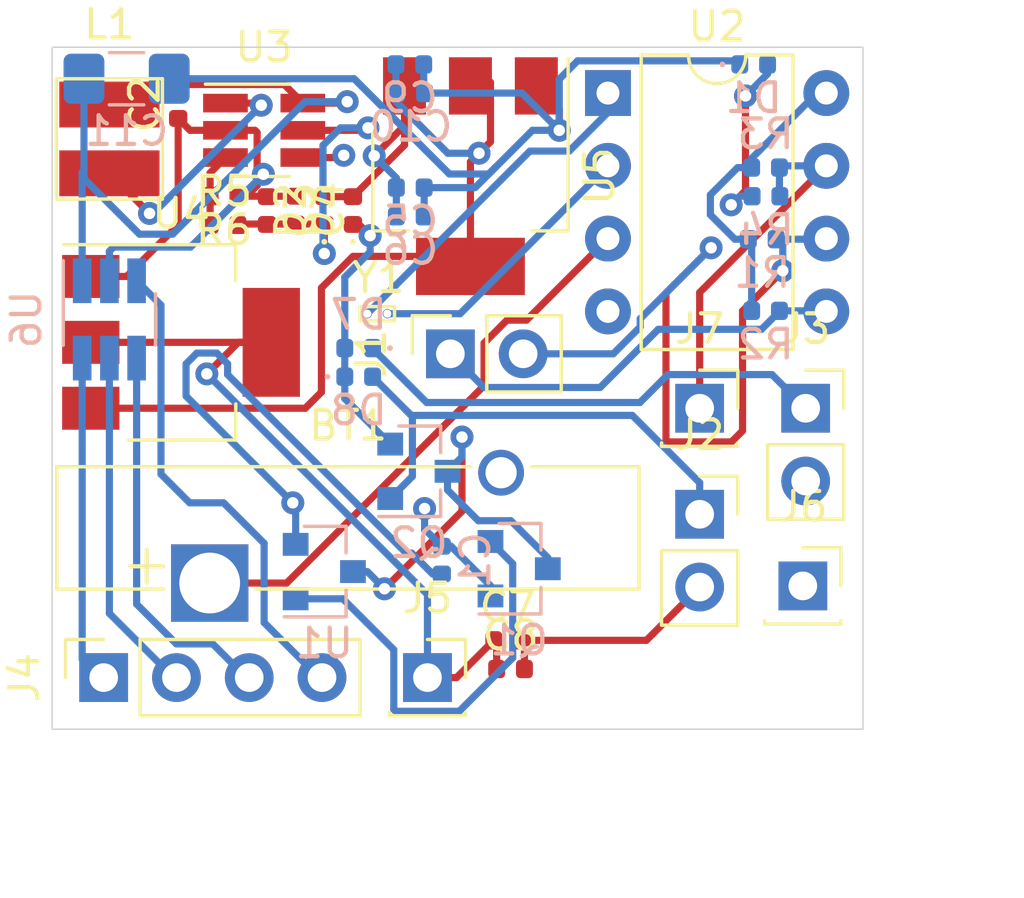
<source format=kicad_pcb>
(kicad_pcb (version 20171130) (host pcbnew "(5.1.6)-1")

  (general
    (thickness 1.6)
    (drawings 4)
    (tracks 265)
    (zones 0)
    (modules 40)
    (nets 25)
  )

  (page A4)
  (layers
    (0 F.Cu signal)
    (1 In1.Cu power hide)
    (2 In2.Cu power hide)
    (31 B.Cu signal)
    (32 B.Adhes user)
    (33 F.Adhes user)
    (34 B.Paste user)
    (35 F.Paste user)
    (36 B.SilkS user)
    (37 F.SilkS user)
    (38 B.Mask user)
    (39 F.Mask user)
    (40 Dwgs.User user)
    (41 Cmts.User user)
    (42 Eco1.User user)
    (43 Eco2.User user)
    (44 Edge.Cuts user)
    (45 Margin user)
    (46 B.CrtYd user)
    (47 F.CrtYd user)
    (48 B.Fab user)
    (49 F.Fab user)
  )

  (setup
    (last_trace_width 0.25)
    (user_trace_width 1)
    (trace_clearance 0.2)
    (zone_clearance 0.508)
    (zone_45_only no)
    (trace_min 0.2)
    (via_size 0.8)
    (via_drill 0.4)
    (via_min_size 0.4)
    (via_min_drill 0.3)
    (uvia_size 0.3)
    (uvia_drill 0.1)
    (uvias_allowed no)
    (uvia_min_size 0.2)
    (uvia_min_drill 0.1)
    (edge_width 0.05)
    (segment_width 0.2)
    (pcb_text_width 0.3)
    (pcb_text_size 1.5 1.5)
    (mod_edge_width 0.12)
    (mod_text_size 1 1)
    (mod_text_width 0.15)
    (pad_size 2 3.8)
    (pad_drill 0)
    (pad_to_mask_clearance 0.05)
    (aux_axis_origin 10 10)
    (visible_elements 7FFFFFFF)
    (pcbplotparams
      (layerselection 0x010fc_ffffffff)
      (usegerberextensions false)
      (usegerberattributes true)
      (usegerberadvancedattributes true)
      (creategerberjobfile true)
      (excludeedgelayer true)
      (linewidth 0.100000)
      (plotframeref false)
      (viasonmask false)
      (mode 1)
      (useauxorigin false)
      (hpglpennumber 1)
      (hpglpenspeed 20)
      (hpglpendiameter 15.000000)
      (psnegative false)
      (psa4output false)
      (plotreference true)
      (plotvalue true)
      (plotinvisibletext false)
      (padsonsilk false)
      (subtractmaskfromsilk false)
      (outputformat 1)
      (mirror false)
      (drillshape 0)
      (scaleselection 1)
      (outputdirectory "gerber/"))
  )

  (net 0 "")
  (net 1 GND)
  (net 2 "Net-(BT1-Pad1)")
  (net 3 +3V3)
  (net 4 CVDD)
  (net 5 /BAT_PWR)
  (net 6 "Net-(D1-Pad2)")
  (net 7 +5V)
  (net 8 VBUS)
  (net 9 "Net-(L1-Pad2)")
  (net 10 /BAT+)
  (net 11 "Net-(R5-Pad1)")
  (net 12 /BAT_D1)
  (net 13 /BAT_D2)
  (net 14 /BAT_D3)
  (net 15 /BAT_D4)
  (net 16 "Net-(C3-Pad2)")
  (net 17 "Net-(C5-Pad1)")
  (net 18 "Net-(J1-Pad2)")
  (net 19 "Net-(J1-Pad1)")
  (net 20 "Net-(Q1-Pad2)")
  (net 21 "Net-(U2-Pad2)")
  (net 22 "Net-(U2-Pad1)")
  (net 23 /bat_+)
  (net 24 /RTC_OUT)

  (net_class Default "This is the default net class."
    (clearance 0.2)
    (trace_width 0.25)
    (via_dia 0.8)
    (via_drill 0.4)
    (uvia_dia 0.3)
    (uvia_drill 0.1)
    (add_net +3V3)
    (add_net +5V)
    (add_net /BAT+)
    (add_net /BAT_D1)
    (add_net /BAT_D2)
    (add_net /BAT_D3)
    (add_net /BAT_D4)
    (add_net /BAT_PWR)
    (add_net /RTC_OUT)
    (add_net /bat_+)
    (add_net CVDD)
    (add_net GND)
    (add_net "Net-(BT1-Pad1)")
    (add_net "Net-(C3-Pad2)")
    (add_net "Net-(C5-Pad1)")
    (add_net "Net-(D1-Pad2)")
    (add_net "Net-(J1-Pad1)")
    (add_net "Net-(J1-Pad2)")
    (add_net "Net-(L1-Pad2)")
    (add_net "Net-(Q1-Pad2)")
    (add_net "Net-(R5-Pad1)")
    (add_net "Net-(U2-Pad1)")
    (add_net "Net-(U2-Pad2)")
    (add_net VBUS)
  )

  (module 项目3专用库:at-26 (layer F.Cu) (tedit 5F7AAF5A) (tstamp 5F807D1F)
    (at 21 19.3)
    (path /5FDB3F01)
    (fp_text reference Y1 (at 0.4 -1.25) (layer F.SilkS)
      (effects (font (size 1 1) (thickness 0.15)))
    )
    (fp_text value 32.768KHz (at 0.25 -2.45) (layer F.Fab)
      (effects (font (size 1 1) (thickness 0.15)))
    )
    (fp_line (start 0 0.25) (end -0.25 0.25) (layer F.SilkS) (width 0.12))
    (fp_line (start -0.25 0.25) (end -0.25 -0.25) (layer F.SilkS) (width 0.12))
    (fp_line (start -0.25 -0.25) (end 0.95 -0.25) (layer F.SilkS) (width 0.12))
    (fp_line (start 0 0.25) (end 0.95 0.25) (layer F.SilkS) (width 0.12))
    (fp_line (start 0.95 0.25) (end 0.95 -0.25) (layer F.SilkS) (width 0.12))
    (pad 2 thru_hole circle (at 0.7 0) (size 0.32 0.32) (drill 0.28) (layers *.Cu *.Mask)
      (net 21 "Net-(U2-Pad2)"))
    (pad 1 thru_hole circle (at 0 0) (size 0.32 0.32) (drill 0.28) (layers *.Cu *.Mask)
      (net 22 "Net-(U2-Pad1)"))
  )

  (module Package_TO_SOT_SMD:SOT-23-6_Handsoldering (layer B.Cu) (tedit 5A02FF57) (tstamp 5F807D14)
    (at 12 19.5 270)
    (descr "6-pin SOT-23 package, Handsoldering")
    (tags "SOT-23-6 Handsoldering")
    (path /5FC57424)
    (attr smd)
    (fp_text reference U6 (at 0 2.9 90) (layer B.SilkS)
      (effects (font (size 1 1) (thickness 0.15)) (justify mirror))
    )
    (fp_text value HX70A (at 0 -2.9 90) (layer B.Fab)
      (effects (font (size 1 1) (thickness 0.15)) (justify mirror))
    )
    (fp_text user %R (at 0 0 180) (layer B.Fab)
      (effects (font (size 0.5 0.5) (thickness 0.075)) (justify mirror))
    )
    (fp_line (start -0.9 -1.61) (end 0.9 -1.61) (layer B.SilkS) (width 0.12))
    (fp_line (start 0.9 1.61) (end -2.05 1.61) (layer B.SilkS) (width 0.12))
    (fp_line (start -2.4 -1.8) (end -2.4 1.8) (layer B.CrtYd) (width 0.05))
    (fp_line (start 2.4 -1.8) (end -2.4 -1.8) (layer B.CrtYd) (width 0.05))
    (fp_line (start 2.4 1.8) (end 2.4 -1.8) (layer B.CrtYd) (width 0.05))
    (fp_line (start -2.4 1.8) (end 2.4 1.8) (layer B.CrtYd) (width 0.05))
    (fp_line (start -0.9 0.9) (end -0.25 1.55) (layer B.Fab) (width 0.1))
    (fp_line (start 0.9 1.55) (end -0.25 1.55) (layer B.Fab) (width 0.1))
    (fp_line (start -0.9 0.9) (end -0.9 -1.55) (layer B.Fab) (width 0.1))
    (fp_line (start 0.9 -1.55) (end -0.9 -1.55) (layer B.Fab) (width 0.1))
    (fp_line (start 0.9 1.55) (end 0.9 -1.55) (layer B.Fab) (width 0.1))
    (pad 5 smd rect (at 1.35 0 270) (size 1.56 0.65) (layers B.Cu B.Paste B.Mask)
      (net 14 /BAT_D3))
    (pad 6 smd rect (at 1.35 0.95 270) (size 1.56 0.65) (layers B.Cu B.Paste B.Mask)
      (net 15 /BAT_D4))
    (pad 4 smd rect (at 1.35 -0.95 270) (size 1.56 0.65) (layers B.Cu B.Paste B.Mask)
      (net 13 /BAT_D2))
    (pad 3 smd rect (at -1.35 -0.95 270) (size 1.56 0.65) (layers B.Cu B.Paste B.Mask)
      (net 12 /BAT_D1))
    (pad 2 smd rect (at -1.35 0 270) (size 1.56 0.65) (layers B.Cu B.Paste B.Mask)
      (net 1 GND))
    (pad 1 smd rect (at -1.35 0.95 270) (size 1.56 0.65) (layers B.Cu B.Paste B.Mask)
      (net 5 /BAT_PWR))
    (model ${KISYS3DMOD}/Package_TO_SOT_SMD.3dshapes/SOT-23-6.wrl
      (at (xyz 0 0 0))
      (scale (xyz 1 1 1))
      (rotate (xyz 0 0 0))
    )
  )

  (module Package_TO_SOT_SMD:SOT-223-3_TabPin2 (layer F.Cu) (tedit 5A02FF57) (tstamp 5F807CFE)
    (at 24.6 14.5 270)
    (descr "module CMS SOT223 4 pins")
    (tags "CMS SOT")
    (path /5F969692)
    (attr smd)
    (fp_text reference U5 (at 0 -4.5 90) (layer F.SilkS)
      (effects (font (size 1 1) (thickness 0.15)))
    )
    (fp_text value AMS1117-3.3 (at 0 4.5 90) (layer F.Fab)
      (effects (font (size 1 1) (thickness 0.15)))
    )
    (fp_text user %R (at 0 0) (layer F.Fab)
      (effects (font (size 0.8 0.8) (thickness 0.12)))
    )
    (fp_line (start 1.91 3.41) (end 1.91 2.15) (layer F.SilkS) (width 0.12))
    (fp_line (start 1.91 -3.41) (end 1.91 -2.15) (layer F.SilkS) (width 0.12))
    (fp_line (start 4.4 -3.6) (end -4.4 -3.6) (layer F.CrtYd) (width 0.05))
    (fp_line (start 4.4 3.6) (end 4.4 -3.6) (layer F.CrtYd) (width 0.05))
    (fp_line (start -4.4 3.6) (end 4.4 3.6) (layer F.CrtYd) (width 0.05))
    (fp_line (start -4.4 -3.6) (end -4.4 3.6) (layer F.CrtYd) (width 0.05))
    (fp_line (start -1.85 -2.35) (end -0.85 -3.35) (layer F.Fab) (width 0.1))
    (fp_line (start -1.85 -2.35) (end -1.85 3.35) (layer F.Fab) (width 0.1))
    (fp_line (start -1.85 3.41) (end 1.91 3.41) (layer F.SilkS) (width 0.12))
    (fp_line (start -0.85 -3.35) (end 1.85 -3.35) (layer F.Fab) (width 0.1))
    (fp_line (start -4.1 -3.41) (end 1.91 -3.41) (layer F.SilkS) (width 0.12))
    (fp_line (start -1.85 3.35) (end 1.85 3.35) (layer F.Fab) (width 0.1))
    (fp_line (start 1.85 -3.35) (end 1.85 3.35) (layer F.Fab) (width 0.1))
    (pad 1 smd rect (at -3.15 -2.3 270) (size 2 1.5) (layers F.Cu F.Paste F.Mask)
      (net 1 GND))
    (pad 3 smd rect (at -3.15 2.3 270) (size 2 1.5) (layers F.Cu F.Paste F.Mask)
      (net 17 "Net-(C5-Pad1)"))
    (pad 2 smd rect (at -3.15 0 270) (size 2 1.5) (layers F.Cu F.Paste F.Mask)
      (net 3 +3V3))
    (pad 2 smd rect (at 3.15 0 270) (size 2 3.8) (layers F.Cu F.Paste F.Mask)
      (net 3 +3V3))
    (model ${KISYS3DMOD}/Package_TO_SOT_SMD.3dshapes/SOT-223.wrl
      (at (xyz 0 0 0))
      (scale (xyz 1 1 1))
      (rotate (xyz 0 0 0))
    )
  )

  (module Package_TO_SOT_SMD:SOT-223 (layer F.Cu) (tedit 5F846B6D) (tstamp 5F807CE8)
    (at 14.5 20.3)
    (descr "module CMS SOT223 4 pins")
    (tags "CMS SOT")
    (path /5F82CAE9)
    (attr smd)
    (fp_text reference U4 (at 0 -4.5) (layer F.SilkS)
      (effects (font (size 1 1) (thickness 0.15)))
    )
    (fp_text value AMS1117-1.8 (at 0 4.5) (layer F.Fab)
      (effects (font (size 1 1) (thickness 0.15)))
    )
    (fp_text user %R (at 0 0 90) (layer F.Fab)
      (effects (font (size 0.8 0.8) (thickness 0.12)))
    )
    (fp_line (start -1.85 -2.3) (end -0.8 -3.35) (layer F.Fab) (width 0.1))
    (fp_line (start 1.91 3.41) (end 1.91 2.15) (layer F.SilkS) (width 0.12))
    (fp_line (start 1.91 -3.41) (end 1.91 -2.15) (layer F.SilkS) (width 0.12))
    (fp_line (start 4.4 -3.6) (end -4.4 -3.6) (layer F.CrtYd) (width 0.05))
    (fp_line (start 4.4 3.6) (end 4.4 -3.6) (layer F.CrtYd) (width 0.05))
    (fp_line (start -4.4 3.6) (end 4.4 3.6) (layer F.CrtYd) (width 0.05))
    (fp_line (start -4.4 -3.6) (end -4.4 3.6) (layer F.CrtYd) (width 0.05))
    (fp_line (start -1.85 -2.3) (end -1.85 3.35) (layer F.Fab) (width 0.1))
    (fp_line (start -1.85 3.41) (end 1.91 3.41) (layer F.SilkS) (width 0.12))
    (fp_line (start -0.8 -3.35) (end 1.85 -3.35) (layer F.Fab) (width 0.1))
    (fp_line (start -4.1 -3.41) (end 1.91 -3.41) (layer F.SilkS) (width 0.12))
    (fp_line (start -1.85 3.35) (end 1.85 3.35) (layer F.Fab) (width 0.1))
    (fp_line (start 1.85 -3.35) (end 1.85 3.35) (layer F.Fab) (width 0.1))
    (pad 1 smd rect (at -3.15 -2.3) (size 2 1.5) (layers F.Cu F.Paste F.Mask)
      (net 1 GND))
    (pad 3 smd rect (at -3.15 2.3) (size 2 1.5) (layers F.Cu F.Paste F.Mask)
      (net 3 +3V3))
    (pad 2 smd rect (at -3.15 0) (size 2 1.5) (layers F.Cu F.Paste F.Mask)
      (net 4 CVDD))
    (pad 4 smd rect (at 3.15 0) (size 2 3.8) (layers F.Cu F.Paste F.Mask)
      (net 4 CVDD))
    (model ${KISYS3DMOD}/Package_TO_SOT_SMD.3dshapes/SOT-223.wrl
      (at (xyz 0 0 0))
      (scale (xyz 1 1 1))
      (rotate (xyz 0 0 0))
    )
  )

  (module Package_TO_SOT_SMD:SOT-23-6_Handsoldering (layer F.Cu) (tedit 5A02FF57) (tstamp 5F807CD2)
    (at 17.4 12.9)
    (descr "6-pin SOT-23 package, Handsoldering")
    (tags "SOT-23-6 Handsoldering")
    (path /5F77C4E8)
    (attr smd)
    (fp_text reference U3 (at 0 -2.9) (layer F.SilkS)
      (effects (font (size 1 1) (thickness 0.15)))
    )
    (fp_text value ps7516 (at 0 2.9) (layer F.Fab)
      (effects (font (size 1 1) (thickness 0.15)))
    )
    (fp_text user %R (at 0 0 90) (layer F.Fab)
      (effects (font (size 0.5 0.5) (thickness 0.075)))
    )
    (fp_line (start -0.9 1.61) (end 0.9 1.61) (layer F.SilkS) (width 0.12))
    (fp_line (start 0.9 -1.61) (end -2.05 -1.61) (layer F.SilkS) (width 0.12))
    (fp_line (start -2.4 1.8) (end -2.4 -1.8) (layer F.CrtYd) (width 0.05))
    (fp_line (start 2.4 1.8) (end -2.4 1.8) (layer F.CrtYd) (width 0.05))
    (fp_line (start 2.4 -1.8) (end 2.4 1.8) (layer F.CrtYd) (width 0.05))
    (fp_line (start -2.4 -1.8) (end 2.4 -1.8) (layer F.CrtYd) (width 0.05))
    (fp_line (start -0.9 -0.9) (end -0.25 -1.55) (layer F.Fab) (width 0.1))
    (fp_line (start 0.9 -1.55) (end -0.25 -1.55) (layer F.Fab) (width 0.1))
    (fp_line (start -0.9 -0.9) (end -0.9 1.55) (layer F.Fab) (width 0.1))
    (fp_line (start 0.9 1.55) (end -0.9 1.55) (layer F.Fab) (width 0.1))
    (fp_line (start 0.9 -1.55) (end 0.9 1.55) (layer F.Fab) (width 0.1))
    (pad 5 smd rect (at 1.35 0) (size 1.56 0.65) (layers F.Cu F.Paste F.Mask)
      (net 16 "Net-(C3-Pad2)"))
    (pad 6 smd rect (at 1.35 -0.95) (size 1.56 0.65) (layers F.Cu F.Paste F.Mask)
      (net 5 /BAT_PWR))
    (pad 4 smd rect (at 1.35 0.95) (size 1.56 0.65) (layers F.Cu F.Paste F.Mask)
      (net 5 /BAT_PWR))
    (pad 3 smd rect (at -1.35 0.95) (size 1.56 0.65) (layers F.Cu F.Paste F.Mask)
      (net 11 "Net-(R5-Pad1)"))
    (pad 2 smd rect (at -1.35 0) (size 1.56 0.65) (layers F.Cu F.Paste F.Mask)
      (net 1 GND))
    (pad 1 smd rect (at -1.35 -0.95) (size 1.56 0.65) (layers F.Cu F.Paste F.Mask)
      (net 9 "Net-(L1-Pad2)"))
    (model ${KISYS3DMOD}/Package_TO_SOT_SMD.3dshapes/SOT-23-6.wrl
      (at (xyz 0 0 0))
      (scale (xyz 1 1 1))
      (rotate (xyz 0 0 0))
    )
  )

  (module Package_DIP:DIP-8_W7.62mm (layer F.Cu) (tedit 5A02E8C5) (tstamp 5F807CBC)
    (at 29.4 11.6)
    (descr "8-lead though-hole mounted DIP package, row spacing 7.62 mm (300 mils)")
    (tags "THT DIP DIL PDIP 2.54mm 7.62mm 300mil")
    (path /5FDB3922)
    (fp_text reference U2 (at 3.81 -2.33) (layer F.SilkS)
      (effects (font (size 1 1) (thickness 0.15)))
    )
    (fp_text value DS1307+ (at 3.81 9.95) (layer F.Fab)
      (effects (font (size 1 1) (thickness 0.15)))
    )
    (fp_text user %R (at 3.81 3.81) (layer F.Fab)
      (effects (font (size 1 1) (thickness 0.15)))
    )
    (fp_arc (start 3.81 -1.33) (end 2.81 -1.33) (angle -180) (layer F.SilkS) (width 0.12))
    (fp_line (start 1.635 -1.27) (end 6.985 -1.27) (layer F.Fab) (width 0.1))
    (fp_line (start 6.985 -1.27) (end 6.985 8.89) (layer F.Fab) (width 0.1))
    (fp_line (start 6.985 8.89) (end 0.635 8.89) (layer F.Fab) (width 0.1))
    (fp_line (start 0.635 8.89) (end 0.635 -0.27) (layer F.Fab) (width 0.1))
    (fp_line (start 0.635 -0.27) (end 1.635 -1.27) (layer F.Fab) (width 0.1))
    (fp_line (start 2.81 -1.33) (end 1.16 -1.33) (layer F.SilkS) (width 0.12))
    (fp_line (start 1.16 -1.33) (end 1.16 8.95) (layer F.SilkS) (width 0.12))
    (fp_line (start 1.16 8.95) (end 6.46 8.95) (layer F.SilkS) (width 0.12))
    (fp_line (start 6.46 8.95) (end 6.46 -1.33) (layer F.SilkS) (width 0.12))
    (fp_line (start 6.46 -1.33) (end 4.81 -1.33) (layer F.SilkS) (width 0.12))
    (fp_line (start -1.1 -1.55) (end -1.1 9.15) (layer F.CrtYd) (width 0.05))
    (fp_line (start -1.1 9.15) (end 8.7 9.15) (layer F.CrtYd) (width 0.05))
    (fp_line (start 8.7 9.15) (end 8.7 -1.55) (layer F.CrtYd) (width 0.05))
    (fp_line (start 8.7 -1.55) (end -1.1 -1.55) (layer F.CrtYd) (width 0.05))
    (pad 8 thru_hole oval (at 7.62 0) (size 1.6 1.6) (drill 0.8) (layers *.Cu *.Mask)
      (net 3 +3V3))
    (pad 4 thru_hole oval (at 0 7.62) (size 1.6 1.6) (drill 0.8) (layers *.Cu *.Mask)
      (net 1 GND))
    (pad 7 thru_hole oval (at 7.62 2.54) (size 1.6 1.6) (drill 0.8) (layers *.Cu *.Mask)
      (net 24 /RTC_OUT))
    (pad 3 thru_hole oval (at 0 5.08) (size 1.6 1.6) (drill 0.8) (layers *.Cu *.Mask)
      (net 2 "Net-(BT1-Pad1)"))
    (pad 6 thru_hole oval (at 7.62 5.08) (size 1.6 1.6) (drill 0.8) (layers *.Cu *.Mask)
      (net 18 "Net-(J1-Pad2)"))
    (pad 2 thru_hole oval (at 0 2.54) (size 1.6 1.6) (drill 0.8) (layers *.Cu *.Mask)
      (net 21 "Net-(U2-Pad2)"))
    (pad 5 thru_hole oval (at 7.62 7.62) (size 1.6 1.6) (drill 0.8) (layers *.Cu *.Mask)
      (net 19 "Net-(J1-Pad1)"))
    (pad 1 thru_hole rect (at 0 0) (size 1.6 1.6) (drill 0.8) (layers *.Cu *.Mask)
      (net 22 "Net-(U2-Pad1)"))
    (model ${KISYS3DMOD}/Package_DIP.3dshapes/DIP-8_W7.62mm.wrl
      (at (xyz 0 0 0))
      (scale (xyz 1 1 1))
      (rotate (xyz 0 0 0))
    )
  )

  (module Package_TO_SOT_SMD:SOT-23 (layer B.Cu) (tedit 5A02FF57) (tstamp 5F807CA0)
    (at 19.5 28.3)
    (descr "SOT-23, Standard")
    (tags SOT-23)
    (path /5F727308)
    (attr smd)
    (fp_text reference U1 (at 0 2.5) (layer B.SilkS)
      (effects (font (size 1 1) (thickness 0.15)) (justify mirror))
    )
    (fp_text value ME2807A35M3G (at 0 -2.5) (layer B.Fab)
      (effects (font (size 1 1) (thickness 0.15)) (justify mirror))
    )
    (fp_text user %R (at 0 0 -90) (layer B.Fab)
      (effects (font (size 0.5 0.5) (thickness 0.075)) (justify mirror))
    )
    (fp_line (start -0.7 0.95) (end -0.7 -1.5) (layer B.Fab) (width 0.1))
    (fp_line (start -0.15 1.52) (end 0.7 1.52) (layer B.Fab) (width 0.1))
    (fp_line (start -0.7 0.95) (end -0.15 1.52) (layer B.Fab) (width 0.1))
    (fp_line (start 0.7 1.52) (end 0.7 -1.52) (layer B.Fab) (width 0.1))
    (fp_line (start -0.7 -1.52) (end 0.7 -1.52) (layer B.Fab) (width 0.1))
    (fp_line (start 0.76 -1.58) (end 0.76 -0.65) (layer B.SilkS) (width 0.12))
    (fp_line (start 0.76 1.58) (end 0.76 0.65) (layer B.SilkS) (width 0.12))
    (fp_line (start -1.7 1.75) (end 1.7 1.75) (layer B.CrtYd) (width 0.05))
    (fp_line (start 1.7 1.75) (end 1.7 -1.75) (layer B.CrtYd) (width 0.05))
    (fp_line (start 1.7 -1.75) (end -1.7 -1.75) (layer B.CrtYd) (width 0.05))
    (fp_line (start -1.7 -1.75) (end -1.7 1.75) (layer B.CrtYd) (width 0.05))
    (fp_line (start 0.76 1.58) (end -1.4 1.58) (layer B.SilkS) (width 0.12))
    (fp_line (start 0.76 -1.58) (end -0.7 -1.58) (layer B.SilkS) (width 0.12))
    (pad 3 smd rect (at 1 0) (size 0.9 0.8) (layers B.Cu B.Paste B.Mask)
      (net 10 /BAT+))
    (pad 2 smd rect (at -1 -0.95) (size 0.9 0.8) (layers B.Cu B.Paste B.Mask)
      (net 1 GND))
    (pad 1 smd rect (at -1 0.95) (size 0.9 0.8) (layers B.Cu B.Paste B.Mask)
      (net 20 "Net-(Q1-Pad2)"))
    (model ${KISYS3DMOD}/Package_TO_SOT_SMD.3dshapes/SOT-23.wrl
      (at (xyz 0 0 0))
      (scale (xyz 1 1 1))
      (rotate (xyz 0 0 0))
    )
  )

  (module Resistor_SMD:R_0402_1005Metric (layer F.Cu) (tedit 5B301BBD) (tstamp 5F807C8B)
    (at 16 15.2 180)
    (descr "Resistor SMD 0402 (1005 Metric), square (rectangular) end terminal, IPC_7351 nominal, (Body size source: http://www.tortai-tech.com/upload/download/2011102023233369053.pdf), generated with kicad-footprint-generator")
    (tags resistor)
    (path /5F85EEAF)
    (attr smd)
    (fp_text reference R6 (at 0 -1.17) (layer F.SilkS)
      (effects (font (size 1 1) (thickness 0.15)))
    )
    (fp_text value 100K (at 0 1.17) (layer F.Fab)
      (effects (font (size 1 1) (thickness 0.15)))
    )
    (fp_text user %R (at 0 0) (layer F.Fab)
      (effects (font (size 0.25 0.25) (thickness 0.04)))
    )
    (fp_line (start -0.5 0.25) (end -0.5 -0.25) (layer F.Fab) (width 0.1))
    (fp_line (start -0.5 -0.25) (end 0.5 -0.25) (layer F.Fab) (width 0.1))
    (fp_line (start 0.5 -0.25) (end 0.5 0.25) (layer F.Fab) (width 0.1))
    (fp_line (start 0.5 0.25) (end -0.5 0.25) (layer F.Fab) (width 0.1))
    (fp_line (start -0.93 0.47) (end -0.93 -0.47) (layer F.CrtYd) (width 0.05))
    (fp_line (start -0.93 -0.47) (end 0.93 -0.47) (layer F.CrtYd) (width 0.05))
    (fp_line (start 0.93 -0.47) (end 0.93 0.47) (layer F.CrtYd) (width 0.05))
    (fp_line (start 0.93 0.47) (end -0.93 0.47) (layer F.CrtYd) (width 0.05))
    (pad 2 smd roundrect (at 0.485 0 180) (size 0.59 0.64) (layers F.Cu F.Paste F.Mask) (roundrect_rratio 0.25)
      (net 11 "Net-(R5-Pad1)"))
    (pad 1 smd roundrect (at -0.485 0 180) (size 0.59 0.64) (layers F.Cu F.Paste F.Mask) (roundrect_rratio 0.25)
      (net 1 GND))
    (model ${KISYS3DMOD}/Resistor_SMD.3dshapes/R_0402_1005Metric.wrl
      (at (xyz 0 0 0))
      (scale (xyz 1 1 1))
      (rotate (xyz 0 0 0))
    )
  )

  (module Resistor_SMD:R_0402_1005Metric (layer F.Cu) (tedit 5B301BBD) (tstamp 5F807C7C)
    (at 16 16.2)
    (descr "Resistor SMD 0402 (1005 Metric), square (rectangular) end terminal, IPC_7351 nominal, (Body size source: http://www.tortai-tech.com/upload/download/2011102023233369053.pdf), generated with kicad-footprint-generator")
    (tags resistor)
    (path /5F7EF973)
    (attr smd)
    (fp_text reference R5 (at 0 -1.17) (layer F.SilkS)
      (effects (font (size 1 1) (thickness 0.15)))
    )
    (fp_text value 525K (at 0 1.17) (layer F.Fab)
      (effects (font (size 1 1) (thickness 0.15)))
    )
    (fp_text user %R (at 0 0) (layer F.Fab)
      (effects (font (size 0.25 0.25) (thickness 0.04)))
    )
    (fp_line (start -0.5 0.25) (end -0.5 -0.25) (layer F.Fab) (width 0.1))
    (fp_line (start -0.5 -0.25) (end 0.5 -0.25) (layer F.Fab) (width 0.1))
    (fp_line (start 0.5 -0.25) (end 0.5 0.25) (layer F.Fab) (width 0.1))
    (fp_line (start 0.5 0.25) (end -0.5 0.25) (layer F.Fab) (width 0.1))
    (fp_line (start -0.93 0.47) (end -0.93 -0.47) (layer F.CrtYd) (width 0.05))
    (fp_line (start -0.93 -0.47) (end 0.93 -0.47) (layer F.CrtYd) (width 0.05))
    (fp_line (start 0.93 -0.47) (end 0.93 0.47) (layer F.CrtYd) (width 0.05))
    (fp_line (start 0.93 0.47) (end -0.93 0.47) (layer F.CrtYd) (width 0.05))
    (pad 2 smd roundrect (at 0.485 0) (size 0.59 0.64) (layers F.Cu F.Paste F.Mask) (roundrect_rratio 0.25)
      (net 16 "Net-(C3-Pad2)"))
    (pad 1 smd roundrect (at -0.485 0) (size 0.59 0.64) (layers F.Cu F.Paste F.Mask) (roundrect_rratio 0.25)
      (net 11 "Net-(R5-Pad1)"))
    (model ${KISYS3DMOD}/Resistor_SMD.3dshapes/R_0402_1005Metric.wrl
      (at (xyz 0 0 0))
      (scale (xyz 1 1 1))
      (rotate (xyz 0 0 0))
    )
  )

  (module Resistor_SMD:R_0402_1005Metric (layer B.Cu) (tedit 5B301BBD) (tstamp 5F807C6D)
    (at 34.915 15.2)
    (descr "Resistor SMD 0402 (1005 Metric), square (rectangular) end terminal, IPC_7351 nominal, (Body size source: http://www.tortai-tech.com/upload/download/2011102023233369053.pdf), generated with kicad-footprint-generator")
    (tags resistor)
    (path /5F85C308)
    (attr smd)
    (fp_text reference R4 (at 0 1.17) (layer B.SilkS)
      (effects (font (size 1 1) (thickness 0.15)) (justify mirror))
    )
    (fp_text value 1K (at 0 -1.17) (layer B.Fab)
      (effects (font (size 1 1) (thickness 0.15)) (justify mirror))
    )
    (fp_text user %R (at 0 0) (layer B.Fab)
      (effects (font (size 0.25 0.25) (thickness 0.04)) (justify mirror))
    )
    (fp_line (start -0.5 -0.25) (end -0.5 0.25) (layer B.Fab) (width 0.1))
    (fp_line (start -0.5 0.25) (end 0.5 0.25) (layer B.Fab) (width 0.1))
    (fp_line (start 0.5 0.25) (end 0.5 -0.25) (layer B.Fab) (width 0.1))
    (fp_line (start 0.5 -0.25) (end -0.5 -0.25) (layer B.Fab) (width 0.1))
    (fp_line (start -0.93 -0.47) (end -0.93 0.47) (layer B.CrtYd) (width 0.05))
    (fp_line (start -0.93 0.47) (end 0.93 0.47) (layer B.CrtYd) (width 0.05))
    (fp_line (start 0.93 0.47) (end 0.93 -0.47) (layer B.CrtYd) (width 0.05))
    (fp_line (start 0.93 -0.47) (end -0.93 -0.47) (layer B.CrtYd) (width 0.05))
    (pad 2 smd roundrect (at 0.485 0) (size 0.59 0.64) (layers B.Cu B.Paste B.Mask) (roundrect_rratio 0.25)
      (net 24 /RTC_OUT))
    (pad 1 smd roundrect (at -0.485 0) (size 0.59 0.64) (layers B.Cu B.Paste B.Mask) (roundrect_rratio 0.25)
      (net 6 "Net-(D1-Pad2)"))
    (model ${KISYS3DMOD}/Resistor_SMD.3dshapes/R_0402_1005Metric.wrl
      (at (xyz 0 0 0))
      (scale (xyz 1 1 1))
      (rotate (xyz 0 0 0))
    )
  )

  (module Resistor_SMD:R_0402_1005Metric (layer B.Cu) (tedit 5B301BBD) (tstamp 5F807C5E)
    (at 34.9 14.2 180)
    (descr "Resistor SMD 0402 (1005 Metric), square (rectangular) end terminal, IPC_7351 nominal, (Body size source: http://www.tortai-tech.com/upload/download/2011102023233369053.pdf), generated with kicad-footprint-generator")
    (tags resistor)
    (path /5F861145)
    (attr smd)
    (fp_text reference R3 (at 0 1.17) (layer B.SilkS)
      (effects (font (size 1 1) (thickness 0.15)) (justify mirror))
    )
    (fp_text value 200R (at 0 -1.17) (layer B.Fab)
      (effects (font (size 1 1) (thickness 0.15)) (justify mirror))
    )
    (fp_text user %R (at 0 0) (layer B.Fab)
      (effects (font (size 0.25 0.25) (thickness 0.04)) (justify mirror))
    )
    (fp_line (start -0.5 -0.25) (end -0.5 0.25) (layer B.Fab) (width 0.1))
    (fp_line (start -0.5 0.25) (end 0.5 0.25) (layer B.Fab) (width 0.1))
    (fp_line (start 0.5 0.25) (end 0.5 -0.25) (layer B.Fab) (width 0.1))
    (fp_line (start 0.5 -0.25) (end -0.5 -0.25) (layer B.Fab) (width 0.1))
    (fp_line (start -0.93 -0.47) (end -0.93 0.47) (layer B.CrtYd) (width 0.05))
    (fp_line (start -0.93 0.47) (end 0.93 0.47) (layer B.CrtYd) (width 0.05))
    (fp_line (start 0.93 0.47) (end 0.93 -0.47) (layer B.CrtYd) (width 0.05))
    (fp_line (start 0.93 -0.47) (end -0.93 -0.47) (layer B.CrtYd) (width 0.05))
    (pad 2 smd roundrect (at 0.485 0 180) (size 0.59 0.64) (layers B.Cu B.Paste B.Mask) (roundrect_rratio 0.25)
      (net 3 +3V3))
    (pad 1 smd roundrect (at -0.485 0 180) (size 0.59 0.64) (layers B.Cu B.Paste B.Mask) (roundrect_rratio 0.25)
      (net 24 /RTC_OUT))
    (model ${KISYS3DMOD}/Resistor_SMD.3dshapes/R_0402_1005Metric.wrl
      (at (xyz 0 0 0))
      (scale (xyz 1 1 1))
      (rotate (xyz 0 0 0))
    )
  )

  (module Resistor_SMD:R_0402_1005Metric (layer B.Cu) (tedit 5B301BBD) (tstamp 5F807C4F)
    (at 34.9 19.2)
    (descr "Resistor SMD 0402 (1005 Metric), square (rectangular) end terminal, IPC_7351 nominal, (Body size source: http://www.tortai-tech.com/upload/download/2011102023233369053.pdf), generated with kicad-footprint-generator")
    (tags resistor)
    (path /5FDF4160)
    (attr smd)
    (fp_text reference R2 (at 0 1.17) (layer B.SilkS)
      (effects (font (size 1 1) (thickness 0.15)) (justify mirror))
    )
    (fp_text value 4K7 (at 0 -1.17) (layer B.Fab)
      (effects (font (size 1 1) (thickness 0.15)) (justify mirror))
    )
    (fp_text user %R (at 0 0) (layer B.Fab)
      (effects (font (size 0.25 0.25) (thickness 0.04)) (justify mirror))
    )
    (fp_line (start -0.5 -0.25) (end -0.5 0.25) (layer B.Fab) (width 0.1))
    (fp_line (start -0.5 0.25) (end 0.5 0.25) (layer B.Fab) (width 0.1))
    (fp_line (start 0.5 0.25) (end 0.5 -0.25) (layer B.Fab) (width 0.1))
    (fp_line (start 0.5 -0.25) (end -0.5 -0.25) (layer B.Fab) (width 0.1))
    (fp_line (start -0.93 -0.47) (end -0.93 0.47) (layer B.CrtYd) (width 0.05))
    (fp_line (start -0.93 0.47) (end 0.93 0.47) (layer B.CrtYd) (width 0.05))
    (fp_line (start 0.93 0.47) (end 0.93 -0.47) (layer B.CrtYd) (width 0.05))
    (fp_line (start 0.93 -0.47) (end -0.93 -0.47) (layer B.CrtYd) (width 0.05))
    (pad 2 smd roundrect (at 0.485 0) (size 0.59 0.64) (layers B.Cu B.Paste B.Mask) (roundrect_rratio 0.25)
      (net 19 "Net-(J1-Pad1)"))
    (pad 1 smd roundrect (at -0.485 0) (size 0.59 0.64) (layers B.Cu B.Paste B.Mask) (roundrect_rratio 0.25)
      (net 3 +3V3))
    (model ${KISYS3DMOD}/Resistor_SMD.3dshapes/R_0402_1005Metric.wrl
      (at (xyz 0 0 0))
      (scale (xyz 1 1 1))
      (rotate (xyz 0 0 0))
    )
  )

  (module Resistor_SMD:R_0402_1005Metric (layer B.Cu) (tedit 5B301BBD) (tstamp 5F807C40)
    (at 34.785 16.7)
    (descr "Resistor SMD 0402 (1005 Metric), square (rectangular) end terminal, IPC_7351 nominal, (Body size source: http://www.tortai-tech.com/upload/download/2011102023233369053.pdf), generated with kicad-footprint-generator")
    (tags resistor)
    (path /5FDEF361)
    (attr smd)
    (fp_text reference R1 (at 0 1.17) (layer B.SilkS)
      (effects (font (size 1 1) (thickness 0.15)) (justify mirror))
    )
    (fp_text value 4K7 (at 0 -1.17) (layer B.Fab)
      (effects (font (size 1 1) (thickness 0.15)) (justify mirror))
    )
    (fp_text user %R (at 0 0) (layer B.Fab)
      (effects (font (size 0.25 0.25) (thickness 0.04)) (justify mirror))
    )
    (fp_line (start -0.5 -0.25) (end -0.5 0.25) (layer B.Fab) (width 0.1))
    (fp_line (start -0.5 0.25) (end 0.5 0.25) (layer B.Fab) (width 0.1))
    (fp_line (start 0.5 0.25) (end 0.5 -0.25) (layer B.Fab) (width 0.1))
    (fp_line (start 0.5 -0.25) (end -0.5 -0.25) (layer B.Fab) (width 0.1))
    (fp_line (start -0.93 -0.47) (end -0.93 0.47) (layer B.CrtYd) (width 0.05))
    (fp_line (start -0.93 0.47) (end 0.93 0.47) (layer B.CrtYd) (width 0.05))
    (fp_line (start 0.93 0.47) (end 0.93 -0.47) (layer B.CrtYd) (width 0.05))
    (fp_line (start 0.93 -0.47) (end -0.93 -0.47) (layer B.CrtYd) (width 0.05))
    (pad 2 smd roundrect (at 0.485 0) (size 0.59 0.64) (layers B.Cu B.Paste B.Mask) (roundrect_rratio 0.25)
      (net 18 "Net-(J1-Pad2)"))
    (pad 1 smd roundrect (at -0.485 0) (size 0.59 0.64) (layers B.Cu B.Paste B.Mask) (roundrect_rratio 0.25)
      (net 3 +3V3))
    (model ${KISYS3DMOD}/Resistor_SMD.3dshapes/R_0402_1005Metric.wrl
      (at (xyz 0 0 0))
      (scale (xyz 1 1 1))
      (rotate (xyz 0 0 0))
    )
  )

  (module Package_TO_SOT_SMD:SOT-23 (layer B.Cu) (tedit 5A02FF57) (tstamp 5F807C31)
    (at 22.8 24.8)
    (descr "SOT-23, Standard")
    (tags SOT-23)
    (path /5F808A29)
    (attr smd)
    (fp_text reference Q2 (at 0 2.5) (layer B.SilkS)
      (effects (font (size 1 1) (thickness 0.15)) (justify mirror))
    )
    (fp_text value Q_PMOS_DGS (at 0 -2.5) (layer B.Fab)
      (effects (font (size 1 1) (thickness 0.15)) (justify mirror))
    )
    (fp_text user %R (at 0 0 -90) (layer B.Fab)
      (effects (font (size 0.5 0.5) (thickness 0.075)) (justify mirror))
    )
    (fp_line (start -0.7 0.95) (end -0.7 -1.5) (layer B.Fab) (width 0.1))
    (fp_line (start -0.15 1.52) (end 0.7 1.52) (layer B.Fab) (width 0.1))
    (fp_line (start -0.7 0.95) (end -0.15 1.52) (layer B.Fab) (width 0.1))
    (fp_line (start 0.7 1.52) (end 0.7 -1.52) (layer B.Fab) (width 0.1))
    (fp_line (start -0.7 -1.52) (end 0.7 -1.52) (layer B.Fab) (width 0.1))
    (fp_line (start 0.76 -1.58) (end 0.76 -0.65) (layer B.SilkS) (width 0.12))
    (fp_line (start 0.76 1.58) (end 0.76 0.65) (layer B.SilkS) (width 0.12))
    (fp_line (start -1.7 1.75) (end 1.7 1.75) (layer B.CrtYd) (width 0.05))
    (fp_line (start 1.7 1.75) (end 1.7 -1.75) (layer B.CrtYd) (width 0.05))
    (fp_line (start 1.7 -1.75) (end -1.7 -1.75) (layer B.CrtYd) (width 0.05))
    (fp_line (start -1.7 -1.75) (end -1.7 1.75) (layer B.CrtYd) (width 0.05))
    (fp_line (start 0.76 1.58) (end -1.4 1.58) (layer B.SilkS) (width 0.12))
    (fp_line (start 0.76 -1.58) (end -0.7 -1.58) (layer B.SilkS) (width 0.12))
    (pad 3 smd rect (at 1 0) (size 0.9 0.8) (layers B.Cu B.Paste B.Mask)
      (net 10 /BAT+))
    (pad 2 smd rect (at -1 -0.95) (size 0.9 0.8) (layers B.Cu B.Paste B.Mask)
      (net 7 +5V))
    (pad 1 smd rect (at -1 0.95) (size 0.9 0.8) (layers B.Cu B.Paste B.Mask)
      (net 23 /bat_+))
    (model ${KISYS3DMOD}/Package_TO_SOT_SMD.3dshapes/SOT-23.wrl
      (at (xyz 0 0 0))
      (scale (xyz 1 1 1))
      (rotate (xyz 0 0 0))
    )
  )

  (module Package_TO_SOT_SMD:SOT-23 (layer B.Cu) (tedit 5A02FF57) (tstamp 5F807C1C)
    (at 26.3 28.2)
    (descr "SOT-23, Standard")
    (tags SOT-23)
    (path /600D8D85)
    (attr smd)
    (fp_text reference Q1 (at 0 2.5) (layer B.SilkS)
      (effects (font (size 1 1) (thickness 0.15)) (justify mirror))
    )
    (fp_text value Q_NMOS_DGS (at 0 -2.5) (layer B.Fab)
      (effects (font (size 1 1) (thickness 0.15)) (justify mirror))
    )
    (fp_text user %R (at 0 0 -90) (layer B.Fab)
      (effects (font (size 0.5 0.5) (thickness 0.075)) (justify mirror))
    )
    (fp_line (start -0.7 0.95) (end -0.7 -1.5) (layer B.Fab) (width 0.1))
    (fp_line (start -0.15 1.52) (end 0.7 1.52) (layer B.Fab) (width 0.1))
    (fp_line (start -0.7 0.95) (end -0.15 1.52) (layer B.Fab) (width 0.1))
    (fp_line (start 0.7 1.52) (end 0.7 -1.52) (layer B.Fab) (width 0.1))
    (fp_line (start -0.7 -1.52) (end 0.7 -1.52) (layer B.Fab) (width 0.1))
    (fp_line (start 0.76 -1.58) (end 0.76 -0.65) (layer B.SilkS) (width 0.12))
    (fp_line (start 0.76 1.58) (end 0.76 0.65) (layer B.SilkS) (width 0.12))
    (fp_line (start -1.7 1.75) (end 1.7 1.75) (layer B.CrtYd) (width 0.05))
    (fp_line (start 1.7 1.75) (end 1.7 -1.75) (layer B.CrtYd) (width 0.05))
    (fp_line (start 1.7 -1.75) (end -1.7 -1.75) (layer B.CrtYd) (width 0.05))
    (fp_line (start -1.7 -1.75) (end -1.7 1.75) (layer B.CrtYd) (width 0.05))
    (fp_line (start 0.76 1.58) (end -1.4 1.58) (layer B.SilkS) (width 0.12))
    (fp_line (start 0.76 -1.58) (end -0.7 -1.58) (layer B.SilkS) (width 0.12))
    (pad 3 smd rect (at 1 0) (size 0.9 0.8) (layers B.Cu B.Paste B.Mask)
      (net 10 /BAT+))
    (pad 2 smd rect (at -1 -0.95) (size 0.9 0.8) (layers B.Cu B.Paste B.Mask)
      (net 20 "Net-(Q1-Pad2)"))
    (pad 1 smd rect (at -1 0.95) (size 0.9 0.8) (layers B.Cu B.Paste B.Mask)
      (net 5 /BAT_PWR))
    (model ${KISYS3DMOD}/Package_TO_SOT_SMD.3dshapes/SOT-23.wrl
      (at (xyz 0 0 0))
      (scale (xyz 1 1 1))
      (rotate (xyz 0 0 0))
    )
  )

  (module "项目3专用库:10uH电感 1a" (layer F.Cu) (tedit 5F7AB13A) (tstamp 5F807C07)
    (at 12 13.2)
    (path /5FA85A34)
    (fp_text reference L1 (at 0 -4) (layer F.SilkS)
      (effects (font (size 1 1) (thickness 0.15)))
    )
    (fp_text value 10uH (at 0.1 -2.75) (layer F.Fab)
      (effects (font (size 1 1) (thickness 0.15)))
    )
    (fp_line (start -1.75 2.1) (end 1.8 2.1) (layer F.SilkS) (width 0.12))
    (fp_line (start 1.8 2.1) (end 1.85 2.1) (layer F.SilkS) (width 0.12))
    (fp_line (start 1.85 2.1) (end 1.85 -2.05) (layer F.SilkS) (width 0.12))
    (fp_line (start 1.85 -2.05) (end 1.85 -2.1) (layer F.SilkS) (width 0.12))
    (fp_line (start 1.85 -2.1) (end -1.85 -2.1) (layer F.SilkS) (width 0.12))
    (fp_line (start -1.85 -2.1) (end -1.85 2.1) (layer F.SilkS) (width 0.12))
    (fp_line (start -1.85 2.1) (end -1.75 2.1) (layer F.SilkS) (width 0.12))
    (pad 2 smd rect (at 0 1.2) (size 3.5 1.6) (layers F.Cu F.Paste F.Mask)
      (net 9 "Net-(L1-Pad2)"))
    (pad 1 smd rect (at 0 -1.2) (size 3.5 1.6) (layers F.Cu F.Paste F.Mask)
      (net 5 /BAT_PWR))
  )

  (module Connector_PinSocket_2.54mm:PinSocket_1x01_P2.54mm_Vertical (layer F.Cu) (tedit 5A19A434) (tstamp 5F807BFA)
    (at 32.6 22.6)
    (descr "Through hole straight socket strip, 1x01, 2.54mm pitch, single row (from Kicad 4.0.7), script generated")
    (tags "Through hole socket strip THT 1x01 2.54mm single row")
    (path /5F7D616F)
    (fp_text reference J7 (at 0 -2.77) (layer F.SilkS)
      (effects (font (size 1 1) (thickness 0.15)))
    )
    (fp_text value Conn_01x01_Female (at 0 2.77) (layer F.Fab)
      (effects (font (size 1 1) (thickness 0.15)))
    )
    (fp_text user %R (at 0 0) (layer F.Fab)
      (effects (font (size 1 1) (thickness 0.15)))
    )
    (fp_line (start -1.27 -1.27) (end 0.635 -1.27) (layer F.Fab) (width 0.1))
    (fp_line (start 0.635 -1.27) (end 1.27 -0.635) (layer F.Fab) (width 0.1))
    (fp_line (start 1.27 -0.635) (end 1.27 1.27) (layer F.Fab) (width 0.1))
    (fp_line (start 1.27 1.27) (end -1.27 1.27) (layer F.Fab) (width 0.1))
    (fp_line (start -1.27 1.27) (end -1.27 -1.27) (layer F.Fab) (width 0.1))
    (fp_line (start -1.33 1.33) (end 1.33 1.33) (layer F.SilkS) (width 0.12))
    (fp_line (start -1.33 1.21) (end -1.33 1.33) (layer F.SilkS) (width 0.12))
    (fp_line (start 1.33 1.21) (end 1.33 1.33) (layer F.SilkS) (width 0.12))
    (fp_line (start 1.33 -1.33) (end 1.33 0) (layer F.SilkS) (width 0.12))
    (fp_line (start 0 -1.33) (end 1.33 -1.33) (layer F.SilkS) (width 0.12))
    (fp_line (start -1.8 -1.8) (end 1.75 -1.8) (layer F.CrtYd) (width 0.05))
    (fp_line (start 1.75 -1.8) (end 1.75 1.75) (layer F.CrtYd) (width 0.05))
    (fp_line (start 1.75 1.75) (end -1.8 1.75) (layer F.CrtYd) (width 0.05))
    (fp_line (start -1.8 1.75) (end -1.8 -1.8) (layer F.CrtYd) (width 0.05))
    (pad 1 thru_hole rect (at 0 0) (size 1.7 1.7) (drill 1) (layers *.Cu *.Mask)
      (net 24 /RTC_OUT))
    (model ${KISYS3DMOD}/Connector_PinSocket_2.54mm.3dshapes/PinSocket_1x01_P2.54mm_Vertical.wrl
      (at (xyz 0 0 0))
      (scale (xyz 1 1 1))
      (rotate (xyz 0 0 0))
    )
  )

  (module Connector_PinSocket_2.54mm:PinSocket_1x01_P2.54mm_Vertical (layer F.Cu) (tedit 5A19A434) (tstamp 5F807BE6)
    (at 36.2 28.8)
    (descr "Through hole straight socket strip, 1x01, 2.54mm pitch, single row (from Kicad 4.0.7), script generated")
    (tags "Through hole socket strip THT 1x01 2.54mm single row")
    (path /5F7BDDCD)
    (fp_text reference J6 (at 0 -2.77) (layer F.SilkS)
      (effects (font (size 1 1) (thickness 0.15)))
    )
    (fp_text value Conn_01x01_Female (at 0 2.77) (layer F.Fab)
      (effects (font (size 1 1) (thickness 0.15)))
    )
    (fp_text user %R (at 0 0) (layer F.Fab)
      (effects (font (size 1 1) (thickness 0.15)))
    )
    (fp_line (start -1.27 -1.27) (end 0.635 -1.27) (layer F.Fab) (width 0.1))
    (fp_line (start 0.635 -1.27) (end 1.27 -0.635) (layer F.Fab) (width 0.1))
    (fp_line (start 1.27 -0.635) (end 1.27 1.27) (layer F.Fab) (width 0.1))
    (fp_line (start 1.27 1.27) (end -1.27 1.27) (layer F.Fab) (width 0.1))
    (fp_line (start -1.27 1.27) (end -1.27 -1.27) (layer F.Fab) (width 0.1))
    (fp_line (start -1.33 1.33) (end 1.33 1.33) (layer F.SilkS) (width 0.12))
    (fp_line (start -1.33 1.21) (end -1.33 1.33) (layer F.SilkS) (width 0.12))
    (fp_line (start 1.33 1.21) (end 1.33 1.33) (layer F.SilkS) (width 0.12))
    (fp_line (start 1.33 -1.33) (end 1.33 0) (layer F.SilkS) (width 0.12))
    (fp_line (start 0 -1.33) (end 1.33 -1.33) (layer F.SilkS) (width 0.12))
    (fp_line (start -1.8 -1.8) (end 1.75 -1.8) (layer F.CrtYd) (width 0.05))
    (fp_line (start 1.75 -1.8) (end 1.75 1.75) (layer F.CrtYd) (width 0.05))
    (fp_line (start 1.75 1.75) (end -1.8 1.75) (layer F.CrtYd) (width 0.05))
    (fp_line (start -1.8 1.75) (end -1.8 -1.8) (layer F.CrtYd) (width 0.05))
    (pad 1 thru_hole rect (at 0 0) (size 1.7 1.7) (drill 1) (layers *.Cu *.Mask)
      (net 3 +3V3))
    (model ${KISYS3DMOD}/Connector_PinSocket_2.54mm.3dshapes/PinSocket_1x01_P2.54mm_Vertical.wrl
      (at (xyz 0 0 0))
      (scale (xyz 1 1 1))
      (rotate (xyz 0 0 0))
    )
  )

  (module Connector_PinSocket_2.54mm:PinSocket_1x01_P2.54mm_Vertical (layer F.Cu) (tedit 5A19A434) (tstamp 5F807BD2)
    (at 23.1 32)
    (descr "Through hole straight socket strip, 1x01, 2.54mm pitch, single row (from Kicad 4.0.7), script generated")
    (tags "Through hole socket strip THT 1x01 2.54mm single row")
    (path /5F9F8855)
    (fp_text reference J5 (at 0 -2.77) (layer F.SilkS)
      (effects (font (size 1 1) (thickness 0.15)))
    )
    (fp_text value Conn_01x01_Female (at 0 2.77) (layer F.Fab)
      (effects (font (size 1 1) (thickness 0.15)))
    )
    (fp_text user %R (at 0 0) (layer F.Fab)
      (effects (font (size 1 1) (thickness 0.15)))
    )
    (fp_line (start -1.27 -1.27) (end 0.635 -1.27) (layer F.Fab) (width 0.1))
    (fp_line (start 0.635 -1.27) (end 1.27 -0.635) (layer F.Fab) (width 0.1))
    (fp_line (start 1.27 -0.635) (end 1.27 1.27) (layer F.Fab) (width 0.1))
    (fp_line (start 1.27 1.27) (end -1.27 1.27) (layer F.Fab) (width 0.1))
    (fp_line (start -1.27 1.27) (end -1.27 -1.27) (layer F.Fab) (width 0.1))
    (fp_line (start -1.33 1.33) (end 1.33 1.33) (layer F.SilkS) (width 0.12))
    (fp_line (start -1.33 1.21) (end -1.33 1.33) (layer F.SilkS) (width 0.12))
    (fp_line (start 1.33 1.21) (end 1.33 1.33) (layer F.SilkS) (width 0.12))
    (fp_line (start 1.33 -1.33) (end 1.33 0) (layer F.SilkS) (width 0.12))
    (fp_line (start 0 -1.33) (end 1.33 -1.33) (layer F.SilkS) (width 0.12))
    (fp_line (start -1.8 -1.8) (end 1.75 -1.8) (layer F.CrtYd) (width 0.05))
    (fp_line (start 1.75 -1.8) (end 1.75 1.75) (layer F.CrtYd) (width 0.05))
    (fp_line (start 1.75 1.75) (end -1.8 1.75) (layer F.CrtYd) (width 0.05))
    (fp_line (start -1.8 1.75) (end -1.8 -1.8) (layer F.CrtYd) (width 0.05))
    (pad 1 thru_hole rect (at 0 0) (size 1.7 1.7) (drill 1) (layers *.Cu *.Mask)
      (net 4 CVDD))
    (model ${KISYS3DMOD}/Connector_PinSocket_2.54mm.3dshapes/PinSocket_1x01_P2.54mm_Vertical.wrl
      (at (xyz 0 0 0))
      (scale (xyz 1 1 1))
      (rotate (xyz 0 0 0))
    )
  )

  (module Connector_PinSocket_2.54mm:PinSocket_1x04_P2.54mm_Vertical (layer F.Cu) (tedit 5A19A429) (tstamp 5F807BBE)
    (at 11.8 32 90)
    (descr "Through hole straight socket strip, 1x04, 2.54mm pitch, single row (from Kicad 4.0.7), script generated")
    (tags "Through hole socket strip THT 1x04 2.54mm single row")
    (path /5F98B027)
    (fp_text reference J4 (at 0 -2.77 90) (layer F.SilkS)
      (effects (font (size 1 1) (thickness 0.15)))
    )
    (fp_text value Conn_01x04_Female (at 0 10.39 90) (layer F.Fab)
      (effects (font (size 1 1) (thickness 0.15)))
    )
    (fp_text user %R (at 0 3.81) (layer F.Fab)
      (effects (font (size 1 1) (thickness 0.15)))
    )
    (fp_line (start -1.27 -1.27) (end 0.635 -1.27) (layer F.Fab) (width 0.1))
    (fp_line (start 0.635 -1.27) (end 1.27 -0.635) (layer F.Fab) (width 0.1))
    (fp_line (start 1.27 -0.635) (end 1.27 8.89) (layer F.Fab) (width 0.1))
    (fp_line (start 1.27 8.89) (end -1.27 8.89) (layer F.Fab) (width 0.1))
    (fp_line (start -1.27 8.89) (end -1.27 -1.27) (layer F.Fab) (width 0.1))
    (fp_line (start -1.33 1.27) (end 1.33 1.27) (layer F.SilkS) (width 0.12))
    (fp_line (start -1.33 1.27) (end -1.33 8.95) (layer F.SilkS) (width 0.12))
    (fp_line (start -1.33 8.95) (end 1.33 8.95) (layer F.SilkS) (width 0.12))
    (fp_line (start 1.33 1.27) (end 1.33 8.95) (layer F.SilkS) (width 0.12))
    (fp_line (start 1.33 -1.33) (end 1.33 0) (layer F.SilkS) (width 0.12))
    (fp_line (start 0 -1.33) (end 1.33 -1.33) (layer F.SilkS) (width 0.12))
    (fp_line (start -1.8 -1.8) (end 1.75 -1.8) (layer F.CrtYd) (width 0.05))
    (fp_line (start 1.75 -1.8) (end 1.75 9.4) (layer F.CrtYd) (width 0.05))
    (fp_line (start 1.75 9.4) (end -1.8 9.4) (layer F.CrtYd) (width 0.05))
    (fp_line (start -1.8 9.4) (end -1.8 -1.8) (layer F.CrtYd) (width 0.05))
    (pad 4 thru_hole oval (at 0 7.62 90) (size 1.7 1.7) (drill 1) (layers *.Cu *.Mask)
      (net 12 /BAT_D1))
    (pad 3 thru_hole oval (at 0 5.08 90) (size 1.7 1.7) (drill 1) (layers *.Cu *.Mask)
      (net 13 /BAT_D2))
    (pad 2 thru_hole oval (at 0 2.54 90) (size 1.7 1.7) (drill 1) (layers *.Cu *.Mask)
      (net 14 /BAT_D3))
    (pad 1 thru_hole rect (at 0 0 90) (size 1.7 1.7) (drill 1) (layers *.Cu *.Mask)
      (net 15 /BAT_D4))
    (model ${KISYS3DMOD}/Connector_PinSocket_2.54mm.3dshapes/PinSocket_1x04_P2.54mm_Vertical.wrl
      (at (xyz 0 0 0))
      (scale (xyz 1 1 1))
      (rotate (xyz 0 0 0))
    )
  )

  (module Connector_PinSocket_2.54mm:PinSocket_1x02_P2.54mm_Vertical (layer F.Cu) (tedit 5A19A420) (tstamp 5F807BA6)
    (at 36.3 22.6)
    (descr "Through hole straight socket strip, 1x02, 2.54mm pitch, single row (from Kicad 4.0.7), script generated")
    (tags "Through hole socket strip THT 1x02 2.54mm single row")
    (path /5F8834F8)
    (fp_text reference J3 (at 0 -2.77) (layer F.SilkS)
      (effects (font (size 1 1) (thickness 0.15)))
    )
    (fp_text value Conn_01x02_PWR (at 0 5.31) (layer F.Fab)
      (effects (font (size 1 1) (thickness 0.15)))
    )
    (fp_text user %R (at 0 1.27 90) (layer F.Fab)
      (effects (font (size 1 1) (thickness 0.15)))
    )
    (fp_line (start -1.27 -1.27) (end 0.635 -1.27) (layer F.Fab) (width 0.1))
    (fp_line (start 0.635 -1.27) (end 1.27 -0.635) (layer F.Fab) (width 0.1))
    (fp_line (start 1.27 -0.635) (end 1.27 3.81) (layer F.Fab) (width 0.1))
    (fp_line (start 1.27 3.81) (end -1.27 3.81) (layer F.Fab) (width 0.1))
    (fp_line (start -1.27 3.81) (end -1.27 -1.27) (layer F.Fab) (width 0.1))
    (fp_line (start -1.33 1.27) (end 1.33 1.27) (layer F.SilkS) (width 0.12))
    (fp_line (start -1.33 1.27) (end -1.33 3.87) (layer F.SilkS) (width 0.12))
    (fp_line (start -1.33 3.87) (end 1.33 3.87) (layer F.SilkS) (width 0.12))
    (fp_line (start 1.33 1.27) (end 1.33 3.87) (layer F.SilkS) (width 0.12))
    (fp_line (start 1.33 -1.33) (end 1.33 0) (layer F.SilkS) (width 0.12))
    (fp_line (start 0 -1.33) (end 1.33 -1.33) (layer F.SilkS) (width 0.12))
    (fp_line (start -1.8 -1.8) (end 1.75 -1.8) (layer F.CrtYd) (width 0.05))
    (fp_line (start 1.75 -1.8) (end 1.75 4.3) (layer F.CrtYd) (width 0.05))
    (fp_line (start 1.75 4.3) (end -1.8 4.3) (layer F.CrtYd) (width 0.05))
    (fp_line (start -1.8 4.3) (end -1.8 -1.8) (layer F.CrtYd) (width 0.05))
    (pad 2 thru_hole oval (at 0 2.54) (size 1.7 1.7) (drill 1) (layers *.Cu *.Mask)
      (net 1 GND))
    (pad 1 thru_hole rect (at 0 0) (size 1.7 1.7) (drill 1) (layers *.Cu *.Mask)
      (net 8 VBUS))
    (model ${KISYS3DMOD}/Connector_PinSocket_2.54mm.3dshapes/PinSocket_1x02_P2.54mm_Vertical.wrl
      (at (xyz 0 0 0))
      (scale (xyz 1 1 1))
      (rotate (xyz 0 0 0))
    )
  )

  (module Connector_PinSocket_2.54mm:PinSocket_1x02_P2.54mm_Vertical (layer F.Cu) (tedit 5A19A420) (tstamp 5F807B90)
    (at 32.6 26.3)
    (descr "Through hole straight socket strip, 1x02, 2.54mm pitch, single row (from Kicad 4.0.7), script generated")
    (tags "Through hole socket strip THT 1x02 2.54mm single row")
    (path /5F762457)
    (fp_text reference J2 (at 0 -2.77) (layer F.SilkS)
      (effects (font (size 1 1) (thickness 0.15)))
    )
    (fp_text value Conn_01x02_PWR (at 0 5.31) (layer F.Fab)
      (effects (font (size 1 1) (thickness 0.15)))
    )
    (fp_text user %R (at 0 1.27 90) (layer F.Fab)
      (effects (font (size 1 1) (thickness 0.15)))
    )
    (fp_line (start -1.27 -1.27) (end 0.635 -1.27) (layer F.Fab) (width 0.1))
    (fp_line (start 0.635 -1.27) (end 1.27 -0.635) (layer F.Fab) (width 0.1))
    (fp_line (start 1.27 -0.635) (end 1.27 3.81) (layer F.Fab) (width 0.1))
    (fp_line (start 1.27 3.81) (end -1.27 3.81) (layer F.Fab) (width 0.1))
    (fp_line (start -1.27 3.81) (end -1.27 -1.27) (layer F.Fab) (width 0.1))
    (fp_line (start -1.33 1.27) (end 1.33 1.27) (layer F.SilkS) (width 0.12))
    (fp_line (start -1.33 1.27) (end -1.33 3.87) (layer F.SilkS) (width 0.12))
    (fp_line (start -1.33 3.87) (end 1.33 3.87) (layer F.SilkS) (width 0.12))
    (fp_line (start 1.33 1.27) (end 1.33 3.87) (layer F.SilkS) (width 0.12))
    (fp_line (start 1.33 -1.33) (end 1.33 0) (layer F.SilkS) (width 0.12))
    (fp_line (start 0 -1.33) (end 1.33 -1.33) (layer F.SilkS) (width 0.12))
    (fp_line (start -1.8 -1.8) (end 1.75 -1.8) (layer F.CrtYd) (width 0.05))
    (fp_line (start 1.75 -1.8) (end 1.75 4.3) (layer F.CrtYd) (width 0.05))
    (fp_line (start 1.75 4.3) (end -1.8 4.3) (layer F.CrtYd) (width 0.05))
    (fp_line (start -1.8 4.3) (end -1.8 -1.8) (layer F.CrtYd) (width 0.05))
    (pad 2 thru_hole oval (at 0 2.54) (size 1.7 1.7) (drill 1) (layers *.Cu *.Mask)
      (net 1 GND))
    (pad 1 thru_hole rect (at 0 0) (size 1.7 1.7) (drill 1) (layers *.Cu *.Mask)
      (net 23 /bat_+))
    (model ${KISYS3DMOD}/Connector_PinSocket_2.54mm.3dshapes/PinSocket_1x02_P2.54mm_Vertical.wrl
      (at (xyz 0 0 0))
      (scale (xyz 1 1 1))
      (rotate (xyz 0 0 0))
    )
  )

  (module Connector_PinSocket_2.54mm:PinSocket_1x02_P2.54mm_Vertical (layer F.Cu) (tedit 5A19A420) (tstamp 5F807B7A)
    (at 23.9 20.7 90)
    (descr "Through hole straight socket strip, 1x02, 2.54mm pitch, single row (from Kicad 4.0.7), script generated")
    (tags "Through hole socket strip THT 1x02 2.54mm single row")
    (path /5F97F831)
    (fp_text reference J1 (at 0 -2.77 90) (layer F.SilkS)
      (effects (font (size 1 1) (thickness 0.15)))
    )
    (fp_text value Conn_01x02_PWR (at 0 5.31 90) (layer F.Fab)
      (effects (font (size 1 1) (thickness 0.15)))
    )
    (fp_text user %R (at 0 1.27) (layer F.Fab)
      (effects (font (size 1 1) (thickness 0.15)))
    )
    (fp_line (start -1.27 -1.27) (end 0.635 -1.27) (layer F.Fab) (width 0.1))
    (fp_line (start 0.635 -1.27) (end 1.27 -0.635) (layer F.Fab) (width 0.1))
    (fp_line (start 1.27 -0.635) (end 1.27 3.81) (layer F.Fab) (width 0.1))
    (fp_line (start 1.27 3.81) (end -1.27 3.81) (layer F.Fab) (width 0.1))
    (fp_line (start -1.27 3.81) (end -1.27 -1.27) (layer F.Fab) (width 0.1))
    (fp_line (start -1.33 1.27) (end 1.33 1.27) (layer F.SilkS) (width 0.12))
    (fp_line (start -1.33 1.27) (end -1.33 3.87) (layer F.SilkS) (width 0.12))
    (fp_line (start -1.33 3.87) (end 1.33 3.87) (layer F.SilkS) (width 0.12))
    (fp_line (start 1.33 1.27) (end 1.33 3.87) (layer F.SilkS) (width 0.12))
    (fp_line (start 1.33 -1.33) (end 1.33 0) (layer F.SilkS) (width 0.12))
    (fp_line (start 0 -1.33) (end 1.33 -1.33) (layer F.SilkS) (width 0.12))
    (fp_line (start -1.8 -1.8) (end 1.75 -1.8) (layer F.CrtYd) (width 0.05))
    (fp_line (start 1.75 -1.8) (end 1.75 4.3) (layer F.CrtYd) (width 0.05))
    (fp_line (start 1.75 4.3) (end -1.8 4.3) (layer F.CrtYd) (width 0.05))
    (fp_line (start -1.8 4.3) (end -1.8 -1.8) (layer F.CrtYd) (width 0.05))
    (pad 2 thru_hole oval (at 0 2.54 90) (size 1.7 1.7) (drill 1) (layers *.Cu *.Mask)
      (net 18 "Net-(J1-Pad2)"))
    (pad 1 thru_hole rect (at 0 0 90) (size 1.7 1.7) (drill 1) (layers *.Cu *.Mask)
      (net 19 "Net-(J1-Pad1)"))
    (model ${KISYS3DMOD}/Connector_PinSocket_2.54mm.3dshapes/PinSocket_1x02_P2.54mm_Vertical.wrl
      (at (xyz 0 0 0))
      (scale (xyz 1 1 1))
      (rotate (xyz 0 0 0))
    )
  )

  (module Diode_SMD:D_0402_1005Metric (layer B.Cu) (tedit 5B301BBE) (tstamp 5F807B64)
    (at 20.7 21.5)
    (descr "Diode SMD 0402 (1005 Metric), square (rectangular) end terminal, IPC_7351 nominal, (Body size source: http://www.tortai-tech.com/upload/download/2011102023233369053.pdf), generated with kicad-footprint-generator")
    (tags diode)
    (path /5F9A4C8C)
    (attr smd)
    (fp_text reference D8 (at 0 1.17) (layer B.SilkS)
      (effects (font (size 1 1) (thickness 0.15)) (justify mirror))
    )
    (fp_text value DIODE (at 0 -1.17) (layer B.Fab)
      (effects (font (size 1 1) (thickness 0.15)) (justify mirror))
    )
    (fp_text user %R (at 0 0) (layer B.Fab)
      (effects (font (size 0.25 0.25) (thickness 0.04)) (justify mirror))
    )
    (fp_circle (center -1.09 0) (end -1.04 0) (layer B.SilkS) (width 0.1))
    (fp_line (start -0.5 -0.25) (end -0.5 0.25) (layer B.Fab) (width 0.1))
    (fp_line (start -0.5 0.25) (end 0.5 0.25) (layer B.Fab) (width 0.1))
    (fp_line (start 0.5 0.25) (end 0.5 -0.25) (layer B.Fab) (width 0.1))
    (fp_line (start 0.5 -0.25) (end -0.5 -0.25) (layer B.Fab) (width 0.1))
    (fp_line (start -0.4 -0.25) (end -0.4 0.25) (layer B.Fab) (width 0.1))
    (fp_line (start -0.3 -0.25) (end -0.3 0.25) (layer B.Fab) (width 0.1))
    (fp_line (start -0.93 -0.47) (end -0.93 0.47) (layer B.CrtYd) (width 0.05))
    (fp_line (start -0.93 0.47) (end 0.93 0.47) (layer B.CrtYd) (width 0.05))
    (fp_line (start 0.93 0.47) (end 0.93 -0.47) (layer B.CrtYd) (width 0.05))
    (fp_line (start 0.93 -0.47) (end -0.93 -0.47) (layer B.CrtYd) (width 0.05))
    (pad 2 smd roundrect (at 0.485 0) (size 0.59 0.64) (layers B.Cu B.Paste B.Mask) (roundrect_rratio 0.25)
      (net 23 /bat_+))
    (pad 1 smd roundrect (at -0.485 0) (size 0.59 0.64) (layers B.Cu B.Paste B.Mask) (roundrect_rratio 0.25)
      (net 7 +5V))
    (model ${KISYS3DMOD}/Diode_SMD.3dshapes/D_0402_1005Metric.wrl
      (at (xyz 0 0 0))
      (scale (xyz 1 1 1))
      (rotate (xyz 0 0 0))
    )
  )

  (module Diode_SMD:D_0402_1005Metric (layer B.Cu) (tedit 5B301BBE) (tstamp 5F807B52)
    (at 20.7 20.5 180)
    (descr "Diode SMD 0402 (1005 Metric), square (rectangular) end terminal, IPC_7351 nominal, (Body size source: http://www.tortai-tech.com/upload/download/2011102023233369053.pdf), generated with kicad-footprint-generator")
    (tags diode)
    (path /5FF3CC29)
    (attr smd)
    (fp_text reference D7 (at 0 1.17) (layer B.SilkS)
      (effects (font (size 1 1) (thickness 0.15)) (justify mirror))
    )
    (fp_text value DIODE (at 0 -1.17) (layer B.Fab)
      (effects (font (size 1 1) (thickness 0.15)) (justify mirror))
    )
    (fp_text user %R (at 0 0) (layer B.Fab)
      (effects (font (size 0.25 0.25) (thickness 0.04)) (justify mirror))
    )
    (fp_circle (center -1.09 0) (end -1.04 0) (layer B.SilkS) (width 0.1))
    (fp_line (start -0.5 -0.25) (end -0.5 0.25) (layer B.Fab) (width 0.1))
    (fp_line (start -0.5 0.25) (end 0.5 0.25) (layer B.Fab) (width 0.1))
    (fp_line (start 0.5 0.25) (end 0.5 -0.25) (layer B.Fab) (width 0.1))
    (fp_line (start 0.5 -0.25) (end -0.5 -0.25) (layer B.Fab) (width 0.1))
    (fp_line (start -0.4 -0.25) (end -0.4 0.25) (layer B.Fab) (width 0.1))
    (fp_line (start -0.3 -0.25) (end -0.3 0.25) (layer B.Fab) (width 0.1))
    (fp_line (start -0.93 -0.47) (end -0.93 0.47) (layer B.CrtYd) (width 0.05))
    (fp_line (start -0.93 0.47) (end 0.93 0.47) (layer B.CrtYd) (width 0.05))
    (fp_line (start 0.93 0.47) (end 0.93 -0.47) (layer B.CrtYd) (width 0.05))
    (fp_line (start 0.93 -0.47) (end -0.93 -0.47) (layer B.CrtYd) (width 0.05))
    (pad 2 smd roundrect (at 0.485 0 180) (size 0.59 0.64) (layers B.Cu B.Paste B.Mask) (roundrect_rratio 0.25)
      (net 7 +5V))
    (pad 1 smd roundrect (at -0.485 0 180) (size 0.59 0.64) (layers B.Cu B.Paste B.Mask) (roundrect_rratio 0.25)
      (net 8 VBUS))
    (model ${KISYS3DMOD}/Diode_SMD.3dshapes/D_0402_1005Metric.wrl
      (at (xyz 0 0 0))
      (scale (xyz 1 1 1))
      (rotate (xyz 0 0 0))
    )
  )

  (module Diode_SMD:D_0402_1005Metric (layer F.Cu) (tedit 5B301BBE) (tstamp 5F807B40)
    (at 20.5 15.7 90)
    (descr "Diode SMD 0402 (1005 Metric), square (rectangular) end terminal, IPC_7351 nominal, (Body size source: http://www.tortai-tech.com/upload/download/2011102023233369053.pdf), generated with kicad-footprint-generator")
    (tags diode)
    (path /5FC8621F)
    (attr smd)
    (fp_text reference D3 (at 0 -1.17 90) (layer F.SilkS)
      (effects (font (size 1 1) (thickness 0.15)))
    )
    (fp_text value DIODE (at 0 1.17 90) (layer F.Fab)
      (effects (font (size 1 1) (thickness 0.15)))
    )
    (fp_text user %R (at 0 0 90) (layer F.Fab)
      (effects (font (size 0.25 0.25) (thickness 0.04)))
    )
    (fp_circle (center -1.09 0) (end -1.04 0) (layer F.SilkS) (width 0.1))
    (fp_line (start -0.5 0.25) (end -0.5 -0.25) (layer F.Fab) (width 0.1))
    (fp_line (start -0.5 -0.25) (end 0.5 -0.25) (layer F.Fab) (width 0.1))
    (fp_line (start 0.5 -0.25) (end 0.5 0.25) (layer F.Fab) (width 0.1))
    (fp_line (start 0.5 0.25) (end -0.5 0.25) (layer F.Fab) (width 0.1))
    (fp_line (start -0.4 0.25) (end -0.4 -0.25) (layer F.Fab) (width 0.1))
    (fp_line (start -0.3 0.25) (end -0.3 -0.25) (layer F.Fab) (width 0.1))
    (fp_line (start -0.93 0.47) (end -0.93 -0.47) (layer F.CrtYd) (width 0.05))
    (fp_line (start -0.93 -0.47) (end 0.93 -0.47) (layer F.CrtYd) (width 0.05))
    (fp_line (start 0.93 -0.47) (end 0.93 0.47) (layer F.CrtYd) (width 0.05))
    (fp_line (start 0.93 0.47) (end -0.93 0.47) (layer F.CrtYd) (width 0.05))
    (pad 2 smd roundrect (at 0.485 0 90) (size 0.59 0.64) (layers F.Cu F.Paste F.Mask) (roundrect_rratio 0.25)
      (net 17 "Net-(C5-Pad1)"))
    (pad 1 smd roundrect (at -0.485 0 90) (size 0.59 0.64) (layers F.Cu F.Paste F.Mask) (roundrect_rratio 0.25)
      (net 7 +5V))
    (model ${KISYS3DMOD}/Diode_SMD.3dshapes/D_0402_1005Metric.wrl
      (at (xyz 0 0 0))
      (scale (xyz 1 1 1))
      (rotate (xyz 0 0 0))
    )
  )

  (module Diode_SMD:D_0402_1005Metric (layer F.Cu) (tedit 5B301BBE) (tstamp 5F807B2E)
    (at 19.5 15.7 90)
    (descr "Diode SMD 0402 (1005 Metric), square (rectangular) end terminal, IPC_7351 nominal, (Body size source: http://www.tortai-tech.com/upload/download/2011102023233369053.pdf), generated with kicad-footprint-generator")
    (tags diode)
    (path /5FD387A5)
    (attr smd)
    (fp_text reference D2 (at 0 -1.17 90) (layer F.SilkS)
      (effects (font (size 1 1) (thickness 0.15)))
    )
    (fp_text value DIODE (at 0 1.17 90) (layer F.Fab)
      (effects (font (size 1 1) (thickness 0.15)))
    )
    (fp_text user %R (at 0 0 90) (layer F.Fab)
      (effects (font (size 0.25 0.25) (thickness 0.04)))
    )
    (fp_circle (center -1.09 0) (end -1.04 0) (layer F.SilkS) (width 0.1))
    (fp_line (start -0.5 0.25) (end -0.5 -0.25) (layer F.Fab) (width 0.1))
    (fp_line (start -0.5 -0.25) (end 0.5 -0.25) (layer F.Fab) (width 0.1))
    (fp_line (start 0.5 -0.25) (end 0.5 0.25) (layer F.Fab) (width 0.1))
    (fp_line (start 0.5 0.25) (end -0.5 0.25) (layer F.Fab) (width 0.1))
    (fp_line (start -0.4 0.25) (end -0.4 -0.25) (layer F.Fab) (width 0.1))
    (fp_line (start -0.3 0.25) (end -0.3 -0.25) (layer F.Fab) (width 0.1))
    (fp_line (start -0.93 0.47) (end -0.93 -0.47) (layer F.CrtYd) (width 0.05))
    (fp_line (start -0.93 -0.47) (end 0.93 -0.47) (layer F.CrtYd) (width 0.05))
    (fp_line (start 0.93 -0.47) (end 0.93 0.47) (layer F.CrtYd) (width 0.05))
    (fp_line (start 0.93 0.47) (end -0.93 0.47) (layer F.CrtYd) (width 0.05))
    (pad 2 smd roundrect (at 0.485 0 90) (size 0.59 0.64) (layers F.Cu F.Paste F.Mask) (roundrect_rratio 0.25)
      (net 17 "Net-(C5-Pad1)"))
    (pad 1 smd roundrect (at -0.485 0 90) (size 0.59 0.64) (layers F.Cu F.Paste F.Mask) (roundrect_rratio 0.25)
      (net 16 "Net-(C3-Pad2)"))
    (model ${KISYS3DMOD}/Diode_SMD.3dshapes/D_0402_1005Metric.wrl
      (at (xyz 0 0 0))
      (scale (xyz 1 1 1))
      (rotate (xyz 0 0 0))
    )
  )

  (module LED_SMD:LED_0402_1005Metric (layer B.Cu) (tedit 5B301BBE) (tstamp 5F807B1C)
    (at 34.485 10.6)
    (descr "LED SMD 0402 (1005 Metric), square (rectangular) end terminal, IPC_7351 nominal, (Body size source: http://www.tortai-tech.com/upload/download/2011102023233369053.pdf), generated with kicad-footprint-generator")
    (tags LED)
    (path /5F8756A7)
    (attr smd)
    (fp_text reference D1 (at 0 1.17) (layer B.SilkS)
      (effects (font (size 1 1) (thickness 0.15)) (justify mirror))
    )
    (fp_text value LED (at 0 -1.17) (layer B.Fab)
      (effects (font (size 1 1) (thickness 0.15)) (justify mirror))
    )
    (fp_text user %R (at 0 0) (layer B.Fab)
      (effects (font (size 0.25 0.25) (thickness 0.04)) (justify mirror))
    )
    (fp_circle (center -1.09 0) (end -1.04 0) (layer B.SilkS) (width 0.1))
    (fp_line (start -0.5 -0.25) (end -0.5 0.25) (layer B.Fab) (width 0.1))
    (fp_line (start -0.5 0.25) (end 0.5 0.25) (layer B.Fab) (width 0.1))
    (fp_line (start 0.5 0.25) (end 0.5 -0.25) (layer B.Fab) (width 0.1))
    (fp_line (start 0.5 -0.25) (end -0.5 -0.25) (layer B.Fab) (width 0.1))
    (fp_line (start -0.4 -0.25) (end -0.4 0.25) (layer B.Fab) (width 0.1))
    (fp_line (start -0.3 -0.25) (end -0.3 0.25) (layer B.Fab) (width 0.1))
    (fp_line (start -0.93 -0.47) (end -0.93 0.47) (layer B.CrtYd) (width 0.05))
    (fp_line (start -0.93 0.47) (end 0.93 0.47) (layer B.CrtYd) (width 0.05))
    (fp_line (start 0.93 0.47) (end 0.93 -0.47) (layer B.CrtYd) (width 0.05))
    (fp_line (start 0.93 -0.47) (end -0.93 -0.47) (layer B.CrtYd) (width 0.05))
    (pad 2 smd roundrect (at 0.485 0) (size 0.59 0.64) (layers B.Cu B.Paste B.Mask) (roundrect_rratio 0.25)
      (net 6 "Net-(D1-Pad2)"))
    (pad 1 smd roundrect (at -0.485 0) (size 0.59 0.64) (layers B.Cu B.Paste B.Mask) (roundrect_rratio 0.25)
      (net 1 GND))
    (model ${KISYS3DMOD}/LED_SMD.3dshapes/LED_0402_1005Metric.wrl
      (at (xyz 0 0 0))
      (scale (xyz 1 1 1))
      (rotate (xyz 0 0 0))
    )
  )

  (module Capacitor_SMD:C_1206_3216Metric_Pad1.42x1.75mm_HandSolder (layer B.Cu) (tedit 5B301BBE) (tstamp 5F807B0A)
    (at 12.6 11.1)
    (descr "Capacitor SMD 1206 (3216 Metric), square (rectangular) end terminal, IPC_7351 nominal with elongated pad for handsoldering. (Body size source: http://www.tortai-tech.com/upload/download/2011102023233369053.pdf), generated with kicad-footprint-generator")
    (tags "capacitor handsolder")
    (path /5FC57801)
    (attr smd)
    (fp_text reference C11 (at 0 1.82) (layer B.SilkS)
      (effects (font (size 1 1) (thickness 0.15)) (justify mirror))
    )
    (fp_text value 1uF (at 0 -1.82) (layer B.Fab)
      (effects (font (size 1 1) (thickness 0.15)) (justify mirror))
    )
    (fp_text user %R (at 0 0) (layer B.Fab)
      (effects (font (size 0.8 0.8) (thickness 0.12)) (justify mirror))
    )
    (fp_line (start -1.6 -0.8) (end -1.6 0.8) (layer B.Fab) (width 0.1))
    (fp_line (start -1.6 0.8) (end 1.6 0.8) (layer B.Fab) (width 0.1))
    (fp_line (start 1.6 0.8) (end 1.6 -0.8) (layer B.Fab) (width 0.1))
    (fp_line (start 1.6 -0.8) (end -1.6 -0.8) (layer B.Fab) (width 0.1))
    (fp_line (start -0.602064 0.91) (end 0.602064 0.91) (layer B.SilkS) (width 0.12))
    (fp_line (start -0.602064 -0.91) (end 0.602064 -0.91) (layer B.SilkS) (width 0.12))
    (fp_line (start -2.45 -1.12) (end -2.45 1.12) (layer B.CrtYd) (width 0.05))
    (fp_line (start -2.45 1.12) (end 2.45 1.12) (layer B.CrtYd) (width 0.05))
    (fp_line (start 2.45 1.12) (end 2.45 -1.12) (layer B.CrtYd) (width 0.05))
    (fp_line (start 2.45 -1.12) (end -2.45 -1.12) (layer B.CrtYd) (width 0.05))
    (pad 2 smd roundrect (at 1.4875 0) (size 1.425 1.75) (layers B.Cu B.Paste B.Mask) (roundrect_rratio 0.175439)
      (net 1 GND))
    (pad 1 smd roundrect (at -1.4875 0) (size 1.425 1.75) (layers B.Cu B.Paste B.Mask) (roundrect_rratio 0.175439)
      (net 5 /BAT_PWR))
    (model ${KISYS3DMOD}/Capacitor_SMD.3dshapes/C_1206_3216Metric.wrl
      (at (xyz 0 0 0))
      (scale (xyz 1 1 1))
      (rotate (xyz 0 0 0))
    )
  )

  (module Capacitor_SMD:C_0402_1005Metric (layer B.Cu) (tedit 5B301BBE) (tstamp 5F807AF9)
    (at 22.515 11.6)
    (descr "Capacitor SMD 0402 (1005 Metric), square (rectangular) end terminal, IPC_7351 nominal, (Body size source: http://www.tortai-tech.com/upload/download/2011102023233369053.pdf), generated with kicad-footprint-generator")
    (tags capacitor)
    (path /5FACF55F)
    (attr smd)
    (fp_text reference C10 (at 0 1.17) (layer B.SilkS)
      (effects (font (size 1 1) (thickness 0.15)) (justify mirror))
    )
    (fp_text value 0.1uF (at 0 -1.17) (layer B.Fab)
      (effects (font (size 1 1) (thickness 0.15)) (justify mirror))
    )
    (fp_text user %R (at 0 0) (layer B.Fab)
      (effects (font (size 0.25 0.25) (thickness 0.04)) (justify mirror))
    )
    (fp_line (start -0.5 -0.25) (end -0.5 0.25) (layer B.Fab) (width 0.1))
    (fp_line (start -0.5 0.25) (end 0.5 0.25) (layer B.Fab) (width 0.1))
    (fp_line (start 0.5 0.25) (end 0.5 -0.25) (layer B.Fab) (width 0.1))
    (fp_line (start 0.5 -0.25) (end -0.5 -0.25) (layer B.Fab) (width 0.1))
    (fp_line (start -0.93 -0.47) (end -0.93 0.47) (layer B.CrtYd) (width 0.05))
    (fp_line (start -0.93 0.47) (end 0.93 0.47) (layer B.CrtYd) (width 0.05))
    (fp_line (start 0.93 0.47) (end 0.93 -0.47) (layer B.CrtYd) (width 0.05))
    (fp_line (start 0.93 -0.47) (end -0.93 -0.47) (layer B.CrtYd) (width 0.05))
    (pad 2 smd roundrect (at 0.485 0) (size 0.59 0.64) (layers B.Cu B.Paste B.Mask) (roundrect_rratio 0.25)
      (net 1 GND))
    (pad 1 smd roundrect (at -0.485 0) (size 0.59 0.64) (layers B.Cu B.Paste B.Mask) (roundrect_rratio 0.25)
      (net 3 +3V3))
    (model ${KISYS3DMOD}/Capacitor_SMD.3dshapes/C_0402_1005Metric.wrl
      (at (xyz 0 0 0))
      (scale (xyz 1 1 1))
      (rotate (xyz 0 0 0))
    )
  )

  (module Capacitor_SMD:C_0402_1005Metric (layer B.Cu) (tedit 5B301BBE) (tstamp 5F807AEA)
    (at 22.485 10.6)
    (descr "Capacitor SMD 0402 (1005 Metric), square (rectangular) end terminal, IPC_7351 nominal, (Body size source: http://www.tortai-tech.com/upload/download/2011102023233369053.pdf), generated with kicad-footprint-generator")
    (tags capacitor)
    (path /5FACF565)
    (attr smd)
    (fp_text reference C9 (at 0 1.17) (layer B.SilkS)
      (effects (font (size 1 1) (thickness 0.15)) (justify mirror))
    )
    (fp_text value 10uF (at 0 -1.17) (layer B.Fab)
      (effects (font (size 1 1) (thickness 0.15)) (justify mirror))
    )
    (fp_text user %R (at 0 0) (layer B.Fab)
      (effects (font (size 0.25 0.25) (thickness 0.04)) (justify mirror))
    )
    (fp_line (start -0.5 -0.25) (end -0.5 0.25) (layer B.Fab) (width 0.1))
    (fp_line (start -0.5 0.25) (end 0.5 0.25) (layer B.Fab) (width 0.1))
    (fp_line (start 0.5 0.25) (end 0.5 -0.25) (layer B.Fab) (width 0.1))
    (fp_line (start 0.5 -0.25) (end -0.5 -0.25) (layer B.Fab) (width 0.1))
    (fp_line (start -0.93 -0.47) (end -0.93 0.47) (layer B.CrtYd) (width 0.05))
    (fp_line (start -0.93 0.47) (end 0.93 0.47) (layer B.CrtYd) (width 0.05))
    (fp_line (start 0.93 0.47) (end 0.93 -0.47) (layer B.CrtYd) (width 0.05))
    (fp_line (start 0.93 -0.47) (end -0.93 -0.47) (layer B.CrtYd) (width 0.05))
    (pad 2 smd roundrect (at 0.485 0) (size 0.59 0.64) (layers B.Cu B.Paste B.Mask) (roundrect_rratio 0.25)
      (net 1 GND))
    (pad 1 smd roundrect (at -0.485 0) (size 0.59 0.64) (layers B.Cu B.Paste B.Mask) (roundrect_rratio 0.25)
      (net 3 +3V3))
    (model ${KISYS3DMOD}/Capacitor_SMD.3dshapes/C_0402_1005Metric.wrl
      (at (xyz 0 0 0))
      (scale (xyz 1 1 1))
      (rotate (xyz 0 0 0))
    )
  )

  (module Capacitor_SMD:C_0402_1005Metric (layer F.Cu) (tedit 5B301BBE) (tstamp 5F807ADB)
    (at 26 31.7)
    (descr "Capacitor SMD 0402 (1005 Metric), square (rectangular) end terminal, IPC_7351 nominal, (Body size source: http://www.tortai-tech.com/upload/download/2011102023233369053.pdf), generated with kicad-footprint-generator")
    (tags capacitor)
    (path /5F831020)
    (attr smd)
    (fp_text reference C8 (at 0 -1.17) (layer F.SilkS)
      (effects (font (size 1 1) (thickness 0.15)))
    )
    (fp_text value 104 (at 0 1.17) (layer F.Fab)
      (effects (font (size 1 1) (thickness 0.15)))
    )
    (fp_text user %R (at 0 0) (layer F.Fab)
      (effects (font (size 0.25 0.25) (thickness 0.04)))
    )
    (fp_line (start -0.5 0.25) (end -0.5 -0.25) (layer F.Fab) (width 0.1))
    (fp_line (start -0.5 -0.25) (end 0.5 -0.25) (layer F.Fab) (width 0.1))
    (fp_line (start 0.5 -0.25) (end 0.5 0.25) (layer F.Fab) (width 0.1))
    (fp_line (start 0.5 0.25) (end -0.5 0.25) (layer F.Fab) (width 0.1))
    (fp_line (start -0.93 0.47) (end -0.93 -0.47) (layer F.CrtYd) (width 0.05))
    (fp_line (start -0.93 -0.47) (end 0.93 -0.47) (layer F.CrtYd) (width 0.05))
    (fp_line (start 0.93 -0.47) (end 0.93 0.47) (layer F.CrtYd) (width 0.05))
    (fp_line (start 0.93 0.47) (end -0.93 0.47) (layer F.CrtYd) (width 0.05))
    (pad 2 smd roundrect (at 0.485 0) (size 0.59 0.64) (layers F.Cu F.Paste F.Mask) (roundrect_rratio 0.25)
      (net 1 GND))
    (pad 1 smd roundrect (at -0.485 0) (size 0.59 0.64) (layers F.Cu F.Paste F.Mask) (roundrect_rratio 0.25)
      (net 4 CVDD))
    (model ${KISYS3DMOD}/Capacitor_SMD.3dshapes/C_0402_1005Metric.wrl
      (at (xyz 0 0 0))
      (scale (xyz 1 1 1))
      (rotate (xyz 0 0 0))
    )
  )

  (module Capacitor_SMD:C_0402_1005Metric (layer F.Cu) (tedit 5B301BBE) (tstamp 5F807ACC)
    (at 25.9 30.7)
    (descr "Capacitor SMD 0402 (1005 Metric), square (rectangular) end terminal, IPC_7351 nominal, (Body size source: http://www.tortai-tech.com/upload/download/2011102023233369053.pdf), generated with kicad-footprint-generator")
    (tags capacitor)
    (path /5F82E50D)
    (attr smd)
    (fp_text reference C7 (at 0 -1.17) (layer F.SilkS)
      (effects (font (size 1 1) (thickness 0.15)))
    )
    (fp_text value 10uF (at 0 1.17) (layer F.Fab)
      (effects (font (size 1 1) (thickness 0.15)))
    )
    (fp_text user %R (at 0 0) (layer F.Fab)
      (effects (font (size 0.25 0.25) (thickness 0.04)))
    )
    (fp_line (start -0.5 0.25) (end -0.5 -0.25) (layer F.Fab) (width 0.1))
    (fp_line (start -0.5 -0.25) (end 0.5 -0.25) (layer F.Fab) (width 0.1))
    (fp_line (start 0.5 -0.25) (end 0.5 0.25) (layer F.Fab) (width 0.1))
    (fp_line (start 0.5 0.25) (end -0.5 0.25) (layer F.Fab) (width 0.1))
    (fp_line (start -0.93 0.47) (end -0.93 -0.47) (layer F.CrtYd) (width 0.05))
    (fp_line (start -0.93 -0.47) (end 0.93 -0.47) (layer F.CrtYd) (width 0.05))
    (fp_line (start 0.93 -0.47) (end 0.93 0.47) (layer F.CrtYd) (width 0.05))
    (fp_line (start 0.93 0.47) (end -0.93 0.47) (layer F.CrtYd) (width 0.05))
    (pad 2 smd roundrect (at 0.485 0) (size 0.59 0.64) (layers F.Cu F.Paste F.Mask) (roundrect_rratio 0.25)
      (net 1 GND))
    (pad 1 smd roundrect (at -0.485 0) (size 0.59 0.64) (layers F.Cu F.Paste F.Mask) (roundrect_rratio 0.25)
      (net 4 CVDD))
    (model ${KISYS3DMOD}/Capacitor_SMD.3dshapes/C_0402_1005Metric.wrl
      (at (xyz 0 0 0))
      (scale (xyz 1 1 1))
      (rotate (xyz 0 0 0))
    )
  )

  (module Capacitor_SMD:C_0402_1005Metric (layer B.Cu) (tedit 5B301BBE) (tstamp 5F807ABD)
    (at 22.5 15.9)
    (descr "Capacitor SMD 0402 (1005 Metric), square (rectangular) end terminal, IPC_7351 nominal, (Body size source: http://www.tortai-tech.com/upload/download/2011102023233369053.pdf), generated with kicad-footprint-generator")
    (tags capacitor)
    (path /5FA2EBE6)
    (attr smd)
    (fp_text reference C6 (at 0 1.17) (layer B.SilkS)
      (effects (font (size 1 1) (thickness 0.15)) (justify mirror))
    )
    (fp_text value 0.1uF (at 0 -1.17) (layer B.Fab)
      (effects (font (size 1 1) (thickness 0.15)) (justify mirror))
    )
    (fp_text user %R (at 0 0) (layer B.Fab)
      (effects (font (size 0.25 0.25) (thickness 0.04)) (justify mirror))
    )
    (fp_line (start -0.5 -0.25) (end -0.5 0.25) (layer B.Fab) (width 0.1))
    (fp_line (start -0.5 0.25) (end 0.5 0.25) (layer B.Fab) (width 0.1))
    (fp_line (start 0.5 0.25) (end 0.5 -0.25) (layer B.Fab) (width 0.1))
    (fp_line (start 0.5 -0.25) (end -0.5 -0.25) (layer B.Fab) (width 0.1))
    (fp_line (start -0.93 -0.47) (end -0.93 0.47) (layer B.CrtYd) (width 0.05))
    (fp_line (start -0.93 0.47) (end 0.93 0.47) (layer B.CrtYd) (width 0.05))
    (fp_line (start 0.93 0.47) (end 0.93 -0.47) (layer B.CrtYd) (width 0.05))
    (fp_line (start 0.93 -0.47) (end -0.93 -0.47) (layer B.CrtYd) (width 0.05))
    (pad 2 smd roundrect (at 0.485 0) (size 0.59 0.64) (layers B.Cu B.Paste B.Mask) (roundrect_rratio 0.25)
      (net 1 GND))
    (pad 1 smd roundrect (at -0.485 0) (size 0.59 0.64) (layers B.Cu B.Paste B.Mask) (roundrect_rratio 0.25)
      (net 17 "Net-(C5-Pad1)"))
    (model ${KISYS3DMOD}/Capacitor_SMD.3dshapes/C_0402_1005Metric.wrl
      (at (xyz 0 0 0))
      (scale (xyz 1 1 1))
      (rotate (xyz 0 0 0))
    )
  )

  (module Capacitor_SMD:C_0402_1005Metric (layer B.Cu) (tedit 5B301BBE) (tstamp 5F807AAE)
    (at 22.5 14.9)
    (descr "Capacitor SMD 0402 (1005 Metric), square (rectangular) end terminal, IPC_7351 nominal, (Body size source: http://www.tortai-tech.com/upload/download/2011102023233369053.pdf), generated with kicad-footprint-generator")
    (tags capacitor)
    (path /5FA2F425)
    (attr smd)
    (fp_text reference C5 (at 0 1.17) (layer B.SilkS)
      (effects (font (size 1 1) (thickness 0.15)) (justify mirror))
    )
    (fp_text value 10uF (at 0 -1.17) (layer B.Fab)
      (effects (font (size 1 1) (thickness 0.15)) (justify mirror))
    )
    (fp_text user %R (at 0 0) (layer B.Fab)
      (effects (font (size 0.25 0.25) (thickness 0.04)) (justify mirror))
    )
    (fp_line (start -0.5 -0.25) (end -0.5 0.25) (layer B.Fab) (width 0.1))
    (fp_line (start -0.5 0.25) (end 0.5 0.25) (layer B.Fab) (width 0.1))
    (fp_line (start 0.5 0.25) (end 0.5 -0.25) (layer B.Fab) (width 0.1))
    (fp_line (start 0.5 -0.25) (end -0.5 -0.25) (layer B.Fab) (width 0.1))
    (fp_line (start -0.93 -0.47) (end -0.93 0.47) (layer B.CrtYd) (width 0.05))
    (fp_line (start -0.93 0.47) (end 0.93 0.47) (layer B.CrtYd) (width 0.05))
    (fp_line (start 0.93 0.47) (end 0.93 -0.47) (layer B.CrtYd) (width 0.05))
    (fp_line (start 0.93 -0.47) (end -0.93 -0.47) (layer B.CrtYd) (width 0.05))
    (pad 2 smd roundrect (at 0.485 0) (size 0.59 0.64) (layers B.Cu B.Paste B.Mask) (roundrect_rratio 0.25)
      (net 1 GND))
    (pad 1 smd roundrect (at -0.485 0) (size 0.59 0.64) (layers B.Cu B.Paste B.Mask) (roundrect_rratio 0.25)
      (net 17 "Net-(C5-Pad1)"))
    (model ${KISYS3DMOD}/Capacitor_SMD.3dshapes/C_0402_1005Metric.wrl
      (at (xyz 0 0 0))
      (scale (xyz 1 1 1))
      (rotate (xyz 0 0 0))
    )
  )

  (module Capacitor_SMD:C_0402_1005Metric (layer F.Cu) (tedit 5B301BBE) (tstamp 5F807A9F)
    (at 18.5 15.685 270)
    (descr "Capacitor SMD 0402 (1005 Metric), square (rectangular) end terminal, IPC_7351 nominal, (Body size source: http://www.tortai-tech.com/upload/download/2011102023233369053.pdf), generated with kicad-footprint-generator")
    (tags capacitor)
    (path /5F926986)
    (attr smd)
    (fp_text reference C4 (at 0 -1.17 90) (layer F.SilkS)
      (effects (font (size 1 1) (thickness 0.15)))
    )
    (fp_text value 22uF (at 0 1.17 90) (layer F.Fab)
      (effects (font (size 1 1) (thickness 0.15)))
    )
    (fp_text user %R (at 0 0 90) (layer F.Fab)
      (effects (font (size 0.25 0.25) (thickness 0.04)))
    )
    (fp_line (start -0.5 0.25) (end -0.5 -0.25) (layer F.Fab) (width 0.1))
    (fp_line (start -0.5 -0.25) (end 0.5 -0.25) (layer F.Fab) (width 0.1))
    (fp_line (start 0.5 -0.25) (end 0.5 0.25) (layer F.Fab) (width 0.1))
    (fp_line (start 0.5 0.25) (end -0.5 0.25) (layer F.Fab) (width 0.1))
    (fp_line (start -0.93 0.47) (end -0.93 -0.47) (layer F.CrtYd) (width 0.05))
    (fp_line (start -0.93 -0.47) (end 0.93 -0.47) (layer F.CrtYd) (width 0.05))
    (fp_line (start 0.93 -0.47) (end 0.93 0.47) (layer F.CrtYd) (width 0.05))
    (fp_line (start 0.93 0.47) (end -0.93 0.47) (layer F.CrtYd) (width 0.05))
    (pad 2 smd roundrect (at 0.485 0 270) (size 0.59 0.64) (layers F.Cu F.Paste F.Mask) (roundrect_rratio 0.25)
      (net 16 "Net-(C3-Pad2)"))
    (pad 1 smd roundrect (at -0.485 0 270) (size 0.59 0.64) (layers F.Cu F.Paste F.Mask) (roundrect_rratio 0.25)
      (net 1 GND))
    (model ${KISYS3DMOD}/Capacitor_SMD.3dshapes/C_0402_1005Metric.wrl
      (at (xyz 0 0 0))
      (scale (xyz 1 1 1))
      (rotate (xyz 0 0 0))
    )
  )

  (module Capacitor_SMD:C_0402_1005Metric (layer F.Cu) (tedit 5B301BBE) (tstamp 5F807A90)
    (at 17.5 15.7 270)
    (descr "Capacitor SMD 0402 (1005 Metric), square (rectangular) end terminal, IPC_7351 nominal, (Body size source: http://www.tortai-tech.com/upload/download/2011102023233369053.pdf), generated with kicad-footprint-generator")
    (tags capacitor)
    (path /5F7ECDCA)
    (attr smd)
    (fp_text reference C3 (at 0 -1.17 90) (layer F.SilkS)
      (effects (font (size 1 1) (thickness 0.15)))
    )
    (fp_text value 0.1uF (at 0 1.17 90) (layer F.Fab)
      (effects (font (size 1 1) (thickness 0.15)))
    )
    (fp_text user %R (at 0 0 90) (layer F.Fab)
      (effects (font (size 0.25 0.25) (thickness 0.04)))
    )
    (fp_line (start -0.5 0.25) (end -0.5 -0.25) (layer F.Fab) (width 0.1))
    (fp_line (start -0.5 -0.25) (end 0.5 -0.25) (layer F.Fab) (width 0.1))
    (fp_line (start 0.5 -0.25) (end 0.5 0.25) (layer F.Fab) (width 0.1))
    (fp_line (start 0.5 0.25) (end -0.5 0.25) (layer F.Fab) (width 0.1))
    (fp_line (start -0.93 0.47) (end -0.93 -0.47) (layer F.CrtYd) (width 0.05))
    (fp_line (start -0.93 -0.47) (end 0.93 -0.47) (layer F.CrtYd) (width 0.05))
    (fp_line (start 0.93 -0.47) (end 0.93 0.47) (layer F.CrtYd) (width 0.05))
    (fp_line (start 0.93 0.47) (end -0.93 0.47) (layer F.CrtYd) (width 0.05))
    (pad 2 smd roundrect (at 0.485 0 270) (size 0.59 0.64) (layers F.Cu F.Paste F.Mask) (roundrect_rratio 0.25)
      (net 16 "Net-(C3-Pad2)"))
    (pad 1 smd roundrect (at -0.485 0 270) (size 0.59 0.64) (layers F.Cu F.Paste F.Mask) (roundrect_rratio 0.25)
      (net 1 GND))
    (model ${KISYS3DMOD}/Capacitor_SMD.3dshapes/C_0402_1005Metric.wrl
      (at (xyz 0 0 0))
      (scale (xyz 1 1 1))
      (rotate (xyz 0 0 0))
    )
  )

  (module Capacitor_SMD:C_0402_1005Metric (layer F.Cu) (tedit 5B301BBE) (tstamp 5F807A81)
    (at 14.4 12 90)
    (descr "Capacitor SMD 0402 (1005 Metric), square (rectangular) end terminal, IPC_7351 nominal, (Body size source: http://www.tortai-tech.com/upload/download/2011102023233369053.pdf), generated with kicad-footprint-generator")
    (tags capacitor)
    (path /5F9B9F87)
    (attr smd)
    (fp_text reference C2 (at 0 -1.17 90) (layer F.SilkS)
      (effects (font (size 1 1) (thickness 0.15)))
    )
    (fp_text value 0.1uF (at 0 1.17 90) (layer F.Fab)
      (effects (font (size 1 1) (thickness 0.15)))
    )
    (fp_text user %R (at 0 0 90) (layer F.Fab)
      (effects (font (size 0.25 0.25) (thickness 0.04)))
    )
    (fp_line (start -0.5 0.25) (end -0.5 -0.25) (layer F.Fab) (width 0.1))
    (fp_line (start -0.5 -0.25) (end 0.5 -0.25) (layer F.Fab) (width 0.1))
    (fp_line (start 0.5 -0.25) (end 0.5 0.25) (layer F.Fab) (width 0.1))
    (fp_line (start 0.5 0.25) (end -0.5 0.25) (layer F.Fab) (width 0.1))
    (fp_line (start -0.93 0.47) (end -0.93 -0.47) (layer F.CrtYd) (width 0.05))
    (fp_line (start -0.93 -0.47) (end 0.93 -0.47) (layer F.CrtYd) (width 0.05))
    (fp_line (start 0.93 -0.47) (end 0.93 0.47) (layer F.CrtYd) (width 0.05))
    (fp_line (start 0.93 0.47) (end -0.93 0.47) (layer F.CrtYd) (width 0.05))
    (pad 2 smd roundrect (at 0.485 0 90) (size 0.59 0.64) (layers F.Cu F.Paste F.Mask) (roundrect_rratio 0.25)
      (net 5 /BAT_PWR))
    (pad 1 smd roundrect (at -0.485 0 90) (size 0.59 0.64) (layers F.Cu F.Paste F.Mask) (roundrect_rratio 0.25)
      (net 1 GND))
    (model ${KISYS3DMOD}/Capacitor_SMD.3dshapes/C_0402_1005Metric.wrl
      (at (xyz 0 0 0))
      (scale (xyz 1 1 1))
      (rotate (xyz 0 0 0))
    )
  )

  (module Capacitor_SMD:C_0402_1005Metric (layer B.Cu) (tedit 5B301BBE) (tstamp 5F807A72)
    (at 23.6 27.9 90)
    (descr "Capacitor SMD 0402 (1005 Metric), square (rectangular) end terminal, IPC_7351 nominal, (Body size source: http://www.tortai-tech.com/upload/download/2011102023233369053.pdf), generated with kicad-footprint-generator")
    (tags capacitor)
    (path /5F9B9F8D)
    (attr smd)
    (fp_text reference C1 (at 0 1.17 90) (layer B.SilkS)
      (effects (font (size 1 1) (thickness 0.15)) (justify mirror))
    )
    (fp_text value 10uF (at 0 -1.17 90) (layer B.Fab)
      (effects (font (size 1 1) (thickness 0.15)) (justify mirror))
    )
    (fp_text user %R (at 0 0 90) (layer B.Fab)
      (effects (font (size 0.25 0.25) (thickness 0.04)) (justify mirror))
    )
    (fp_line (start -0.5 -0.25) (end -0.5 0.25) (layer B.Fab) (width 0.1))
    (fp_line (start -0.5 0.25) (end 0.5 0.25) (layer B.Fab) (width 0.1))
    (fp_line (start 0.5 0.25) (end 0.5 -0.25) (layer B.Fab) (width 0.1))
    (fp_line (start 0.5 -0.25) (end -0.5 -0.25) (layer B.Fab) (width 0.1))
    (fp_line (start -0.93 -0.47) (end -0.93 0.47) (layer B.CrtYd) (width 0.05))
    (fp_line (start -0.93 0.47) (end 0.93 0.47) (layer B.CrtYd) (width 0.05))
    (fp_line (start 0.93 0.47) (end 0.93 -0.47) (layer B.CrtYd) (width 0.05))
    (fp_line (start 0.93 -0.47) (end -0.93 -0.47) (layer B.CrtYd) (width 0.05))
    (pad 2 smd roundrect (at 0.485 0 90) (size 0.59 0.64) (layers B.Cu B.Paste B.Mask) (roundrect_rratio 0.25)
      (net 5 /BAT_PWR))
    (pad 1 smd roundrect (at -0.485 0 90) (size 0.59 0.64) (layers B.Cu B.Paste B.Mask) (roundrect_rratio 0.25)
      (net 1 GND))
    (model ${KISYS3DMOD}/Capacitor_SMD.3dshapes/C_0402_1005Metric.wrl
      (at (xyz 0 0 0))
      (scale (xyz 1 1 1))
      (rotate (xyz 0 0 0))
    )
  )

  (module Battery:Battery_Panasonic_CR2032-VS1N_Vertical_CircularHoles (layer F.Cu) (tedit 5C857839) (tstamp 5F807A63)
    (at 15.5 28.7)
    (descr "Panasonic CR-2032/VS1N battery, https://industrial.panasonic.com/cdbs/www-data/pdf2/AAA4000/AAA4000D140.pdf")
    (tags "battery CR-2032 coin cell vertical")
    (path /5FDE7E1A)
    (fp_text reference BT1 (at 4.825 -5.5) (layer F.SilkS)
      (effects (font (size 1 1) (thickness 0.15)))
    )
    (fp_text value BAT2016 (at 4.825 2.5) (layer F.Fab)
      (effects (font (size 1 1) (thickness 0.15)))
    )
    (fp_text user + (at -2.2 -0.7) (layer F.SilkS)
      (effects (font (size 1.5 1.5) (thickness 0.15)))
    )
    (fp_text user %R (at 4.825 -2 180) (layer F.Fab)
      (effects (font (size 1 1) (thickness 0.15)))
    )
    (fp_line (start -5.225 -3.95) (end 14.875 -3.95) (layer F.Fab) (width 0.1))
    (fp_line (start 14.875 -3.95) (end 14.875 0.1) (layer F.Fab) (width 0.1))
    (fp_line (start -5.225 -3.95) (end -5.225 0.1) (layer F.Fab) (width 0.1))
    (fp_line (start -5.225 0.1) (end 14.875 0.1) (layer F.Fab) (width 0.1))
    (fp_line (start -5.335 -4.06) (end 9.11 -4.06) (layer F.SilkS) (width 0.12))
    (fp_line (start 11.23 -4.06) (end 14.985 -4.06) (layer F.SilkS) (width 0.12))
    (fp_line (start 14.985 -4.06) (end 14.985 0.21) (layer F.SilkS) (width 0.12))
    (fp_line (start -5.335 -4.06) (end -5.335 0.21) (layer F.SilkS) (width 0.12))
    (fp_line (start -5.335 0.21) (end -1.61 0.21) (layer F.SilkS) (width 0.12))
    (fp_line (start 1.61 0.21) (end 14.985 0.21) (layer F.SilkS) (width 0.12))
    (fp_line (start -5.48 -4.78) (end -5.48 1.45) (layer F.CrtYd) (width 0.05))
    (fp_line (start -5.48 1.45) (end 15.13 1.45) (layer F.CrtYd) (width 0.05))
    (fp_line (start -5.48 -4.78) (end 15.13 -4.78) (layer F.CrtYd) (width 0.05))
    (fp_line (start 15.13 -4.78) (end 15.13 1.45) (layer F.CrtYd) (width 0.05))
    (pad 2 thru_hole circle (at 10.17 -3.85) (size 1.6 1.6) (drill 1.09) (layers *.Cu *.Mask)
      (net 1 GND))
    (pad 1 thru_hole rect (at 0 0 90) (size 2.7 2.7) (drill 2.12) (layers *.Cu *.Mask)
      (net 2 "Net-(BT1-Pad1)"))
    (model ${KISYS3DMOD}/Battery.3dshapes/Battery_Panasonic_CR2032-VS1N_Vertical_CircularHoles.wrl
      (at (xyz 0 0 0))
      (scale (xyz 1 1 1))
      (rotate (xyz 0 0 0))
    )
  )

  (gr_line (start 38.3 10) (end 38.3 33.8) (layer Edge.Cuts) (width 0.05))
  (gr_line (start 10 33.8) (end 38.3 33.8) (layer Edge.Cuts) (width 0.05))
  (gr_line (start 10 10) (end 38.3 10) (layer Edge.Cuts) (width 0.05))
  (gr_line (start 10 10) (end 10 33.8) (layer Edge.Cuts) (width 0.05))

  (segment (start 16.485 15.2) (end 18.5 15.2) (width 0.25) (layer F.Cu) (net 1))
  (segment (start 17.08 12.9) (end 16.05 12.9) (width 0.25) (layer F.Cu) (net 1))
  (segment (start 17.155001 12.975001) (end 17.08 12.9) (width 0.25) (layer F.Cu) (net 1))
  (segment (start 17.155001 14.824999) (end 17.155001 12.975001) (width 0.25) (layer F.Cu) (net 1))
  (segment (start 16.78 15.2) (end 17.155001 14.824999) (width 0.25) (layer F.Cu) (net 1))
  (segment (start 16.485 15.2) (end 16.78 15.2) (width 0.25) (layer F.Cu) (net 1))
  (segment (start 14.815 12.9) (end 14.4 12.485) (width 0.25) (layer F.Cu) (net 1))
  (segment (start 16.05 12.9) (end 14.815 12.9) (width 0.25) (layer F.Cu) (net 1))
  (via (at 17.371185 14.434078) (size 0.8) (drill 0.4) (layers F.Cu B.Cu) (net 1))
  (segment (start 17.155001 14.824999) (end 17.155001 14.650262) (width 0.25) (layer F.Cu) (net 1))
  (segment (start 17.155001 14.650262) (end 17.371185 14.434078) (width 0.25) (layer F.Cu) (net 1))
  (segment (start 22.97 10.6) (end 22.97 11.57) (width 0.25) (layer B.Cu) (net 1))
  (segment (start 14.4 16.2) (end 14.4 12.485) (width 0.25) (layer F.Cu) (net 1))
  (segment (start 12.6 18) (end 14.4 16.2) (width 0.25) (layer F.Cu) (net 1))
  (segment (start 11.35 18) (end 12.6 18) (width 0.25) (layer F.Cu) (net 1))
  (segment (start 23 11.6) (end 26.4 11.6) (width 0.25) (layer B.Cu) (net 1))
  (segment (start 26.9 11.35) (end 27.7 12.15) (width 0.25) (layer F.Cu) (net 1))
  (segment (start 27.7 12.15) (end 27.7 12.9) (width 0.25) (layer F.Cu) (net 1))
  (segment (start 26.4 11.6) (end 27.7 12.9) (width 0.25) (layer B.Cu) (net 1))
  (via (at 27.7 12.9) (size 0.8) (drill 0.4) (layers F.Cu B.Cu) (net 1))
  (segment (start 27.7 11.114998) (end 27.7 12.9) (width 0.25) (layer B.Cu) (net 1))
  (segment (start 28.339999 10.474999) (end 27.7 11.114998) (width 0.25) (layer B.Cu) (net 1))
  (segment (start 33.874999 10.474999) (end 28.339999 10.474999) (width 0.25) (layer B.Cu) (net 1))
  (segment (start 34 10.6) (end 33.874999 10.474999) (width 0.25) (layer B.Cu) (net 1))
  (segment (start 26.76359 12.9) (end 27.7 12.9) (width 0.25) (layer B.Cu) (net 1))
  (segment (start 14.830252 16.975011) (end 17.371185 14.434078) (width 0.25) (layer B.Cu) (net 1))
  (segment (start 12.144989 16.975011) (end 14.830252 16.975011) (width 0.25) (layer B.Cu) (net 1))
  (segment (start 12 17.12) (end 12.144989 16.975011) (width 0.25) (layer B.Cu) (net 1))
  (segment (start 12 18.15) (end 12 17.12) (width 0.25) (layer B.Cu) (net 1))
  (segment (start 22.985 15.9) (end 22.985 14.9) (width 0.25) (layer B.Cu) (net 1))
  (segment (start 25.481795 14.181795) (end 26.76359 12.9) (width 0.25) (layer B.Cu) (net 1))
  (segment (start 22.985 14.9) (end 24.76359 14.9) (width 0.25) (layer B.Cu) (net 1))
  (segment (start 24.76359 14.9) (end 25.481795 14.181795) (width 0.25) (layer B.Cu) (net 1))
  (segment (start 14.0875 11.1) (end 20.541768 11.1) (width 0.25) (layer B.Cu) (net 1))
  (segment (start 23.866769 14.425001) (end 25.238589 14.425001) (width 0.25) (layer B.Cu) (net 1))
  (segment (start 20.541768 11.1) (end 23.866769 14.425001) (width 0.25) (layer B.Cu) (net 1))
  (segment (start 25.238589 14.425001) (end 25.481795 14.181795) (width 0.25) (layer B.Cu) (net 1))
  (segment (start 30.74 30.7) (end 32.6 28.84) (width 0.25) (layer F.Cu) (net 1))
  (segment (start 26.385 30.7) (end 30.74 30.7) (width 0.25) (layer F.Cu) (net 1))
  (via (at 18.4 25.9) (size 0.8) (drill 0.4) (layers F.Cu B.Cu) (net 1))
  (segment (start 18.5 27.35) (end 18.5 26) (width 0.25) (layer B.Cu) (net 1))
  (segment (start 18.5 26) (end 18.4 25.9) (width 0.25) (layer B.Cu) (net 1))
  (segment (start 26.485 30.8) (end 26.385 30.7) (width 0.25) (layer F.Cu) (net 1))
  (segment (start 26.485 31.6) (end 26.485 30.8) (width 0.25) (layer F.Cu) (net 1))
  (segment (start 23.6 28.385) (end 23.28 28.385) (width 0.25) (layer B.Cu) (net 1))
  (segment (start 22.549991 27.654991) (end 22.354991 27.654991) (width 0.25) (layer B.Cu) (net 1))
  (segment (start 23.28 28.385) (end 22.549991 27.654991) (width 0.25) (layer B.Cu) (net 1))
  (segment (start 14.674999 22.174999) (end 18.4 25.9) (width 0.25) (layer B.Cu) (net 1))
  (segment (start 14.674999 21.051999) (end 14.674999 22.174999) (width 0.25) (layer B.Cu) (net 1))
  (segment (start 15.051999 20.674999) (end 14.674999 21.051999) (width 0.25) (layer B.Cu) (net 1))
  (segment (start 16.125001 21.051999) (end 15.748001 20.674999) (width 0.25) (layer B.Cu) (net 1))
  (segment (start 16.125001 21.425001) (end 16.125001 21.051999) (width 0.25) (layer B.Cu) (net 1))
  (segment (start 15.748001 20.674999) (end 15.051999 20.674999) (width 0.25) (layer B.Cu) (net 1))
  (segment (start 22.354991 27.654991) (end 16.125001 21.425001) (width 0.25) (layer B.Cu) (net 1))
  (segment (start 18.185002 28.7) (end 15.5 28.7) (width 0.25) (layer F.Cu) (net 2))
  (segment (start 25.075001 21.810001) (end 18.185002 28.7) (width 0.25) (layer F.Cu) (net 2))
  (segment (start 25.075001 20.325997) (end 25.075001 21.810001) (width 0.25) (layer F.Cu) (net 2))
  (segment (start 25.875999 19.524999) (end 25.075001 20.325997) (width 0.25) (layer F.Cu) (net 2))
  (segment (start 26.555001 19.524999) (end 25.875999 19.524999) (width 0.25) (layer F.Cu) (net 2))
  (segment (start 29.4 16.68) (end 26.555001 19.524999) (width 0.25) (layer F.Cu) (net 2))
  (segment (start 22 11.57) (end 22.03 11.6) (width 0.25) (layer B.Cu) (net 3))
  (segment (start 22 10.6) (end 22 11.57) (width 0.25) (layer B.Cu) (net 3))
  (segment (start 18.835002 22.6) (end 19.4 22.035002) (width 0.25) (layer F.Cu) (net 3))
  (segment (start 11.35 22.6) (end 18.835002 22.6) (width 0.25) (layer F.Cu) (net 3))
  (segment (start 19.4 22.035002) (end 19.4 18.4) (width 0.25) (layer F.Cu) (net 3))
  (segment (start 19.4 18.4) (end 20.5 17.3) (width 0.25) (layer F.Cu) (net 3))
  (segment (start 20.5 17.3) (end 23.785002 17.3) (width 0.25) (layer F.Cu) (net 3))
  (segment (start 34.415 16.815) (end 34.3 16.7) (width 0.25) (layer B.Cu) (net 3))
  (segment (start 34.415 19.2) (end 34.415 16.815) (width 0.25) (layer B.Cu) (net 3))
  (segment (start 34.3 14.315) (end 34.415 14.2) (width 0.25) (layer B.Cu) (net 3))
  (segment (start 36.695 11.6) (end 37.02 11.6) (width 0.25) (layer B.Cu) (net 3))
  (segment (start 34.415 13.88) (end 36.695 11.6) (width 0.25) (layer B.Cu) (net 3))
  (segment (start 34.415 14.2) (end 34.415 13.88) (width 0.25) (layer B.Cu) (net 3))
  (segment (start 32.974999 15.151999) (end 33.926998 14.2) (width 0.25) (layer B.Cu) (net 3))
  (segment (start 32.974999 15.848001) (end 32.974999 15.151999) (width 0.25) (layer B.Cu) (net 3))
  (segment (start 33.826998 16.7) (end 32.974999 15.848001) (width 0.25) (layer B.Cu) (net 3))
  (segment (start 33.926998 14.2) (end 34.415 14.2) (width 0.25) (layer B.Cu) (net 3))
  (segment (start 34.3 16.7) (end 33.826998 16.7) (width 0.25) (layer B.Cu) (net 3))
  (segment (start 25.299999 13.300001) (end 25.299999 11.226997) (width 0.25) (layer F.Cu) (net 3))
  (segment (start 24.848001 10.774999) (end 24.6 10.774999) (width 0.25) (layer F.Cu) (net 3))
  (segment (start 24.9 13.7) (end 25.299999 13.300001) (width 0.25) (layer F.Cu) (net 3))
  (segment (start 25.299999 11.226997) (end 24.848001 10.774999) (width 0.25) (layer F.Cu) (net 3))
  (segment (start 22.03 11.6) (end 22.03 11.92) (width 0.25) (layer B.Cu) (net 3))
  (segment (start 22.03 11.92) (end 23.81 13.7) (width 0.25) (layer B.Cu) (net 3))
  (segment (start 24.6 14) (end 24.9 13.7) (width 0.25) (layer F.Cu) (net 3))
  (via (at 24.9 13.7) (size 0.8) (drill 0.4) (layers F.Cu B.Cu) (net 3))
  (segment (start 23.81 13.7) (end 24.9 13.7) (width 0.25) (layer B.Cu) (net 3))
  (segment (start 24.6 17.65) (end 24.6 14) (width 0.25) (layer F.Cu) (net 3))
  (segment (start 11.35 20.3) (end 17.65 20.3) (width 0.25) (layer F.Cu) (net 4))
  (via (at 15.4 21.4) (size 0.8) (drill 0.4) (layers F.Cu B.Cu) (net 4))
  (segment (start 23.1 32) (end 23.1 29.1) (width 0.25) (layer B.Cu) (net 4))
  (segment (start 23.1 29.1) (end 15.4 21.4) (width 0.25) (layer B.Cu) (net 4))
  (segment (start 16.5 20.3) (end 17.65 20.3) (width 0.25) (layer F.Cu) (net 4))
  (segment (start 15.4 21.4) (end 16.5 20.3) (width 0.25) (layer F.Cu) (net 4))
  (segment (start 24.115 32) (end 25.415 30.7) (width 0.25) (layer F.Cu) (net 4))
  (segment (start 23.1 32) (end 24.115 32) (width 0.25) (layer F.Cu) (net 4))
  (segment (start 25.515 30.8) (end 25.415 30.7) (width 0.25) (layer F.Cu) (net 4))
  (segment (start 25.515 31.6) (end 25.515 30.8) (width 0.25) (layer F.Cu) (net 4))
  (segment (start 12.485 11.515) (end 14.4 11.515) (width 0.25) (layer F.Cu) (net 5))
  (segment (start 12 12) (end 12.485 11.515) (width 0.25) (layer F.Cu) (net 5))
  (segment (start 18.099999 11.299999) (end 18.75 11.95) (width 0.25) (layer F.Cu) (net 5))
  (segment (start 14.615001 11.299999) (end 18.099999 11.299999) (width 0.25) (layer F.Cu) (net 5))
  (segment (start 14.4 11.515) (end 14.615001 11.299999) (width 0.25) (layer F.Cu) (net 5))
  (via (at 20.3 11.9) (size 0.8) (drill 0.4) (layers F.Cu B.Cu) (net 5))
  (segment (start 18.75 11.95) (end 20.25 11.95) (width 0.25) (layer F.Cu) (net 5))
  (segment (start 20.25 11.95) (end 20.3 11.9) (width 0.25) (layer F.Cu) (net 5))
  (segment (start 18.75 13.85) (end 20.101612 13.85) (width 0.25) (layer F.Cu) (net 5))
  (segment (start 20.3 11.9) (end 20.3 13.651612) (width 0.25) (layer In2.Cu) (net 5))
  (segment (start 20.3 13.651612) (end 20.179545 13.772067) (width 0.25) (layer In2.Cu) (net 5))
  (via (at 20.179545 13.772067) (size 0.8) (drill 0.4) (layers F.Cu B.Cu) (net 5))
  (segment (start 20.101612 13.85) (end 20.179545 13.772067) (width 0.25) (layer F.Cu) (net 5))
  (segment (start 14.20726 16.525001) (end 18.832261 11.9) (width 0.25) (layer B.Cu) (net 5))
  (segment (start 13.051999 16.525001) (end 14.20726 16.525001) (width 0.25) (layer B.Cu) (net 5))
  (segment (start 11.1125 14.585502) (end 13.051999 16.525001) (width 0.25) (layer B.Cu) (net 5))
  (segment (start 18.832261 11.9) (end 20.3 11.9) (width 0.25) (layer B.Cu) (net 5))
  (segment (start 11.05 14.375) (end 11.1125 14.3125) (width 0.25) (layer B.Cu) (net 5))
  (segment (start 11.1125 11.1) (end 11.1125 14.3125) (width 0.25) (layer B.Cu) (net 5))
  (segment (start 11.05 18.15) (end 11.05 14.375) (width 0.25) (layer B.Cu) (net 5))
  (segment (start 11.1125 14.3125) (end 11.1125 14.585502) (width 0.25) (layer B.Cu) (net 5))
  (via (at 23 26.1) (size 0.8) (drill 0.4) (layers F.Cu B.Cu) (net 5))
  (segment (start 23 26.85) (end 23 26.1) (width 0.25) (layer B.Cu) (net 5))
  (segment (start 22.185001 25.285001) (end 22.185001 15.777523) (width 0.25) (layer In2.Cu) (net 5))
  (segment (start 22.185001 15.777523) (end 20.179545 13.772067) (width 0.25) (layer In2.Cu) (net 5))
  (segment (start 23 26.1) (end 22.185001 25.285001) (width 0.25) (layer In2.Cu) (net 5))
  (segment (start 23.035 26.85) (end 23.6 27.415) (width 0.25) (layer B.Cu) (net 5))
  (segment (start 23 26.85) (end 23.035 26.85) (width 0.25) (layer B.Cu) (net 5))
  (segment (start 25.3 28.795) (end 25.3 29.15) (width 0.25) (layer B.Cu) (net 5))
  (segment (start 23.92 27.415) (end 25.3 28.795) (width 0.25) (layer B.Cu) (net 5))
  (segment (start 23.6 27.415) (end 23.92 27.415) (width 0.25) (layer B.Cu) (net 5))
  (via (at 33.7 15.5) (size 0.8) (drill 0.4) (layers F.Cu B.Cu) (net 6))
  (segment (start 34.43 15.2) (end 34 15.2) (width 0.25) (layer B.Cu) (net 6))
  (segment (start 34 15.2) (end 33.7 15.5) (width 0.25) (layer B.Cu) (net 6))
  (via (at 34.2 11.7) (size 0.8) (drill 0.4) (layers F.Cu B.Cu) (net 6))
  (segment (start 33.7 15.5) (end 34.2 15) (width 0.25) (layer F.Cu) (net 6))
  (segment (start 34.2 15) (end 34.2 11.7) (width 0.25) (layer F.Cu) (net 6))
  (segment (start 34.97 10.93) (end 34.97 10.6) (width 0.25) (layer B.Cu) (net 6))
  (segment (start 34.2 11.7) (end 34.97 10.93) (width 0.25) (layer B.Cu) (net 6))
  (via (at 21.1 16.575) (size 0.8) (drill 0.4) (layers F.Cu B.Cu) (net 7))
  (segment (start 20.5 16.185) (end 20.71 16.185) (width 0.25) (layer F.Cu) (net 7))
  (segment (start 20.71 16.185) (end 21.1 16.575) (width 0.25) (layer F.Cu) (net 7))
  (segment (start 20.215 18.025685) (end 20.215 20.5) (width 0.25) (layer B.Cu) (net 7))
  (segment (start 21.1 17.140685) (end 20.215 18.025685) (width 0.25) (layer B.Cu) (net 7))
  (segment (start 21.1 16.575) (end 21.1 17.140685) (width 0.25) (layer B.Cu) (net 7))
  (segment (start 20.215 20.5) (end 20.215 21.5) (width 0.25) (layer B.Cu) (net 7))
  (segment (start 20.215 22.265) (end 21.8 23.85) (width 0.25) (layer B.Cu) (net 7))
  (segment (start 20.215 21.5) (end 20.215 22.265) (width 0.25) (layer B.Cu) (net 7))
  (segment (start 21.185 20.511768) (end 23.073232 22.4) (width 0.25) (layer B.Cu) (net 8))
  (segment (start 21.185 20.5) (end 21.185 20.511768) (width 0.25) (layer B.Cu) (net 8))
  (segment (start 31.489999 21.424999) (end 35.124999 21.424999) (width 0.25) (layer B.Cu) (net 8))
  (segment (start 30.514998 22.4) (end 31.489999 21.424999) (width 0.25) (layer B.Cu) (net 8))
  (segment (start 35.124999 21.424999) (end 36.3 22.6) (width 0.25) (layer B.Cu) (net 8))
  (segment (start 23.073232 22.4) (end 30.514998 22.4) (width 0.25) (layer B.Cu) (net 8))
  (via (at 17.3 12.024999) (size 0.8) (drill 0.4) (layers F.Cu B.Cu) (net 9))
  (segment (start 16.05 11.95) (end 17.225001 11.95) (width 0.25) (layer F.Cu) (net 9))
  (segment (start 17.225001 11.95) (end 17.3 12.024999) (width 0.25) (layer F.Cu) (net 9))
  (via (at 13.4 15.8) (size 0.8) (drill 0.4) (layers F.Cu B.Cu) (net 9))
  (segment (start 13.524999 15.8) (end 13.4 15.8) (width 0.25) (layer B.Cu) (net 9))
  (segment (start 17.3 12.024999) (end 13.524999 15.8) (width 0.25) (layer B.Cu) (net 9))
  (segment (start 12 14.4) (end 13.4 15.8) (width 0.25) (layer F.Cu) (net 9))
  (segment (start 26.010001 26.524999) (end 27.3 27.814998) (width 0.25) (layer B.Cu) (net 10))
  (segment (start 27.3 27.814998) (end 27.3 28.2) (width 0.25) (layer B.Cu) (net 10))
  (segment (start 24.874999 26.524999) (end 26.010001 26.524999) (width 0.25) (layer B.Cu) (net 10))
  (segment (start 23.8 25.45) (end 24.874999 26.524999) (width 0.25) (layer B.Cu) (net 10))
  (segment (start 23.8 24.8) (end 23.8 25.45) (width 0.25) (layer B.Cu) (net 10))
  (via (at 21.6 28.9) (size 0.8) (drill 0.4) (layers F.Cu B.Cu) (net 10))
  (segment (start 20.5 28.3) (end 21 28.3) (width 0.25) (layer B.Cu) (net 10))
  (segment (start 21 28.3) (end 21.6 28.9) (width 0.25) (layer B.Cu) (net 10))
  (via (at 24.305154 23.605154) (size 0.8) (drill 0.4) (layers F.Cu B.Cu) (net 10))
  (segment (start 21.6 28.9) (end 24.305154 26.194846) (width 0.25) (layer F.Cu) (net 10))
  (segment (start 24.305154 26.194846) (end 24.305154 23.605154) (width 0.25) (layer F.Cu) (net 10))
  (segment (start 24.305154 24.294846) (end 23.8 24.8) (width 0.25) (layer B.Cu) (net 10))
  (segment (start 24.305154 23.605154) (end 24.305154 24.294846) (width 0.25) (layer B.Cu) (net 10))
  (segment (start 15.515 14.385) (end 15.515 15.2) (width 0.25) (layer F.Cu) (net 11))
  (segment (start 16.05 13.85) (end 15.515 14.385) (width 0.25) (layer F.Cu) (net 11))
  (segment (start 15.515 15.2) (end 15.515 16.2) (width 0.25) (layer F.Cu) (net 11))
  (segment (start 19.42 32.1) (end 17.4 30.08) (width 0.25) (layer B.Cu) (net 12))
  (segment (start 17.4 27.314998) (end 15.985002 25.9) (width 0.25) (layer B.Cu) (net 12))
  (segment (start 17.4 30.08) (end 17.4 27.314998) (width 0.25) (layer B.Cu) (net 12))
  (segment (start 15.985002 25.9) (end 14.8 25.9) (width 0.25) (layer B.Cu) (net 12))
  (segment (start 14.8 25.9) (end 13.8 24.9) (width 0.25) (layer B.Cu) (net 12))
  (segment (start 13.8 19) (end 12.95 18.15) (width 0.25) (layer B.Cu) (net 12))
  (segment (start 13.8 24.9) (end 13.8 19) (width 0.25) (layer B.Cu) (net 12))
  (segment (start 12.95 29.435002) (end 12.95 20.85) (width 0.25) (layer B.Cu) (net 13))
  (segment (start 15.604999 30.824999) (end 14.339997 30.824999) (width 0.25) (layer B.Cu) (net 13))
  (segment (start 14.339997 30.824999) (end 12.95 29.435002) (width 0.25) (layer B.Cu) (net 13))
  (segment (start 16.88 32.1) (end 15.604999 30.824999) (width 0.25) (layer B.Cu) (net 13))
  (segment (start 12 29.76) (end 14.34 32.1) (width 0.25) (layer B.Cu) (net 14))
  (segment (start 12 20.85) (end 12 29.76) (width 0.25) (layer B.Cu) (net 14))
  (segment (start 11.05 31.35) (end 11.05 20.85) (width 0.25) (layer B.Cu) (net 15))
  (segment (start 11.8 32.1) (end 11.05 31.35) (width 0.25) (layer B.Cu) (net 15))
  (segment (start 16.515 16.17) (end 16.485 16.2) (width 0.25) (layer F.Cu) (net 16))
  (segment (start 18.5 16.17) (end 16.515 16.17) (width 0.25) (layer F.Cu) (net 16))
  (segment (start 19.485 16.17) (end 19.5 16.185) (width 0.25) (layer F.Cu) (net 16))
  (segment (start 18.5 16.17) (end 19.485 16.17) (width 0.25) (layer F.Cu) (net 16))
  (via (at 21.025 12.813814) (size 0.8) (drill 0.4) (layers F.Cu B.Cu) (net 16))
  (segment (start 18.75 12.9) (end 20.938814 12.9) (width 0.25) (layer F.Cu) (net 16))
  (segment (start 20.938814 12.9) (end 21.025 12.813814) (width 0.25) (layer F.Cu) (net 16))
  (segment (start 19.454544 17.154544) (end 19.5 17.2) (width 0.25) (layer B.Cu) (net 16))
  (via (at 19.5 17.2) (size 0.8) (drill 0.4) (layers F.Cu B.Cu) (net 16))
  (segment (start 21.025 12.813814) (end 20.064796 12.813814) (width 0.25) (layer B.Cu) (net 16))
  (segment (start 19.454544 13.424066) (end 19.454544 17.154544) (width 0.25) (layer B.Cu) (net 16))
  (segment (start 20.064796 12.813814) (end 19.454544 13.424066) (width 0.25) (layer B.Cu) (net 16))
  (segment (start 19.5 17.2) (end 19.5 16.185) (width 0.25) (layer F.Cu) (net 16))
  (segment (start 19.5 15.215) (end 20.5 15.215) (width 0.25) (layer F.Cu) (net 17))
  (segment (start 22.3 13.415) (end 22.3 11.35) (width 0.25) (layer F.Cu) (net 17))
  (segment (start 20.5 15.215) (end 22.3 13.415) (width 0.25) (layer F.Cu) (net 17))
  (segment (start 22.015 15.9) (end 22.015 14.9) (width 0.25) (layer B.Cu) (net 17))
  (via (at 21.242276 13.789926) (size 0.8) (drill 0.4) (layers F.Cu B.Cu) (net 17))
  (segment (start 22.015 14.9) (end 22.015 14.56265) (width 0.25) (layer B.Cu) (net 17))
  (segment (start 22.015 14.56265) (end 21.242276 13.789926) (width 0.25) (layer B.Cu) (net 17))
  (segment (start 22.3 12.732202) (end 22.3 11.35) (width 0.25) (layer F.Cu) (net 17))
  (segment (start 21.242276 13.789926) (end 22.3 12.732202) (width 0.25) (layer F.Cu) (net 17))
  (segment (start 37 16.7) (end 37.02 16.68) (width 0.25) (layer B.Cu) (net 18))
  (segment (start 35.27 16.7) (end 37 16.7) (width 0.25) (layer B.Cu) (net 18))
  (segment (start 29.585002 20.7) (end 26.44 20.7) (width 0.25) (layer B.Cu) (net 18))
  (segment (start 30.525001 19.760001) (end 29.585002 20.7) (width 0.25) (layer B.Cu) (net 18))
  (via (at 33 17) (size 0.8) (drill 0.4) (layers F.Cu B.Cu) (net 18))
  (segment (start 30.525001 19.760001) (end 30.525001 19.474999) (width 0.25) (layer B.Cu) (net 18))
  (segment (start 30.525001 19.474999) (end 33 17) (width 0.25) (layer B.Cu) (net 18))
  (via (at 35.5 17.8) (size 0.8) (drill 0.4) (layers F.Cu B.Cu) (net 18))
  (segment (start 34.09641 19.20359) (end 35.5 17.8) (width 0.25) (layer F.Cu) (net 18))
  (segment (start 31.424999 18.575001) (end 31.424999 23.710001) (width 0.25) (layer F.Cu) (net 18))
  (segment (start 33 17) (end 31.424999 18.575001) (width 0.25) (layer F.Cu) (net 18))
  (segment (start 31.424999 23.710001) (end 31.489999 23.775001) (width 0.25) (layer F.Cu) (net 18))
  (segment (start 34.09641 23.388592) (end 34.09641 19.20359) (width 0.25) (layer F.Cu) (net 18))
  (segment (start 31.489999 23.775001) (end 33.710001 23.775001) (width 0.25) (layer F.Cu) (net 18))
  (segment (start 33.710001 23.775001) (end 34.09641 23.388592) (width 0.25) (layer F.Cu) (net 18))
  (segment (start 35.5 16.93) (end 35.27 16.7) (width 0.25) (layer B.Cu) (net 18))
  (segment (start 35.5 17.8) (end 35.5 16.93) (width 0.25) (layer B.Cu) (net 18))
  (segment (start 37 19.2) (end 37.02 19.22) (width 0.25) (layer B.Cu) (net 19))
  (segment (start 35.385 19.2) (end 37 19.2) (width 0.25) (layer B.Cu) (net 19))
  (segment (start 25.075001 21.875001) (end 29.124999 21.875001) (width 0.25) (layer B.Cu) (net 19))
  (segment (start 23.9 20.7) (end 25.075001 21.875001) (width 0.25) (layer B.Cu) (net 19))
  (segment (start 35.385 19.218232) (end 35.385 19.2) (width 0.25) (layer B.Cu) (net 19))
  (segment (start 34.758222 19.84501) (end 35.385 19.218232) (width 0.25) (layer B.Cu) (net 19))
  (segment (start 31.15499 19.84501) (end 34.758222 19.84501) (width 0.25) (layer B.Cu) (net 19))
  (segment (start 29.124999 21.875001) (end 31.15499 19.84501) (width 0.25) (layer B.Cu) (net 19))
  (segment (start 26.075001 28.025001) (end 25.3 27.25) (width 0.25) (layer B.Cu) (net 20))
  (segment (start 26.075001 31.310001) (end 26.075001 28.025001) (width 0.25) (layer B.Cu) (net 20))
  (segment (start 24.210001 33.175001) (end 26.075001 31.310001) (width 0.25) (layer B.Cu) (net 20))
  (segment (start 21.989999 33.175001) (end 24.210001 33.175001) (width 0.25) (layer B.Cu) (net 20))
  (segment (start 21.924999 33.110001) (end 21.989999 33.175001) (width 0.25) (layer B.Cu) (net 20))
  (segment (start 20.15 29.25) (end 21.924999 31.024999) (width 0.25) (layer B.Cu) (net 20))
  (segment (start 21.924999 31.024999) (end 21.924999 33.110001) (width 0.25) (layer B.Cu) (net 20))
  (segment (start 18.5 29.25) (end 20.15 29.25) (width 0.25) (layer B.Cu) (net 20))
  (segment (start 24.24 19.3) (end 29.4 14.14) (width 0.25) (layer B.Cu) (net 21))
  (segment (start 21.7 19.3) (end 24.24 19.3) (width 0.25) (layer B.Cu) (net 21))
  (segment (start 29.4 12.273002) (end 29.4 11.6) (width 0.25) (layer B.Cu) (net 22))
  (segment (start 28.048001 13.625001) (end 29.4 12.273002) (width 0.25) (layer B.Cu) (net 22))
  (segment (start 26.674999 13.625001) (end 28.048001 13.625001) (width 0.25) (layer B.Cu) (net 22))
  (segment (start 21 19.3) (end 26.674999 13.625001) (width 0.25) (layer B.Cu) (net 22))
  (segment (start 30.25001 22.85001) (end 22.53501 22.85001) (width 0.25) (layer B.Cu) (net 23))
  (segment (start 32.6 25.2) (end 30.25001 22.85001) (width 0.25) (layer B.Cu) (net 23))
  (segment (start 32.6 26.3) (end 32.6 25.2) (width 0.25) (layer B.Cu) (net 23))
  (segment (start 22.575001 24.974999) (end 22.575001 22.890001) (width 0.25) (layer B.Cu) (net 23))
  (segment (start 22.575001 22.890001) (end 22.3425 22.6575) (width 0.25) (layer B.Cu) (net 23))
  (segment (start 22.53501 22.85001) (end 22.3425 22.6575) (width 0.25) (layer B.Cu) (net 23))
  (segment (start 21.8 25.75) (end 22.575001 24.974999) (width 0.25) (layer B.Cu) (net 23))
  (segment (start 22.3425 22.6575) (end 21.185 21.5) (width 0.25) (layer B.Cu) (net 23))
  (segment (start 32.6 18.56) (end 37.02 14.14) (width 0.25) (layer F.Cu) (net 24))
  (segment (start 32.6 22.6) (end 32.6 18.56) (width 0.25) (layer F.Cu) (net 24))
  (segment (start 35.445 14.14) (end 35.385 14.2) (width 0.25) (layer B.Cu) (net 24))
  (segment (start 37.02 14.14) (end 35.445 14.14) (width 0.25) (layer B.Cu) (net 24))
  (segment (start 35.385 15.185) (end 35.4 15.2) (width 0.25) (layer B.Cu) (net 24))
  (segment (start 35.385 14.2) (end 35.385 15.185) (width 0.25) (layer B.Cu) (net 24))

  (zone (net 1) (net_name GND) (layer In1.Cu) (tstamp 5F849195) (hatch edge 0.508)
    (connect_pads (clearance 0.508))
    (min_thickness 0.254)
    (fill yes (arc_segments 32) (thermal_gap 0.508) (thermal_bridge_width 0.508))
    (polygon
      (pts
        (xy 46.5 33.4) (xy 6.7 33.4) (xy 6.7 6) (xy 46.5 6)
      )
    )
    (filled_polygon
      (pts
        (xy 27.974188 10.675518) (xy 27.961928 10.8) (xy 27.961928 12.4) (xy 27.974188 12.524482) (xy 28.010498 12.64418)
        (xy 28.069463 12.754494) (xy 28.148815 12.851185) (xy 28.245506 12.930537) (xy 28.35582 12.989502) (xy 28.475518 13.025812)
        (xy 28.483961 13.026643) (xy 28.285363 13.225241) (xy 28.12832 13.460273) (xy 28.020147 13.721426) (xy 27.965 13.998665)
        (xy 27.965 14.281335) (xy 28.020147 14.558574) (xy 28.12832 14.819727) (xy 28.285363 15.054759) (xy 28.485241 15.254637)
        (xy 28.717759 15.41) (xy 28.485241 15.565363) (xy 28.285363 15.765241) (xy 28.12832 16.000273) (xy 28.020147 16.261426)
        (xy 27.965 16.538665) (xy 27.965 16.821335) (xy 28.020147 17.098574) (xy 28.12832 17.359727) (xy 28.285363 17.594759)
        (xy 28.485241 17.794637) (xy 28.720273 17.95168) (xy 28.730865 17.956067) (xy 28.544869 18.067615) (xy 28.336481 18.256586)
        (xy 28.168963 18.48258) (xy 28.048754 18.736913) (xy 28.008096 18.870961) (xy 28.130085 19.093) (xy 29.273 19.093)
        (xy 29.273 19.073) (xy 29.527 19.073) (xy 29.527 19.093) (xy 30.669915 19.093) (xy 30.791904 18.870961)
        (xy 30.751246 18.736913) (xy 30.631037 18.48258) (xy 30.463519 18.256586) (xy 30.255131 18.067615) (xy 30.069135 17.956067)
        (xy 30.079727 17.95168) (xy 30.314759 17.794637) (xy 30.514637 17.594759) (xy 30.67168 17.359727) (xy 30.779853 17.098574)
        (xy 30.819738 16.898061) (xy 31.965 16.898061) (xy 31.965 17.101939) (xy 32.004774 17.301898) (xy 32.082795 17.490256)
        (xy 32.196063 17.659774) (xy 32.340226 17.803937) (xy 32.509744 17.917205) (xy 32.698102 17.995226) (xy 32.898061 18.035)
        (xy 33.101939 18.035) (xy 33.301898 17.995226) (xy 33.490256 17.917205) (xy 33.659774 17.803937) (xy 33.803937 17.659774)
        (xy 33.917205 17.490256) (xy 33.995226 17.301898) (xy 34.035 17.101939) (xy 34.035 16.898061) (xy 33.995226 16.698102)
        (xy 33.918096 16.511895) (xy 34.001898 16.495226) (xy 34.190256 16.417205) (xy 34.359774 16.303937) (xy 34.503937 16.159774)
        (xy 34.617205 15.990256) (xy 34.695226 15.801898) (xy 34.735 15.601939) (xy 34.735 15.398061) (xy 34.695226 15.198102)
        (xy 34.617205 15.009744) (xy 34.503937 14.840226) (xy 34.359774 14.696063) (xy 34.190256 14.582795) (xy 34.001898 14.504774)
        (xy 33.801939 14.465) (xy 33.598061 14.465) (xy 33.398102 14.504774) (xy 33.209744 14.582795) (xy 33.040226 14.696063)
        (xy 32.896063 14.840226) (xy 32.782795 15.009744) (xy 32.704774 15.198102) (xy 32.665 15.398061) (xy 32.665 15.601939)
        (xy 32.704774 15.801898) (xy 32.781904 15.988105) (xy 32.698102 16.004774) (xy 32.509744 16.082795) (xy 32.340226 16.196063)
        (xy 32.196063 16.340226) (xy 32.082795 16.509744) (xy 32.004774 16.698102) (xy 31.965 16.898061) (xy 30.819738 16.898061)
        (xy 30.835 16.821335) (xy 30.835 16.538665) (xy 30.779853 16.261426) (xy 30.67168 16.000273) (xy 30.514637 15.765241)
        (xy 30.314759 15.565363) (xy 30.082241 15.41) (xy 30.314759 15.254637) (xy 30.514637 15.054759) (xy 30.67168 14.819727)
        (xy 30.779853 14.558574) (xy 30.835 14.281335) (xy 30.835 13.998665) (xy 30.779853 13.721426) (xy 30.67168 13.460273)
        (xy 30.514637 13.225241) (xy 30.316039 13.026643) (xy 30.324482 13.025812) (xy 30.44418 12.989502) (xy 30.554494 12.930537)
        (xy 30.651185 12.851185) (xy 30.730537 12.754494) (xy 30.789502 12.64418) (xy 30.825812 12.524482) (xy 30.838072 12.4)
        (xy 30.838072 11.598061) (xy 33.165 11.598061) (xy 33.165 11.801939) (xy 33.204774 12.001898) (xy 33.282795 12.190256)
        (xy 33.396063 12.359774) (xy 33.540226 12.503937) (xy 33.709744 12.617205) (xy 33.898102 12.695226) (xy 34.098061 12.735)
        (xy 34.301939 12.735) (xy 34.501898 12.695226) (xy 34.690256 12.617205) (xy 34.859774 12.503937) (xy 35.003937 12.359774)
        (xy 35.117205 12.190256) (xy 35.195226 12.001898) (xy 35.235 11.801939) (xy 35.235 11.598061) (xy 35.195226 11.398102)
        (xy 35.117205 11.209744) (xy 35.003937 11.040226) (xy 34.859774 10.896063) (xy 34.690256 10.782795) (xy 34.501898 10.704774)
        (xy 34.301939 10.665) (xy 34.098061 10.665) (xy 33.898102 10.704774) (xy 33.709744 10.782795) (xy 33.540226 10.896063)
        (xy 33.396063 11.040226) (xy 33.282795 11.209744) (xy 33.204774 11.398102) (xy 33.165 11.598061) (xy 30.838072 11.598061)
        (xy 30.838072 10.8) (xy 30.825812 10.675518) (xy 30.821105 10.66) (xy 35.930604 10.66) (xy 35.905363 10.685241)
        (xy 35.74832 10.920273) (xy 35.640147 11.181426) (xy 35.585 11.458665) (xy 35.585 11.741335) (xy 35.640147 12.018574)
        (xy 35.74832 12.279727) (xy 35.905363 12.514759) (xy 36.105241 12.714637) (xy 36.337759 12.87) (xy 36.105241 13.025363)
        (xy 35.905363 13.225241) (xy 35.74832 13.460273) (xy 35.640147 13.721426) (xy 35.585 13.998665) (xy 35.585 14.281335)
        (xy 35.640147 14.558574) (xy 35.74832 14.819727) (xy 35.905363 15.054759) (xy 36.105241 15.254637) (xy 36.337759 15.41)
        (xy 36.105241 15.565363) (xy 35.905363 15.765241) (xy 35.74832 16.000273) (xy 35.640147 16.261426) (xy 35.585 16.538665)
        (xy 35.585 16.765) (xy 35.398061 16.765) (xy 35.198102 16.804774) (xy 35.009744 16.882795) (xy 34.840226 16.996063)
        (xy 34.696063 17.140226) (xy 34.582795 17.309744) (xy 34.504774 17.498102) (xy 34.465 17.698061) (xy 34.465 17.901939)
        (xy 34.504774 18.101898) (xy 34.582795 18.290256) (xy 34.696063 18.459774) (xy 34.840226 18.603937) (xy 35.009744 18.717205)
        (xy 35.198102 18.795226) (xy 35.398061 18.835) (xy 35.601939 18.835) (xy 35.634768 18.82847) (xy 35.585 19.078665)
        (xy 35.585 19.361335) (xy 35.640147 19.638574) (xy 35.74832 19.899727) (xy 35.905363 20.134759) (xy 36.105241 20.334637)
        (xy 36.340273 20.49168) (xy 36.601426 20.599853) (xy 36.878665 20.655) (xy 37.161335 20.655) (xy 37.438574 20.599853)
        (xy 37.64 20.51642) (xy 37.64 21.346112) (xy 37.601185 21.298815) (xy 37.504494 21.219463) (xy 37.39418 21.160498)
        (xy 37.274482 21.124188) (xy 37.15 21.111928) (xy 35.45 21.111928) (xy 35.325518 21.124188) (xy 35.20582 21.160498)
        (xy 35.095506 21.219463) (xy 34.998815 21.298815) (xy 34.919463 21.395506) (xy 34.860498 21.50582) (xy 34.824188 21.625518)
        (xy 34.811928 21.75) (xy 34.811928 23.45) (xy 34.824188 23.574482) (xy 34.860498 23.69418) (xy 34.919463 23.804494)
        (xy 34.998815 23.901185) (xy 35.095506 23.980537) (xy 35.20582 24.039502) (xy 35.286466 24.063966) (xy 35.202412 24.139731)
        (xy 35.028359 24.37308) (xy 34.903175 24.635901) (xy 34.858524 24.78311) (xy 34.979845 25.013) (xy 36.173 25.013)
        (xy 36.173 24.993) (xy 36.427 24.993) (xy 36.427 25.013) (xy 36.447 25.013) (xy 36.447 25.267)
        (xy 36.427 25.267) (xy 36.427 26.460814) (xy 36.656891 26.581481) (xy 36.931252 26.484157) (xy 37.181355 26.335178)
        (xy 37.397588 26.140269) (xy 37.571641 25.90692) (xy 37.640001 25.7634) (xy 37.640001 27.707464) (xy 37.639502 27.70582)
        (xy 37.580537 27.595506) (xy 37.501185 27.498815) (xy 37.404494 27.419463) (xy 37.29418 27.360498) (xy 37.174482 27.324188)
        (xy 37.05 27.311928) (xy 35.35 27.311928) (xy 35.225518 27.324188) (xy 35.10582 27.360498) (xy 34.995506 27.419463)
        (xy 34.898815 27.498815) (xy 34.819463 27.595506) (xy 34.760498 27.70582) (xy 34.724188 27.825518) (xy 34.711928 27.95)
        (xy 34.711928 29.65) (xy 34.724188 29.774482) (xy 34.760498 29.89418) (xy 34.819463 30.004494) (xy 34.898815 30.101185)
        (xy 34.995506 30.180537) (xy 35.10582 30.239502) (xy 35.225518 30.275812) (xy 35.35 30.288072) (xy 37.05 30.288072)
        (xy 37.174482 30.275812) (xy 37.29418 30.239502) (xy 37.404494 30.180537) (xy 37.501185 30.101185) (xy 37.580537 30.004494)
        (xy 37.639502 29.89418) (xy 37.640001 29.892536) (xy 37.640001 33.14) (xy 24.51501 33.14) (xy 24.539502 33.09418)
        (xy 24.575812 32.974482) (xy 24.588072 32.85) (xy 24.588072 31.15) (xy 24.575812 31.025518) (xy 24.539502 30.90582)
        (xy 24.480537 30.795506) (xy 24.401185 30.698815) (xy 24.304494 30.619463) (xy 24.19418 30.560498) (xy 24.074482 30.524188)
        (xy 23.95 30.511928) (xy 22.25 30.511928) (xy 22.125518 30.524188) (xy 22.00582 30.560498) (xy 21.895506 30.619463)
        (xy 21.798815 30.698815) (xy 21.719463 30.795506) (xy 21.660498 30.90582) (xy 21.624188 31.025518) (xy 21.611928 31.15)
        (xy 21.611928 32.85) (xy 21.624188 32.974482) (xy 21.660498 33.09418) (xy 21.68499 33.14) (xy 20.380107 33.14)
        (xy 20.573475 32.946632) (xy 20.73599 32.703411) (xy 20.847932 32.433158) (xy 20.905 32.14626) (xy 20.905 31.85374)
        (xy 20.847932 31.566842) (xy 20.73599 31.296589) (xy 20.573475 31.053368) (xy 20.366632 30.846525) (xy 20.123411 30.68401)
        (xy 19.853158 30.572068) (xy 19.56626 30.515) (xy 19.27374 30.515) (xy 18.986842 30.572068) (xy 18.716589 30.68401)
        (xy 18.473368 30.846525) (xy 18.266525 31.053368) (xy 18.15 31.22776) (xy 18.033475 31.053368) (xy 17.826632 30.846525)
        (xy 17.583411 30.68401) (xy 17.313158 30.572068) (xy 17.234 30.556322) (xy 17.301185 30.501185) (xy 17.380537 30.404494)
        (xy 17.439502 30.29418) (xy 17.475812 30.174482) (xy 17.488072 30.05) (xy 17.488072 28.798061) (xy 20.565 28.798061)
        (xy 20.565 29.001939) (xy 20.604774 29.201898) (xy 20.682795 29.390256) (xy 20.796063 29.559774) (xy 20.940226 29.703937)
        (xy 21.109744 29.817205) (xy 21.298102 29.895226) (xy 21.498061 29.935) (xy 21.701939 29.935) (xy 21.901898 29.895226)
        (xy 22.090256 29.817205) (xy 22.259774 29.703937) (xy 22.403937 29.559774) (xy 22.517205 29.390256) (xy 22.595226 29.201898)
        (xy 22.596222 29.19689) (xy 31.158524 29.19689) (xy 31.203175 29.344099) (xy 31.328359 29.60692) (xy 31.502412 29.840269)
        (xy 31.718645 30.035178) (xy 31.968748 30.184157) (xy 32.243109 30.281481) (xy 32.473 30.160814) (xy 32.473 28.967)
        (xy 32.727 28.967) (xy 32.727 30.160814) (xy 32.956891 30.281481) (xy 33.231252 30.184157) (xy 33.481355 30.035178)
        (xy 33.697588 29.840269) (xy 33.871641 29.60692) (xy 33.996825 29.344099) (xy 34.041476 29.19689) (xy 33.920155 28.967)
        (xy 32.727 28.967) (xy 32.473 28.967) (xy 31.279845 28.967) (xy 31.158524 29.19689) (xy 22.596222 29.19689)
        (xy 22.635 29.001939) (xy 22.635 28.798061) (xy 22.595226 28.598102) (xy 22.517205 28.409744) (xy 22.403937 28.240226)
        (xy 22.259774 28.096063) (xy 22.090256 27.982795) (xy 21.901898 27.904774) (xy 21.701939 27.865) (xy 21.498061 27.865)
        (xy 21.298102 27.904774) (xy 21.109744 27.982795) (xy 20.940226 28.096063) (xy 20.796063 28.240226) (xy 20.682795 28.409744)
        (xy 20.604774 28.598102) (xy 20.565 28.798061) (xy 17.488072 28.798061) (xy 17.488072 27.35) (xy 17.475812 27.225518)
        (xy 17.439502 27.10582) (xy 17.380537 26.995506) (xy 17.301185 26.898815) (xy 17.204494 26.819463) (xy 17.09418 26.760498)
        (xy 16.974482 26.724188) (xy 16.85 26.711928) (xy 14.15 26.711928) (xy 14.025518 26.724188) (xy 13.90582 26.760498)
        (xy 13.795506 26.819463) (xy 13.698815 26.898815) (xy 13.619463 26.995506) (xy 13.560498 27.10582) (xy 13.524188 27.225518)
        (xy 13.511928 27.35) (xy 13.511928 30.05) (xy 13.524188 30.174482) (xy 13.560498 30.29418) (xy 13.619463 30.404494)
        (xy 13.698815 30.501185) (xy 13.795506 30.580537) (xy 13.835188 30.601748) (xy 13.636589 30.68401) (xy 13.393368 30.846525)
        (xy 13.261513 30.97838) (xy 13.239502 30.90582) (xy 13.180537 30.795506) (xy 13.101185 30.698815) (xy 13.004494 30.619463)
        (xy 12.89418 30.560498) (xy 12.774482 30.524188) (xy 12.65 30.511928) (xy 10.95 30.511928) (xy 10.825518 30.524188)
        (xy 10.70582 30.560498) (xy 10.66 30.58499) (xy 10.66 25.998061) (xy 21.965 25.998061) (xy 21.965 26.201939)
        (xy 22.004774 26.401898) (xy 22.082795 26.590256) (xy 22.196063 26.759774) (xy 22.340226 26.903937) (xy 22.509744 27.017205)
        (xy 22.698102 27.095226) (xy 22.898061 27.135) (xy 23.101939 27.135) (xy 23.301898 27.095226) (xy 23.490256 27.017205)
        (xy 23.659774 26.903937) (xy 23.803937 26.759774) (xy 23.917205 26.590256) (xy 23.995226 26.401898) (xy 24.035 26.201939)
        (xy 24.035 25.998061) (xy 24.004098 25.842702) (xy 24.856903 25.842702) (xy 24.928486 26.086671) (xy 25.183996 26.207571)
        (xy 25.458184 26.2763) (xy 25.740512 26.290217) (xy 26.02013 26.248787) (xy 26.286292 26.153603) (xy 26.411514 26.086671)
        (xy 26.483097 25.842702) (xy 25.67 25.029605) (xy 24.856903 25.842702) (xy 24.004098 25.842702) (xy 23.995226 25.798102)
        (xy 23.917205 25.609744) (xy 23.803937 25.440226) (xy 23.659774 25.296063) (xy 23.490256 25.182795) (xy 23.301898 25.104774)
        (xy 23.101939 25.065) (xy 22.898061 25.065) (xy 22.698102 25.104774) (xy 22.509744 25.182795) (xy 22.340226 25.296063)
        (xy 22.196063 25.440226) (xy 22.082795 25.609744) (xy 22.004774 25.798102) (xy 21.965 25.998061) (xy 10.66 25.998061)
        (xy 10.66 23.503215) (xy 23.270154 23.503215) (xy 23.270154 23.707093) (xy 23.309928 23.907052) (xy 23.387949 24.09541)
        (xy 23.501217 24.264928) (xy 23.64538 24.409091) (xy 23.814898 24.522359) (xy 24.003256 24.60038) (xy 24.203215 24.640154)
        (xy 24.243603 24.640154) (xy 24.229783 24.920512) (xy 24.271213 25.20013) (xy 24.366397 25.466292) (xy 24.433329 25.591514)
        (xy 24.677298 25.663097) (xy 25.490395 24.85) (xy 25.849605 24.85) (xy 26.662702 25.663097) (xy 26.906671 25.591514)
        (xy 26.973631 25.45) (xy 31.111928 25.45) (xy 31.111928 27.15) (xy 31.124188 27.274482) (xy 31.160498 27.39418)
        (xy 31.219463 27.504494) (xy 31.298815 27.601185) (xy 31.395506 27.680537) (xy 31.50582 27.739502) (xy 31.586466 27.763966)
        (xy 31.502412 27.839731) (xy 31.328359 28.07308) (xy 31.203175 28.335901) (xy 31.158524 28.48311) (xy 31.279845 28.713)
        (xy 32.473 28.713) (xy 32.473 28.693) (xy 32.727 28.693) (xy 32.727 28.713) (xy 33.920155 28.713)
        (xy 34.041476 28.48311) (xy 33.996825 28.335901) (xy 33.871641 28.07308) (xy 33.697588 27.839731) (xy 33.613534 27.763966)
        (xy 33.69418 27.739502) (xy 33.804494 27.680537) (xy 33.901185 27.601185) (xy 33.980537 27.504494) (xy 34.039502 27.39418)
        (xy 34.075812 27.274482) (xy 34.088072 27.15) (xy 34.088072 25.49689) (xy 34.858524 25.49689) (xy 34.903175 25.644099)
        (xy 35.028359 25.90692) (xy 35.202412 26.140269) (xy 35.418645 26.335178) (xy 35.668748 26.484157) (xy 35.943109 26.581481)
        (xy 36.173 26.460814) (xy 36.173 25.267) (xy 34.979845 25.267) (xy 34.858524 25.49689) (xy 34.088072 25.49689)
        (xy 34.088072 25.45) (xy 34.075812 25.325518) (xy 34.039502 25.20582) (xy 33.980537 25.095506) (xy 33.901185 24.998815)
        (xy 33.804494 24.919463) (xy 33.69418 24.860498) (xy 33.574482 24.824188) (xy 33.45 24.811928) (xy 31.75 24.811928)
        (xy 31.625518 24.824188) (xy 31.50582 24.860498) (xy 31.395506 24.919463) (xy 31.298815 24.998815) (xy 31.219463 25.095506)
        (xy 31.160498 25.20582) (xy 31.124188 25.325518) (xy 31.111928 25.45) (xy 26.973631 25.45) (xy 27.027571 25.336004)
        (xy 27.0963 25.061816) (xy 27.110217 24.779488) (xy 27.068787 24.49987) (xy 26.973603 24.233708) (xy 26.906671 24.108486)
        (xy 26.662702 24.036903) (xy 25.849605 24.85) (xy 25.490395 24.85) (xy 25.476253 24.835858) (xy 25.655858 24.656253)
        (xy 25.67 24.670395) (xy 26.483097 23.857298) (xy 26.411514 23.613329) (xy 26.156004 23.492429) (xy 25.881816 23.4237)
        (xy 25.599488 23.409783) (xy 25.329526 23.449782) (xy 25.30038 23.303256) (xy 25.222359 23.114898) (xy 25.109091 22.94538)
        (xy 24.964928 22.801217) (xy 24.79541 22.687949) (xy 24.607052 22.609928) (xy 24.407093 22.570154) (xy 24.203215 22.570154)
        (xy 24.003256 22.609928) (xy 23.814898 22.687949) (xy 23.64538 22.801217) (xy 23.501217 22.94538) (xy 23.387949 23.114898)
        (xy 23.309928 23.303256) (xy 23.270154 23.503215) (xy 10.66 23.503215) (xy 10.66 21.298061) (xy 14.365 21.298061)
        (xy 14.365 21.501939) (xy 14.404774 21.701898) (xy 14.482795 21.890256) (xy 14.596063 22.059774) (xy 14.740226 22.203937)
        (xy 14.909744 22.317205) (xy 15.098102 22.395226) (xy 15.298061 22.435) (xy 15.501939 22.435) (xy 15.701898 22.395226)
        (xy 15.890256 22.317205) (xy 16.059774 22.203937) (xy 16.203937 22.059774) (xy 16.317205 21.890256) (xy 16.395226 21.701898)
        (xy 16.435 21.501939) (xy 16.435 21.298061) (xy 16.395226 21.098102) (xy 16.317205 20.909744) (xy 16.203937 20.740226)
        (xy 16.059774 20.596063) (xy 15.890256 20.482795) (xy 15.701898 20.404774) (xy 15.501939 20.365) (xy 15.298061 20.365)
        (xy 15.098102 20.404774) (xy 14.909744 20.482795) (xy 14.740226 20.596063) (xy 14.596063 20.740226) (xy 14.482795 20.909744)
        (xy 14.404774 21.098102) (xy 14.365 21.298061) (xy 10.66 21.298061) (xy 10.66 19.221699) (xy 20.205 19.221699)
        (xy 20.205 19.378301) (xy 20.235551 19.531893) (xy 20.29548 19.676574) (xy 20.382483 19.806783) (xy 20.493217 19.917517)
        (xy 20.623426 20.00452) (xy 20.768107 20.064449) (xy 20.921699 20.095) (xy 21.078301 20.095) (xy 21.231893 20.064449)
        (xy 21.35 20.015527) (xy 21.468107 20.064449) (xy 21.621699 20.095) (xy 21.778301 20.095) (xy 21.931893 20.064449)
        (xy 22.076574 20.00452) (xy 22.206783 19.917517) (xy 22.2743 19.85) (xy 22.411928 19.85) (xy 22.411928 21.55)
        (xy 22.424188 21.674482) (xy 22.460498 21.79418) (xy 22.519463 21.904494) (xy 22.598815 22.001185) (xy 22.695506 22.080537)
        (xy 22.80582 22.139502) (xy 22.925518 22.175812) (xy 23.05 22.188072) (xy 24.75 22.188072) (xy 24.874482 22.175812)
        (xy 24.99418 22.139502) (xy 25.104494 22.080537) (xy 25.201185 22.001185) (xy 25.280537 21.904494) (xy 25.339502 21.79418)
        (xy 25.361513 21.72162) (xy 25.493368 21.853475) (xy 25.736589 22.01599) (xy 26.006842 22.127932) (xy 26.29374 22.185)
        (xy 26.58626 22.185) (xy 26.873158 22.127932) (xy 27.143411 22.01599) (xy 27.386632 21.853475) (xy 27.490107 21.75)
        (xy 31.111928 21.75) (xy 31.111928 23.45) (xy 31.124188 23.574482) (xy 31.160498 23.69418) (xy 31.219463 23.804494)
        (xy 31.298815 23.901185) (xy 31.395506 23.980537) (xy 31.50582 24.039502) (xy 31.625518 24.075812) (xy 31.75 24.088072)
        (xy 33.45 24.088072) (xy 33.574482 24.075812) (xy 33.69418 24.039502) (xy 33.804494 23.980537) (xy 33.901185 23.901185)
        (xy 33.980537 23.804494) (xy 34.039502 23.69418) (xy 34.075812 23.574482) (xy 34.088072 23.45) (xy 34.088072 21.75)
        (xy 34.075812 21.625518) (xy 34.039502 21.50582) (xy 33.980537 21.395506) (xy 33.901185 21.298815) (xy 33.804494 21.219463)
        (xy 33.69418 21.160498) (xy 33.574482 21.124188) (xy 33.45 21.111928) (xy 31.75 21.111928) (xy 31.625518 21.124188)
        (xy 31.50582 21.160498) (xy 31.395506 21.219463) (xy 31.298815 21.298815) (xy 31.219463 21.395506) (xy 31.160498 21.50582)
        (xy 31.124188 21.625518) (xy 31.111928 21.75) (xy 27.490107 21.75) (xy 27.593475 21.646632) (xy 27.75599 21.403411)
        (xy 27.867932 21.133158) (xy 27.925 20.84626) (xy 27.925 20.55374) (xy 27.867932 20.266842) (xy 27.75599 19.996589)
        (xy 27.593475 19.753368) (xy 27.409146 19.569039) (xy 28.008096 19.569039) (xy 28.048754 19.703087) (xy 28.168963 19.95742)
        (xy 28.336481 20.183414) (xy 28.544869 20.372385) (xy 28.786119 20.51707) (xy 29.05096 20.611909) (xy 29.273 20.490624)
        (xy 29.273 19.347) (xy 29.527 19.347) (xy 29.527 20.490624) (xy 29.74904 20.611909) (xy 30.013881 20.51707)
        (xy 30.255131 20.372385) (xy 30.463519 20.183414) (xy 30.631037 19.95742) (xy 30.751246 19.703087) (xy 30.791904 19.569039)
        (xy 30.669915 19.347) (xy 29.527 19.347) (xy 29.273 19.347) (xy 28.130085 19.347) (xy 28.008096 19.569039)
        (xy 27.409146 19.569039) (xy 27.386632 19.546525) (xy 27.143411 19.38401) (xy 26.873158 19.272068) (xy 26.58626 19.215)
        (xy 26.29374 19.215) (xy 26.006842 19.272068) (xy 25.736589 19.38401) (xy 25.493368 19.546525) (xy 25.361513 19.67838)
        (xy 25.339502 19.60582) (xy 25.280537 19.495506) (xy 25.201185 19.398815) (xy 25.104494 19.319463) (xy 24.99418 19.260498)
        (xy 24.874482 19.224188) (xy 24.75 19.211928) (xy 23.05 19.211928) (xy 22.925518 19.224188) (xy 22.80582 19.260498)
        (xy 22.695506 19.319463) (xy 22.598815 19.398815) (xy 22.519463 19.495506) (xy 22.460498 19.60582) (xy 22.424188 19.725518)
        (xy 22.411928 19.85) (xy 22.2743 19.85) (xy 22.317517 19.806783) (xy 22.40452 19.676574) (xy 22.464449 19.531893)
        (xy 22.495 19.378301) (xy 22.495 19.221699) (xy 22.464449 19.068107) (xy 22.40452 18.923426) (xy 22.317517 18.793217)
        (xy 22.206783 18.682483) (xy 22.076574 18.59548) (xy 21.931893 18.535551) (xy 21.778301 18.505) (xy 21.621699 18.505)
        (xy 21.468107 18.535551) (xy 21.35 18.584473) (xy 21.231893 18.535551) (xy 21.078301 18.505) (xy 20.921699 18.505)
        (xy 20.768107 18.535551) (xy 20.623426 18.59548) (xy 20.493217 18.682483) (xy 20.382483 18.793217) (xy 20.29548 18.923426)
        (xy 20.235551 19.068107) (xy 20.205 19.221699) (xy 10.66 19.221699) (xy 10.66 17.098061) (xy 18.465 17.098061)
        (xy 18.465 17.301939) (xy 18.504774 17.501898) (xy 18.582795 17.690256) (xy 18.696063 17.859774) (xy 18.840226 18.003937)
        (xy 19.009744 18.117205) (xy 19.198102 18.195226) (xy 19.398061 18.235) (xy 19.601939 18.235) (xy 19.801898 18.195226)
        (xy 19.990256 18.117205) (xy 20.159774 18.003937) (xy 20.303937 17.859774) (xy 20.417205 17.690256) (xy 20.495226 17.501898)
        (xy 20.510363 17.425801) (xy 20.609744 17.492205) (xy 20.798102 17.570226) (xy 20.998061 17.61) (xy 21.201939 17.61)
        (xy 21.401898 17.570226) (xy 21.590256 17.492205) (xy 21.759774 17.378937) (xy 21.903937 17.234774) (xy 22.017205 17.065256)
        (xy 22.095226 16.876898) (xy 22.135 16.676939) (xy 22.135 16.473061) (xy 22.095226 16.273102) (xy 22.017205 16.084744)
        (xy 21.903937 15.915226) (xy 21.759774 15.771063) (xy 21.590256 15.657795) (xy 21.401898 15.579774) (xy 21.201939 15.54)
        (xy 20.998061 15.54) (xy 20.798102 15.579774) (xy 20.609744 15.657795) (xy 20.440226 15.771063) (xy 20.296063 15.915226)
        (xy 20.182795 16.084744) (xy 20.104774 16.273102) (xy 20.089637 16.349199) (xy 19.990256 16.282795) (xy 19.801898 16.204774)
        (xy 19.601939 16.165) (xy 19.398061 16.165) (xy 19.198102 16.204774) (xy 19.009744 16.282795) (xy 18.840226 16.396063)
        (xy 18.696063 16.540226) (xy 18.582795 16.709744) (xy 18.504774 16.898102) (xy 18.465 17.098061) (xy 10.66 17.098061)
        (xy 10.66 15.698061) (xy 12.365 15.698061) (xy 12.365 15.901939) (xy 12.404774 16.101898) (xy 12.482795 16.290256)
        (xy 12.596063 16.459774) (xy 12.740226 16.603937) (xy 12.909744 16.717205) (xy 13.098102 16.795226) (xy 13.298061 16.835)
        (xy 13.501939 16.835) (xy 13.701898 16.795226) (xy 13.890256 16.717205) (xy 14.059774 16.603937) (xy 14.203937 16.459774)
        (xy 14.317205 16.290256) (xy 14.395226 16.101898) (xy 14.435 15.901939) (xy 14.435 15.698061) (xy 14.395226 15.498102)
        (xy 14.317205 15.309744) (xy 14.203937 15.140226) (xy 14.059774 14.996063) (xy 13.890256 14.882795) (xy 13.701898 14.804774)
        (xy 13.501939 14.765) (xy 13.298061 14.765) (xy 13.098102 14.804774) (xy 12.909744 14.882795) (xy 12.740226 14.996063)
        (xy 12.596063 15.140226) (xy 12.482795 15.309744) (xy 12.404774 15.498102) (xy 12.365 15.698061) (xy 10.66 15.698061)
        (xy 10.66 13.670128) (xy 19.144545 13.670128) (xy 19.144545 13.874006) (xy 19.184319 14.073965) (xy 19.26234 14.262323)
        (xy 19.375608 14.431841) (xy 19.519771 14.576004) (xy 19.689289 14.689272) (xy 19.877647 14.767293) (xy 20.077606 14.807067)
        (xy 20.281484 14.807067) (xy 20.481443 14.767293) (xy 20.669801 14.689272) (xy 20.697547 14.670733) (xy 20.75202 14.707131)
        (xy 20.940378 14.785152) (xy 21.140337 14.824926) (xy 21.344215 14.824926) (xy 21.544174 14.785152) (xy 21.732532 14.707131)
        (xy 21.90205 14.593863) (xy 22.046213 14.4497) (xy 22.159481 14.280182) (xy 22.237502 14.091824) (xy 22.277276 13.891865)
        (xy 22.277276 13.687987) (xy 22.259389 13.598061) (xy 23.865 13.598061) (xy 23.865 13.801939) (xy 23.904774 14.001898)
        (xy 23.982795 14.190256) (xy 24.096063 14.359774) (xy 24.240226 14.503937) (xy 24.409744 14.617205) (xy 24.598102 14.695226)
        (xy 24.798061 14.735) (xy 25.001939 14.735) (xy 25.201898 14.695226) (xy 25.390256 14.617205) (xy 25.559774 14.503937)
        (xy 25.703937 14.359774) (xy 25.817205 14.190256) (xy 25.895226 14.001898) (xy 25.935 13.801939) (xy 25.935 13.598061)
        (xy 25.895226 13.398102) (xy 25.817205 13.209744) (xy 25.703937 13.040226) (xy 25.559774 12.896063) (xy 25.390256 12.782795)
        (xy 25.201898 12.704774) (xy 25.001939 12.665) (xy 24.798061 12.665) (xy 24.598102 12.704774) (xy 24.409744 12.782795)
        (xy 24.240226 12.896063) (xy 24.096063 13.040226) (xy 23.982795 13.209744) (xy 23.904774 13.398102) (xy 23.865 13.598061)
        (xy 22.259389 13.598061) (xy 22.237502 13.488028) (xy 22.159481 13.29967) (xy 22.046213 13.130152) (xy 22.022142 13.106081)
        (xy 22.06 12.915753) (xy 22.06 12.711875) (xy 22.020226 12.511916) (xy 21.942205 12.323558) (xy 21.828937 12.15404)
        (xy 21.684774 12.009877) (xy 21.515256 11.896609) (xy 21.335 11.821944) (xy 21.335 11.798061) (xy 21.295226 11.598102)
        (xy 21.217205 11.409744) (xy 21.103937 11.240226) (xy 20.959774 11.096063) (xy 20.790256 10.982795) (xy 20.601898 10.904774)
        (xy 20.401939 10.865) (xy 20.198061 10.865) (xy 19.998102 10.904774) (xy 19.809744 10.982795) (xy 19.640226 11.096063)
        (xy 19.496063 11.240226) (xy 19.382795 11.409744) (xy 19.304774 11.598102) (xy 19.265 11.798061) (xy 19.265 12.001939)
        (xy 19.304774 12.201898) (xy 19.382795 12.390256) (xy 19.496063 12.559774) (xy 19.640226 12.703937) (xy 19.798438 12.809651)
        (xy 19.689289 12.854862) (xy 19.519771 12.96813) (xy 19.375608 13.112293) (xy 19.26234 13.281811) (xy 19.184319 13.470169)
        (xy 19.144545 13.670128) (xy 10.66 13.670128) (xy 10.66 11.92306) (xy 16.265 11.92306) (xy 16.265 12.126938)
        (xy 16.304774 12.326897) (xy 16.382795 12.515255) (xy 16.496063 12.684773) (xy 16.640226 12.828936) (xy 16.809744 12.942204)
        (xy 16.998102 13.020225) (xy 17.198061 13.059999) (xy 17.401939 13.059999) (xy 17.601898 13.020225) (xy 17.790256 12.942204)
        (xy 17.959774 12.828936) (xy 18.103937 12.684773) (xy 18.217205 12.515255) (xy 18.295226 12.326897) (xy 18.335 12.126938)
        (xy 18.335 11.92306) (xy 18.295226 11.723101) (xy 18.217205 11.534743) (xy 18.103937 11.365225) (xy 17.959774 11.221062)
        (xy 17.790256 11.107794) (xy 17.601898 11.029773) (xy 17.401939 10.989999) (xy 17.198061 10.989999) (xy 16.998102 11.029773)
        (xy 16.809744 11.107794) (xy 16.640226 11.221062) (xy 16.496063 11.365225) (xy 16.382795 11.534743) (xy 16.304774 11.723101)
        (xy 16.265 11.92306) (xy 10.66 11.92306) (xy 10.66 10.66) (xy 27.978895 10.66)
      )
    )
  )
  (zone (net 3) (net_name +3V3) (layer In2.Cu) (tstamp 5F849192) (hatch edge 0.508)
    (connect_pads (clearance 0.508))
    (min_thickness 0.254)
    (fill yes (arc_segments 32) (thermal_gap 0.508) (thermal_bridge_width 0.508))
    (polygon
      (pts
        (xy 42.3 30.5) (xy 9.3 30.5) (xy 8.5 1) (xy 42.3 1)
      )
    )
    (filled_polygon
      (pts
        (xy 27.974188 10.675518) (xy 27.961928 10.8) (xy 27.961928 11.896824) (xy 27.801939 11.865) (xy 27.598061 11.865)
        (xy 27.398102 11.904774) (xy 27.209744 11.982795) (xy 27.040226 12.096063) (xy 26.896063 12.240226) (xy 26.782795 12.409744)
        (xy 26.704774 12.598102) (xy 26.665 12.798061) (xy 26.665 13.001939) (xy 26.704774 13.201898) (xy 26.782795 13.390256)
        (xy 26.896063 13.559774) (xy 27.040226 13.703937) (xy 27.209744 13.817205) (xy 27.398102 13.895226) (xy 27.598061 13.935)
        (xy 27.801939 13.935) (xy 27.984903 13.898606) (xy 27.965 13.998665) (xy 27.965 14.281335) (xy 28.020147 14.558574)
        (xy 28.12832 14.819727) (xy 28.285363 15.054759) (xy 28.485241 15.254637) (xy 28.717759 15.41) (xy 28.485241 15.565363)
        (xy 28.285363 15.765241) (xy 28.12832 16.000273) (xy 28.020147 16.261426) (xy 27.965 16.538665) (xy 27.965 16.821335)
        (xy 28.020147 17.098574) (xy 28.12832 17.359727) (xy 28.285363 17.594759) (xy 28.485241 17.794637) (xy 28.717759 17.95)
        (xy 28.485241 18.105363) (xy 28.285363 18.305241) (xy 28.12832 18.540273) (xy 28.020147 18.801426) (xy 27.965 19.078665)
        (xy 27.965 19.361335) (xy 28.020147 19.638574) (xy 28.12832 19.899727) (xy 28.285363 20.134759) (xy 28.485241 20.334637)
        (xy 28.720273 20.49168) (xy 28.981426 20.599853) (xy 29.258665 20.655) (xy 29.541335 20.655) (xy 29.818574 20.599853)
        (xy 30.079727 20.49168) (xy 30.314759 20.334637) (xy 30.514637 20.134759) (xy 30.67168 19.899727) (xy 30.779853 19.638574)
        (xy 30.835 19.361335) (xy 30.835 19.078665) (xy 30.779853 18.801426) (xy 30.67168 18.540273) (xy 30.514637 18.305241)
        (xy 30.314759 18.105363) (xy 30.082241 17.95) (xy 30.314759 17.794637) (xy 30.514637 17.594759) (xy 30.67168 17.359727)
        (xy 30.779853 17.098574) (xy 30.819738 16.898061) (xy 31.965 16.898061) (xy 31.965 17.101939) (xy 32.004774 17.301898)
        (xy 32.082795 17.490256) (xy 32.196063 17.659774) (xy 32.340226 17.803937) (xy 32.509744 17.917205) (xy 32.698102 17.995226)
        (xy 32.898061 18.035) (xy 33.101939 18.035) (xy 33.301898 17.995226) (xy 33.490256 17.917205) (xy 33.659774 17.803937)
        (xy 33.803937 17.659774) (xy 33.917205 17.490256) (xy 33.995226 17.301898) (xy 34.035 17.101939) (xy 34.035 16.898061)
        (xy 33.995226 16.698102) (xy 33.918096 16.511895) (xy 34.001898 16.495226) (xy 34.190256 16.417205) (xy 34.359774 16.303937)
        (xy 34.503937 16.159774) (xy 34.617205 15.990256) (xy 34.695226 15.801898) (xy 34.735 15.601939) (xy 34.735 15.398061)
        (xy 34.695226 15.198102) (xy 34.617205 15.009744) (xy 34.503937 14.840226) (xy 34.359774 14.696063) (xy 34.190256 14.582795)
        (xy 34.001898 14.504774) (xy 33.801939 14.465) (xy 33.598061 14.465) (xy 33.398102 14.504774) (xy 33.209744 14.582795)
        (xy 33.040226 14.696063) (xy 32.896063 14.840226) (xy 32.782795 15.009744) (xy 32.704774 15.198102) (xy 32.665 15.398061)
        (xy 32.665 15.601939) (xy 32.704774 15.801898) (xy 32.781904 15.988105) (xy 32.698102 16.004774) (xy 32.509744 16.082795)
        (xy 32.340226 16.196063) (xy 32.196063 16.340226) (xy 32.082795 16.509744) (xy 32.004774 16.698102) (xy 31.965 16.898061)
        (xy 30.819738 16.898061) (xy 30.835 16.821335) (xy 30.835 16.538665) (xy 30.779853 16.261426) (xy 30.67168 16.000273)
        (xy 30.514637 15.765241) (xy 30.314759 15.565363) (xy 30.082241 15.41) (xy 30.314759 15.254637) (xy 30.514637 15.054759)
        (xy 30.67168 14.819727) (xy 30.779853 14.558574) (xy 30.835 14.281335) (xy 30.835 13.998665) (xy 30.779853 13.721426)
        (xy 30.67168 13.460273) (xy 30.514637 13.225241) (xy 30.316039 13.026643) (xy 30.324482 13.025812) (xy 30.44418 12.989502)
        (xy 30.554494 12.930537) (xy 30.651185 12.851185) (xy 30.730537 12.754494) (xy 30.789502 12.64418) (xy 30.825812 12.524482)
        (xy 30.838072 12.4) (xy 30.838072 11.598061) (xy 33.165 11.598061) (xy 33.165 11.801939) (xy 33.204774 12.001898)
        (xy 33.282795 12.190256) (xy 33.396063 12.359774) (xy 33.540226 12.503937) (xy 33.709744 12.617205) (xy 33.898102 12.695226)
        (xy 34.098061 12.735) (xy 34.301939 12.735) (xy 34.501898 12.695226) (xy 34.690256 12.617205) (xy 34.859774 12.503937)
        (xy 35.003937 12.359774) (xy 35.117205 12.190256) (xy 35.195226 12.001898) (xy 35.235 11.801939) (xy 35.235 11.598061)
        (xy 35.195226 11.398102) (xy 35.117205 11.209744) (xy 35.003937 11.040226) (xy 34.859774 10.896063) (xy 34.690256 10.782795)
        (xy 34.501898 10.704774) (xy 34.301939 10.665) (xy 34.098061 10.665) (xy 33.898102 10.704774) (xy 33.709744 10.782795)
        (xy 33.540226 10.896063) (xy 33.396063 11.040226) (xy 33.282795 11.209744) (xy 33.204774 11.398102) (xy 33.165 11.598061)
        (xy 30.838072 11.598061) (xy 30.838072 10.8) (xy 30.825812 10.675518) (xy 30.821105 10.66) (xy 35.939125 10.66)
        (xy 35.788963 10.86258) (xy 35.668754 11.116913) (xy 35.628096 11.250961) (xy 35.750085 11.473) (xy 36.893 11.473)
        (xy 36.893 11.453) (xy 37.147 11.453) (xy 37.147 11.473) (xy 37.167 11.473) (xy 37.167 11.727)
        (xy 37.147 11.727) (xy 37.147 11.747) (xy 36.893 11.747) (xy 36.893 11.727) (xy 35.750085 11.727)
        (xy 35.628096 11.949039) (xy 35.668754 12.083087) (xy 35.788963 12.33742) (xy 35.956481 12.563414) (xy 36.164869 12.752385)
        (xy 36.350865 12.863933) (xy 36.340273 12.86832) (xy 36.105241 13.025363) (xy 35.905363 13.225241) (xy 35.74832 13.460273)
        (xy 35.640147 13.721426) (xy 35.585 13.998665) (xy 35.585 14.281335) (xy 35.640147 14.558574) (xy 35.74832 14.819727)
        (xy 35.905363 15.054759) (xy 36.105241 15.254637) (xy 36.337759 15.41) (xy 36.105241 15.565363) (xy 35.905363 15.765241)
        (xy 35.74832 16.000273) (xy 35.640147 16.261426) (xy 35.585 16.538665) (xy 35.585 16.765) (xy 35.398061 16.765)
        (xy 35.198102 16.804774) (xy 35.009744 16.882795) (xy 34.840226 16.996063) (xy 34.696063 17.140226) (xy 34.582795 17.309744)
        (xy 34.504774 17.498102) (xy 34.465 17.698061) (xy 34.465 17.901939) (xy 34.504774 18.101898) (xy 34.582795 18.290256)
        (xy 34.696063 18.459774) (xy 34.840226 18.603937) (xy 35.009744 18.717205) (xy 35.198102 18.795226) (xy 35.398061 18.835)
        (xy 35.601939 18.835) (xy 35.634768 18.82847) (xy 35.585 19.078665) (xy 35.585 19.361335) (xy 35.640147 19.638574)
        (xy 35.74832 19.899727) (xy 35.905363 20.134759) (xy 36.105241 20.334637) (xy 36.340273 20.49168) (xy 36.601426 20.599853)
        (xy 36.878665 20.655) (xy 37.161335 20.655) (xy 37.438574 20.599853) (xy 37.64 20.51642) (xy 37.64 21.346112)
        (xy 37.601185 21.298815) (xy 37.504494 21.219463) (xy 37.39418 21.160498) (xy 37.274482 21.124188) (xy 37.15 21.111928)
        (xy 35.45 21.111928) (xy 35.325518 21.124188) (xy 35.20582 21.160498) (xy 35.095506 21.219463) (xy 34.998815 21.298815)
        (xy 34.919463 21.395506) (xy 34.860498 21.50582) (xy 34.824188 21.625518) (xy 34.811928 21.75) (xy 34.811928 23.45)
        (xy 34.824188 23.574482) (xy 34.860498 23.69418) (xy 34.919463 23.804494) (xy 34.998815 23.901185) (xy 35.095506 23.980537)
        (xy 35.20582 24.039502) (xy 35.27838 24.061513) (xy 35.146525 24.193368) (xy 34.98401 24.436589) (xy 34.872068 24.706842)
        (xy 34.815 24.99374) (xy 34.815 25.28626) (xy 34.872068 25.573158) (xy 34.98401 25.843411) (xy 35.146525 26.086632)
        (xy 35.353368 26.293475) (xy 35.596589 26.45599) (xy 35.866842 26.567932) (xy 36.15374 26.625) (xy 36.44626 26.625)
        (xy 36.733158 26.567932) (xy 37.003411 26.45599) (xy 37.246632 26.293475) (xy 37.453475 26.086632) (xy 37.61599 25.843411)
        (xy 37.640001 25.785444) (xy 37.640001 27.707464) (xy 37.639502 27.70582) (xy 37.580537 27.595506) (xy 37.501185 27.498815)
        (xy 37.404494 27.419463) (xy 37.29418 27.360498) (xy 37.174482 27.324188) (xy 37.05 27.311928) (xy 36.48575 27.315)
        (xy 36.327 27.47375) (xy 36.327 28.673) (xy 36.347 28.673) (xy 36.347 28.927) (xy 36.327 28.927)
        (xy 36.327 30.12625) (xy 36.48575 30.285) (xy 37.05 30.288072) (xy 37.174482 30.275812) (xy 37.29418 30.239502)
        (xy 37.404494 30.180537) (xy 37.501185 30.101185) (xy 37.580537 30.004494) (xy 37.639502 29.89418) (xy 37.640001 29.892536)
        (xy 37.640001 30.373) (xy 17.397371 30.373) (xy 17.439502 30.29418) (xy 17.475812 30.174482) (xy 17.488072 30.05)
        (xy 17.488072 28.798061) (xy 20.565 28.798061) (xy 20.565 29.001939) (xy 20.604774 29.201898) (xy 20.682795 29.390256)
        (xy 20.796063 29.559774) (xy 20.940226 29.703937) (xy 21.109744 29.817205) (xy 21.298102 29.895226) (xy 21.498061 29.935)
        (xy 21.701939 29.935) (xy 21.901898 29.895226) (xy 22.090256 29.817205) (xy 22.259774 29.703937) (xy 22.403937 29.559774)
        (xy 22.517205 29.390256) (xy 22.595226 29.201898) (xy 22.635 29.001939) (xy 22.635 28.798061) (xy 22.595226 28.598102)
        (xy 22.517205 28.409744) (xy 22.403937 28.240226) (xy 22.259774 28.096063) (xy 22.090256 27.982795) (xy 21.901898 27.904774)
        (xy 21.701939 27.865) (xy 21.498061 27.865) (xy 21.298102 27.904774) (xy 21.109744 27.982795) (xy 20.940226 28.096063)
        (xy 20.796063 28.240226) (xy 20.682795 28.409744) (xy 20.604774 28.598102) (xy 20.565 28.798061) (xy 17.488072 28.798061)
        (xy 17.488072 27.35) (xy 17.475812 27.225518) (xy 17.439502 27.10582) (xy 17.380537 26.995506) (xy 17.301185 26.898815)
        (xy 17.204494 26.819463) (xy 17.09418 26.760498) (xy 16.974482 26.724188) (xy 16.85 26.711928) (xy 14.15 26.711928)
        (xy 14.025518 26.724188) (xy 13.90582 26.760498) (xy 13.795506 26.819463) (xy 13.698815 26.898815) (xy 13.619463 26.995506)
        (xy 13.560498 27.10582) (xy 13.524188 27.225518) (xy 13.511928 27.35) (xy 13.511928 30.05) (xy 13.524188 30.174482)
        (xy 13.560498 30.29418) (xy 13.602629 30.373) (xy 10.66 30.373) (xy 10.66 25.798061) (xy 17.365 25.798061)
        (xy 17.365 26.001939) (xy 17.404774 26.201898) (xy 17.482795 26.390256) (xy 17.596063 26.559774) (xy 17.740226 26.703937)
        (xy 17.909744 26.817205) (xy 18.098102 26.895226) (xy 18.298061 26.935) (xy 18.501939 26.935) (xy 18.701898 26.895226)
        (xy 18.890256 26.817205) (xy 19.059774 26.703937) (xy 19.203937 26.559774) (xy 19.317205 26.390256) (xy 19.395226 26.201898)
        (xy 19.435 26.001939) (xy 19.435 25.798061) (xy 19.395226 25.598102) (xy 19.317205 25.409744) (xy 19.203937 25.240226)
        (xy 19.059774 25.096063) (xy 18.890256 24.982795) (xy 18.701898 24.904774) (xy 18.501939 24.865) (xy 18.298061 24.865)
        (xy 18.098102 24.904774) (xy 17.909744 24.982795) (xy 17.740226 25.096063) (xy 17.596063 25.240226) (xy 17.482795 25.409744)
        (xy 17.404774 25.598102) (xy 17.365 25.798061) (xy 10.66 25.798061) (xy 10.66 21.298061) (xy 14.365 21.298061)
        (xy 14.365 21.501939) (xy 14.404774 21.701898) (xy 14.482795 21.890256) (xy 14.596063 22.059774) (xy 14.740226 22.203937)
        (xy 14.909744 22.317205) (xy 15.098102 22.395226) (xy 15.298061 22.435) (xy 15.501939 22.435) (xy 15.701898 22.395226)
        (xy 15.890256 22.317205) (xy 16.059774 22.203937) (xy 16.203937 22.059774) (xy 16.317205 21.890256) (xy 16.395226 21.701898)
        (xy 16.435 21.501939) (xy 16.435 21.298061) (xy 16.395226 21.098102) (xy 16.317205 20.909744) (xy 16.203937 20.740226)
        (xy 16.059774 20.596063) (xy 15.890256 20.482795) (xy 15.701898 20.404774) (xy 15.501939 20.365) (xy 15.298061 20.365)
        (xy 15.098102 20.404774) (xy 14.909744 20.482795) (xy 14.740226 20.596063) (xy 14.596063 20.740226) (xy 14.482795 20.909744)
        (xy 14.404774 21.098102) (xy 14.365 21.298061) (xy 10.66 21.298061) (xy 10.66 17.098061) (xy 18.465 17.098061)
        (xy 18.465 17.301939) (xy 18.504774 17.501898) (xy 18.582795 17.690256) (xy 18.696063 17.859774) (xy 18.840226 18.003937)
        (xy 19.009744 18.117205) (xy 19.198102 18.195226) (xy 19.398061 18.235) (xy 19.601939 18.235) (xy 19.801898 18.195226)
        (xy 19.990256 18.117205) (xy 20.159774 18.003937) (xy 20.303937 17.859774) (xy 20.417205 17.690256) (xy 20.495226 17.501898)
        (xy 20.510363 17.425801) (xy 20.609744 17.492205) (xy 20.798102 17.570226) (xy 20.998061 17.61) (xy 21.201939 17.61)
        (xy 21.401898 17.570226) (xy 21.425002 17.560656) (xy 21.425002 18.553406) (xy 21.35 18.584473) (xy 21.231893 18.535551)
        (xy 21.078301 18.505) (xy 20.921699 18.505) (xy 20.768107 18.535551) (xy 20.623426 18.59548) (xy 20.493217 18.682483)
        (xy 20.382483 18.793217) (xy 20.29548 18.923426) (xy 20.235551 19.068107) (xy 20.205 19.221699) (xy 20.205 19.378301)
        (xy 20.235551 19.531893) (xy 20.29548 19.676574) (xy 20.382483 19.806783) (xy 20.493217 19.917517) (xy 20.623426 20.00452)
        (xy 20.768107 20.064449) (xy 20.921699 20.095) (xy 21.078301 20.095) (xy 21.231893 20.064449) (xy 21.35 20.015527)
        (xy 21.425002 20.046594) (xy 21.425001 25.247679) (xy 21.421325 25.285001) (xy 21.425001 25.322323) (xy 21.425001 25.322333)
        (xy 21.435998 25.433986) (xy 21.478215 25.573158) (xy 21.479455 25.577247) (xy 21.550027 25.709277) (xy 21.589872 25.757827)
        (xy 21.645 25.825002) (xy 21.674003 25.848804) (xy 21.965 26.139801) (xy 21.965 26.201939) (xy 22.004774 26.401898)
        (xy 22.082795 26.590256) (xy 22.196063 26.759774) (xy 22.340226 26.903937) (xy 22.509744 27.017205) (xy 22.698102 27.095226)
        (xy 22.898061 27.135) (xy 23.101939 27.135) (xy 23.301898 27.095226) (xy 23.490256 27.017205) (xy 23.659774 26.903937)
        (xy 23.803937 26.759774) (xy 23.917205 26.590256) (xy 23.995226 26.401898) (xy 24.035 26.201939) (xy 24.035 25.998061)
        (xy 23.995226 25.798102) (xy 23.917205 25.609744) (xy 23.803937 25.440226) (xy 23.659774 25.296063) (xy 23.490256 25.182795)
        (xy 23.301898 25.104774) (xy 23.101939 25.065) (xy 23.039801 25.065) (xy 22.945001 24.9702) (xy 22.945001 23.503215)
        (xy 23.270154 23.503215) (xy 23.270154 23.707093) (xy 23.309928 23.907052) (xy 23.387949 24.09541) (xy 23.501217 24.264928)
        (xy 23.64538 24.409091) (xy 23.814898 24.522359) (xy 24.003256 24.60038) (xy 24.203215 24.640154) (xy 24.248628 24.640154)
        (xy 24.235 24.708665) (xy 24.235 24.991335) (xy 24.290147 25.268574) (xy 24.39832 25.529727) (xy 24.555363 25.764759)
        (xy 24.755241 25.964637) (xy 24.990273 26.12168) (xy 25.251426 26.229853) (xy 25.528665 26.285) (xy 25.811335 26.285)
        (xy 26.088574 26.229853) (xy 26.349727 26.12168) (xy 26.584759 25.964637) (xy 26.784637 25.764759) (xy 26.94168 25.529727)
        (xy 26.974703 25.45) (xy 31.111928 25.45) (xy 31.111928 27.15) (xy 31.124188 27.274482) (xy 31.160498 27.39418)
        (xy 31.219463 27.504494) (xy 31.298815 27.601185) (xy 31.395506 27.680537) (xy 31.50582 27.739502) (xy 31.57838 27.761513)
        (xy 31.446525 27.893368) (xy 31.28401 28.136589) (xy 31.172068 28.406842) (xy 31.115 28.69374) (xy 31.115 28.98626)
        (xy 31.172068 29.273158) (xy 31.28401 29.543411) (xy 31.446525 29.786632) (xy 31.653368 29.993475) (xy 31.896589 30.15599)
        (xy 32.166842 30.267932) (xy 32.45374 30.325) (xy 32.74626 30.325) (xy 33.033158 30.267932) (xy 33.303411 30.15599)
        (xy 33.546632 29.993475) (xy 33.753475 29.786632) (xy 33.844769 29.65) (xy 34.711928 29.65) (xy 34.724188 29.774482)
        (xy 34.760498 29.89418) (xy 34.819463 30.004494) (xy 34.898815 30.101185) (xy 34.995506 30.180537) (xy 35.10582 30.239502)
        (xy 35.225518 30.275812) (xy 35.35 30.288072) (xy 35.91425 30.285) (xy 36.073 30.12625) (xy 36.073 28.927)
        (xy 34.87375 28.927) (xy 34.715 29.08575) (xy 34.711928 29.65) (xy 33.844769 29.65) (xy 33.91599 29.543411)
        (xy 34.027932 29.273158) (xy 34.085 28.98626) (xy 34.085 28.69374) (xy 34.027932 28.406842) (xy 33.91599 28.136589)
        (xy 33.791316 27.95) (xy 34.711928 27.95) (xy 34.715 28.51425) (xy 34.87375 28.673) (xy 36.073 28.673)
        (xy 36.073 27.47375) (xy 35.91425 27.315) (xy 35.35 27.311928) (xy 35.225518 27.324188) (xy 35.10582 27.360498)
        (xy 34.995506 27.419463) (xy 34.898815 27.498815) (xy 34.819463 27.595506) (xy 34.760498 27.70582) (xy 34.724188 27.825518)
        (xy 34.711928 27.95) (xy 33.791316 27.95) (xy 33.753475 27.893368) (xy 33.62162 27.761513) (xy 33.69418 27.739502)
        (xy 33.804494 27.680537) (xy 33.901185 27.601185) (xy 33.980537 27.504494) (xy 34.039502 27.39418) (xy 34.075812 27.274482)
        (xy 34.088072 27.15) (xy 34.088072 25.45) (xy 34.075812 25.325518) (xy 34.039502 25.20582) (xy 33.980537 25.095506)
        (xy 33.901185 24.998815) (xy 33.804494 24.919463) (xy 33.69418 24.860498) (xy 33.574482 24.824188) (xy 33.45 24.811928)
        (xy 31.75 24.811928) (xy 31.625518 24.824188) (xy 31.50582 24.860498) (xy 31.395506 24.919463) (xy 31.298815 24.998815)
        (xy 31.219463 25.095506) (xy 31.160498 25.20582) (xy 31.124188 25.325518) (xy 31.111928 25.45) (xy 26.974703 25.45)
        (xy 27.049853 25.268574) (xy 27.105 24.991335) (xy 27.105 24.708665) (xy 27.049853 24.431426) (xy 26.94168 24.170273)
        (xy 26.784637 23.935241) (xy 26.584759 23.735363) (xy 26.349727 23.57832) (xy 26.088574 23.470147) (xy 25.811335 23.415)
        (xy 25.528665 23.415) (xy 25.33045 23.454428) (xy 25.30038 23.303256) (xy 25.222359 23.114898) (xy 25.109091 22.94538)
        (xy 24.964928 22.801217) (xy 24.79541 22.687949) (xy 24.607052 22.609928) (xy 24.407093 22.570154) (xy 24.203215 22.570154)
        (xy 24.003256 22.609928) (xy 23.814898 22.687949) (xy 23.64538 22.801217) (xy 23.501217 22.94538) (xy 23.387949 23.114898)
        (xy 23.309928 23.303256) (xy 23.270154 23.503215) (xy 22.945001 23.503215) (xy 22.945001 22.177731) (xy 23.05 22.188072)
        (xy 24.75 22.188072) (xy 24.874482 22.175812) (xy 24.99418 22.139502) (xy 25.104494 22.080537) (xy 25.201185 22.001185)
        (xy 25.280537 21.904494) (xy 25.339502 21.79418) (xy 25.361513 21.72162) (xy 25.493368 21.853475) (xy 25.736589 22.01599)
        (xy 26.006842 22.127932) (xy 26.29374 22.185) (xy 26.58626 22.185) (xy 26.873158 22.127932) (xy 27.143411 22.01599)
        (xy 27.386632 21.853475) (xy 27.490107 21.75) (xy 31.111928 21.75) (xy 31.111928 23.45) (xy 31.124188 23.574482)
        (xy 31.160498 23.69418) (xy 31.219463 23.804494) (xy 31.298815 23.901185) (xy 31.395506 23.980537) (xy 31.50582 24.039502)
        (xy 31.625518 24.075812) (xy 31.75 24.088072) (xy 33.45 24.088072) (xy 33.574482 24.075812) (xy 33.69418 24.039502)
        (xy 33.804494 23.980537) (xy 33.901185 23.901185) (xy 33.980537 23.804494) (xy 34.039502 23.69418) (xy 34.075812 23.574482)
        (xy 34.088072 23.45) (xy 34.088072 21.75) (xy 34.075812 21.625518) (xy 34.039502 21.50582) (xy 33.980537 21.395506)
        (xy 33.901185 21.298815) (xy 33.804494 21.219463) (xy 33.69418 21.160498) (xy 33.574482 21.124188) (xy 33.45 21.111928)
        (xy 31.75 21.111928) (xy 31.625518 21.124188) (xy 31.50582 21.160498) (xy 31.395506 21.219463) (xy 31.298815 21.298815)
        (xy 31.219463 21.395506) (xy 31.160498 21.50582) (xy 31.124188 21.625518) (xy 31.111928 21.75) (xy 27.490107 21.75)
        (xy 27.593475 21.646632) (xy 27.75599 21.403411) (xy 27.867932 21.133158) (xy 27.925 20.84626) (xy 27.925 20.55374)
        (xy 27.867932 20.266842) (xy 27.75599 19.996589) (xy 27.593475 19.753368) (xy 27.386632 19.546525) (xy 27.143411 19.38401)
        (xy 26.873158 19.272068) (xy 26.58626 19.215) (xy 26.29374 19.215) (xy 26.006842 19.272068) (xy 25.736589 19.38401)
        (xy 25.493368 19.546525) (xy 25.361513 19.67838) (xy 25.339502 19.60582) (xy 25.280537 19.495506) (xy 25.201185 19.398815)
        (xy 25.104494 19.319463) (xy 24.99418 19.260498) (xy 24.874482 19.224188) (xy 24.75 19.211928) (xy 23.05 19.211928)
        (xy 22.945001 19.222269) (xy 22.945001 15.814845) (xy 22.948677 15.777522) (xy 22.945001 15.740199) (xy 22.945001 15.74019)
        (xy 22.934004 15.628537) (xy 22.890547 15.485276) (xy 22.843929 15.398061) (xy 22.819975 15.353246) (xy 22.7488 15.26652)
        (xy 22.725002 15.237522) (xy 22.696004 15.213724) (xy 21.989096 14.506817) (xy 22.046213 14.4497) (xy 22.159481 14.280182)
        (xy 22.237502 14.091824) (xy 22.277276 13.891865) (xy 22.277276 13.687987) (xy 22.237502 13.488028) (xy 22.159481 13.29967)
        (xy 22.046213 13.130152) (xy 22.022142 13.106081) (xy 22.06 12.915753) (xy 22.06 12.711875) (xy 22.020226 12.511916)
        (xy 21.942205 12.323558) (xy 21.828937 12.15404) (xy 21.684774 12.009877) (xy 21.515256 11.896609) (xy 21.335 11.821944)
        (xy 21.335 11.798061) (xy 21.295226 11.598102) (xy 21.217205 11.409744) (xy 21.103937 11.240226) (xy 20.959774 11.096063)
        (xy 20.790256 10.982795) (xy 20.601898 10.904774) (xy 20.401939 10.865) (xy 20.198061 10.865) (xy 19.998102 10.904774)
        (xy 19.809744 10.982795) (xy 19.640226 11.096063) (xy 19.496063 11.240226) (xy 19.382795 11.409744) (xy 19.304774 11.598102)
        (xy 19.265 11.798061) (xy 19.265 12.001939) (xy 19.304774 12.201898) (xy 19.382795 12.390256) (xy 19.496063 12.559774)
        (xy 19.54 12.603711) (xy 19.540001 12.954613) (xy 19.519771 12.96813) (xy 19.375608 13.112293) (xy 19.26234 13.281811)
        (xy 19.184319 13.470169) (xy 19.144545 13.670128) (xy 19.144545 13.874006) (xy 19.184319 14.073965) (xy 19.26234 14.262323)
        (xy 19.375608 14.431841) (xy 19.519771 14.576004) (xy 19.689289 14.689272) (xy 19.877647 14.767293) (xy 20.077606 14.807067)
        (xy 20.139744 14.807067) (xy 20.893479 15.560803) (xy 20.798102 15.579774) (xy 20.609744 15.657795) (xy 20.440226 15.771063)
        (xy 20.296063 15.915226) (xy 20.182795 16.084744) (xy 20.104774 16.273102) (xy 20.089637 16.349199) (xy 19.990256 16.282795)
        (xy 19.801898 16.204774) (xy 19.601939 16.165) (xy 19.398061 16.165) (xy 19.198102 16.204774) (xy 19.009744 16.282795)
        (xy 18.840226 16.396063) (xy 18.696063 16.540226) (xy 18.582795 16.709744) (xy 18.504774 16.898102) (xy 18.465 17.098061)
        (xy 10.66 17.098061) (xy 10.66 15.698061) (xy 12.365 15.698061) (xy 12.365 15.901939) (xy 12.404774 16.101898)
        (xy 12.482795 16.290256) (xy 12.596063 16.459774) (xy 12.740226 16.603937) (xy 12.909744 16.717205) (xy 13.098102 16.795226)
        (xy 13.298061 16.835) (xy 13.501939 16.835) (xy 13.701898 16.795226) (xy 13.890256 16.717205) (xy 14.059774 16.603937)
        (xy 14.203937 16.459774) (xy 14.317205 16.290256) (xy 14.395226 16.101898) (xy 14.435 15.901939) (xy 14.435 15.698061)
        (xy 14.395226 15.498102) (xy 14.317205 15.309744) (xy 14.203937 15.140226) (xy 14.059774 14.996063) (xy 13.890256 14.882795)
        (xy 13.701898 14.804774) (xy 13.501939 14.765) (xy 13.298061 14.765) (xy 13.098102 14.804774) (xy 12.909744 14.882795)
        (xy 12.740226 14.996063) (xy 12.596063 15.140226) (xy 12.482795 15.309744) (xy 12.404774 15.498102) (xy 12.365 15.698061)
        (xy 10.66 15.698061) (xy 10.66 14.332139) (xy 16.336185 14.332139) (xy 16.336185 14.536017) (xy 16.375959 14.735976)
        (xy 16.45398 14.924334) (xy 16.567248 15.093852) (xy 16.711411 15.238015) (xy 16.880929 15.351283) (xy 17.069287 15.429304)
        (xy 17.269246 15.469078) (xy 17.473124 15.469078) (xy 17.673083 15.429304) (xy 17.861441 15.351283) (xy 18.030959 15.238015)
        (xy 18.175122 15.093852) (xy 18.28839 14.924334) (xy 18.366411 14.735976) (xy 18.406185 14.536017) (xy 18.406185 14.332139)
        (xy 18.366411 14.13218) (xy 18.28839 13.943822) (xy 18.175122 13.774304) (xy 18.030959 13.630141) (xy 17.861441 13.516873)
        (xy 17.673083 13.438852) (xy 17.473124 13.399078) (xy 17.269246 13.399078) (xy 17.069287 13.438852) (xy 16.880929 13.516873)
        (xy 16.711411 13.630141) (xy 16.567248 13.774304) (xy 16.45398 13.943822) (xy 16.375959 14.13218) (xy 16.336185 14.332139)
        (xy 10.66 14.332139) (xy 10.66 11.92306) (xy 16.265 11.92306) (xy 16.265 12.126938) (xy 16.304774 12.326897)
        (xy 16.382795 12.515255) (xy 16.496063 12.684773) (xy 16.640226 12.828936) (xy 16.809744 12.942204) (xy 16.998102 13.020225)
        (xy 17.198061 13.059999) (xy 17.401939 13.059999) (xy 17.601898 13.020225) (xy 17.790256 12.942204) (xy 17.959774 12.828936)
        (xy 18.103937 12.684773) (xy 18.217205 12.515255) (xy 18.295226 12.326897) (xy 18.335 12.126938) (xy 18.335 11.92306)
        (xy 18.295226 11.723101) (xy 18.217205 11.534743) (xy 18.103937 11.365225) (xy 17.959774 11.221062) (xy 17.790256 11.107794)
        (xy 17.601898 11.029773) (xy 17.401939 10.989999) (xy 17.198061 10.989999) (xy 16.998102 11.029773) (xy 16.809744 11.107794)
        (xy 16.640226 11.221062) (xy 16.496063 11.365225) (xy 16.382795 11.534743) (xy 16.304774 11.723101) (xy 16.265 11.92306)
        (xy 10.66 11.92306) (xy 10.66 10.66) (xy 27.978895 10.66)
      )
    )
  )
)

</source>
